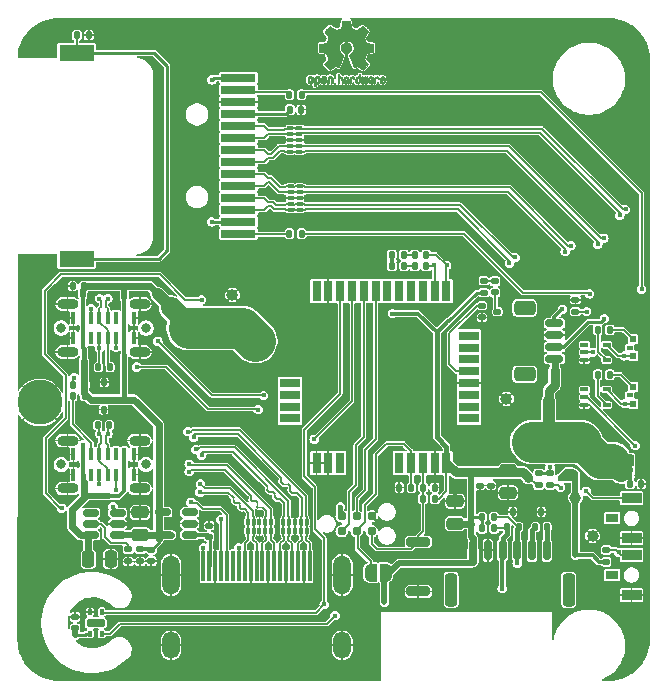
<source format=gbr>
%TF.GenerationSoftware,KiCad,Pcbnew,8.0.7*%
%TF.CreationDate,2024-12-17T16:27:47+01:00*%
%TF.ProjectId,CM5_MINIMA,434d355f-4d49-44e4-994d-412e6b696361,rev?*%
%TF.SameCoordinates,Original*%
%TF.FileFunction,Copper,L1,Top*%
%TF.FilePolarity,Positive*%
%FSLAX46Y46*%
G04 Gerber Fmt 4.6, Leading zero omitted, Abs format (unit mm)*
G04 Created by KiCad (PCBNEW 8.0.7) date 2024-12-17 16:27:47*
%MOMM*%
%LPD*%
G01*
G04 APERTURE LIST*
G04 Aperture macros list*
%AMRoundRect*
0 Rectangle with rounded corners*
0 $1 Rounding radius*
0 $2 $3 $4 $5 $6 $7 $8 $9 X,Y pos of 4 corners*
0 Add a 4 corners polygon primitive as box body*
4,1,4,$2,$3,$4,$5,$6,$7,$8,$9,$2,$3,0*
0 Add four circle primitives for the rounded corners*
1,1,$1+$1,$2,$3*
1,1,$1+$1,$4,$5*
1,1,$1+$1,$6,$7*
1,1,$1+$1,$8,$9*
0 Add four rect primitives between the rounded corners*
20,1,$1+$1,$2,$3,$4,$5,0*
20,1,$1+$1,$4,$5,$6,$7,0*
20,1,$1+$1,$6,$7,$8,$9,0*
20,1,$1+$1,$8,$9,$2,$3,0*%
%AMFreePoly0*
4,1,19,0.500000,-0.750000,0.000000,-0.750000,0.000000,-0.744911,-0.071157,-0.744911,-0.207708,-0.704816,-0.327430,-0.627875,-0.420627,-0.520320,-0.479746,-0.390866,-0.500000,-0.250000,-0.500000,0.250000,-0.479746,0.390866,-0.420627,0.520320,-0.327430,0.627875,-0.207708,0.704816,-0.071157,0.744911,0.000000,0.744911,0.000000,0.750000,0.500000,0.750000,0.500000,-0.750000,0.500000,-0.750000,
$1*%
%AMFreePoly1*
4,1,19,0.000000,0.744911,0.071157,0.744911,0.207708,0.704816,0.327430,0.627875,0.420627,0.520320,0.479746,0.390866,0.500000,0.250000,0.500000,-0.250000,0.479746,-0.390866,0.420627,-0.520320,0.327430,-0.627875,0.207708,-0.704816,0.071157,-0.744911,0.000000,-0.744911,0.000000,-0.750000,-0.500000,-0.750000,-0.500000,0.750000,0.000000,0.750000,0.000000,0.744911,0.000000,0.744911,
$1*%
G04 Aperture macros list end*
%TA.AperFunction,EtchedComponent*%
%ADD10C,0.010000*%
%TD*%
%TA.AperFunction,SMDPad,CuDef*%
%ADD11R,3.000000X0.710000*%
%TD*%
%TA.AperFunction,SMDPad,CuDef*%
%ADD12R,3.000000X1.400000*%
%TD*%
%TA.AperFunction,SMDPad,CuDef*%
%ADD13RoundRect,0.150000X0.512500X0.150000X-0.512500X0.150000X-0.512500X-0.150000X0.512500X-0.150000X0*%
%TD*%
%TA.AperFunction,SMDPad,CuDef*%
%ADD14RoundRect,0.135000X0.185000X-0.135000X0.185000X0.135000X-0.185000X0.135000X-0.185000X-0.135000X0*%
%TD*%
%TA.AperFunction,SMDPad,CuDef*%
%ADD15RoundRect,0.140000X-0.170000X0.140000X-0.170000X-0.140000X0.170000X-0.140000X0.170000X0.140000X0*%
%TD*%
%TA.AperFunction,SMDPad,CuDef*%
%ADD16RoundRect,0.150000X0.150000X0.700000X-0.150000X0.700000X-0.150000X-0.700000X0.150000X-0.700000X0*%
%TD*%
%TA.AperFunction,SMDPad,CuDef*%
%ADD17RoundRect,0.250000X0.250000X1.150000X-0.250000X1.150000X-0.250000X-1.150000X0.250000X-1.150000X0*%
%TD*%
%TA.AperFunction,SMDPad,CuDef*%
%ADD18C,1.000000*%
%TD*%
%TA.AperFunction,SMDPad,CuDef*%
%ADD19R,0.800000X1.800000*%
%TD*%
%TA.AperFunction,SMDPad,CuDef*%
%ADD20R,1.800000X0.800000*%
%TD*%
%TA.AperFunction,SMDPad,CuDef*%
%ADD21RoundRect,0.075000X0.075000X0.200000X-0.075000X0.200000X-0.075000X-0.200000X0.075000X-0.200000X0*%
%TD*%
%TA.AperFunction,SMDPad,CuDef*%
%ADD22R,1.700000X0.900000*%
%TD*%
%TA.AperFunction,SMDPad,CuDef*%
%ADD23R,1.100000X0.800000*%
%TD*%
%TA.AperFunction,SMDPad,CuDef*%
%ADD24RoundRect,0.250000X-0.475000X0.250000X-0.475000X-0.250000X0.475000X-0.250000X0.475000X0.250000X0*%
%TD*%
%TA.AperFunction,SMDPad,CuDef*%
%ADD25RoundRect,0.135000X0.135000X0.185000X-0.135000X0.185000X-0.135000X-0.185000X0.135000X-0.185000X0*%
%TD*%
%TA.AperFunction,SMDPad,CuDef*%
%ADD26RoundRect,0.147500X0.172500X-0.147500X0.172500X0.147500X-0.172500X0.147500X-0.172500X-0.147500X0*%
%TD*%
%TA.AperFunction,SMDPad,CuDef*%
%ADD27RoundRect,0.147500X0.147500X0.172500X-0.147500X0.172500X-0.147500X-0.172500X0.147500X-0.172500X0*%
%TD*%
%TA.AperFunction,SMDPad,CuDef*%
%ADD28RoundRect,0.200000X0.800000X-0.200000X0.800000X0.200000X-0.800000X0.200000X-0.800000X-0.200000X0*%
%TD*%
%TA.AperFunction,SMDPad,CuDef*%
%ADD29RoundRect,0.140000X0.170000X-0.140000X0.170000X0.140000X-0.170000X0.140000X-0.170000X-0.140000X0*%
%TD*%
%TA.AperFunction,SMDPad,CuDef*%
%ADD30RoundRect,0.075000X0.200000X-0.075000X0.200000X0.075000X-0.200000X0.075000X-0.200000X-0.075000X0*%
%TD*%
%TA.AperFunction,SMDPad,CuDef*%
%ADD31RoundRect,0.135000X-0.185000X0.135000X-0.185000X-0.135000X0.185000X-0.135000X0.185000X0.135000X0*%
%TD*%
%TA.AperFunction,SMDPad,CuDef*%
%ADD32RoundRect,0.125000X0.125000X-0.175000X0.125000X0.175000X-0.125000X0.175000X-0.125000X-0.175000X0*%
%TD*%
%TA.AperFunction,ComponentPad*%
%ADD33C,1.000000*%
%TD*%
%TA.AperFunction,SMDPad,CuDef*%
%ADD34RoundRect,0.135000X-0.135000X-0.185000X0.135000X-0.185000X0.135000X0.185000X-0.135000X0.185000X0*%
%TD*%
%TA.AperFunction,SMDPad,CuDef*%
%ADD35RoundRect,0.125000X-0.175000X-0.125000X0.175000X-0.125000X0.175000X0.125000X-0.175000X0.125000X0*%
%TD*%
%TA.AperFunction,SMDPad,CuDef*%
%ADD36RoundRect,0.250000X0.475000X-0.250000X0.475000X0.250000X-0.475000X0.250000X-0.475000X-0.250000X0*%
%TD*%
%TA.AperFunction,ComponentPad*%
%ADD37C,2.600000*%
%TD*%
%TA.AperFunction,ConnectorPad*%
%ADD38C,3.800000*%
%TD*%
%TA.AperFunction,ConnectorPad*%
%ADD39C,0.787400*%
%TD*%
%TA.AperFunction,SMDPad,CuDef*%
%ADD40RoundRect,0.150000X0.625000X-0.150000X0.625000X0.150000X-0.625000X0.150000X-0.625000X-0.150000X0*%
%TD*%
%TA.AperFunction,SMDPad,CuDef*%
%ADD41RoundRect,0.250000X0.650000X-0.350000X0.650000X0.350000X-0.650000X0.350000X-0.650000X-0.350000X0*%
%TD*%
%TA.AperFunction,SMDPad,CuDef*%
%ADD42RoundRect,0.250000X-0.250000X-0.475000X0.250000X-0.475000X0.250000X0.475000X-0.250000X0.475000X0*%
%TD*%
%TA.AperFunction,SMDPad,CuDef*%
%ADD43RoundRect,0.100000X-0.225000X-0.100000X0.225000X-0.100000X0.225000X0.100000X-0.225000X0.100000X0*%
%TD*%
%TA.AperFunction,SMDPad,CuDef*%
%ADD44RoundRect,0.140000X-0.140000X-0.170000X0.140000X-0.170000X0.140000X0.170000X-0.140000X0.170000X0*%
%TD*%
%TA.AperFunction,SMDPad,CuDef*%
%ADD45FreePoly0,0.000000*%
%TD*%
%TA.AperFunction,SMDPad,CuDef*%
%ADD46FreePoly1,0.000000*%
%TD*%
%TA.AperFunction,SMDPad,CuDef*%
%ADD47RoundRect,0.087500X0.087500X-0.187500X0.087500X0.187500X-0.087500X0.187500X-0.087500X-0.187500X0*%
%TD*%
%TA.AperFunction,SMDPad,CuDef*%
%ADD48RoundRect,0.175000X0.625000X-0.175000X0.625000X0.175000X-0.625000X0.175000X-0.625000X-0.175000X0*%
%TD*%
%TA.AperFunction,ComponentPad*%
%ADD49C,0.800000*%
%TD*%
%TA.AperFunction,ComponentPad*%
%ADD50O,1.800000X0.860000*%
%TD*%
%TA.AperFunction,SMDPad,CuDef*%
%ADD51R,0.400000X1.100000*%
%TD*%
%TA.AperFunction,SMDPad,CuDef*%
%ADD52R,0.300000X2.600000*%
%TD*%
%TA.AperFunction,ComponentPad*%
%ADD53O,1.500000X3.300000*%
%TD*%
%TA.AperFunction,ComponentPad*%
%ADD54O,1.500000X2.300000*%
%TD*%
%TA.AperFunction,SMDPad,CuDef*%
%ADD55RoundRect,0.125000X-0.125000X0.175000X-0.125000X-0.175000X0.125000X-0.175000X0.125000X0.175000X0*%
%TD*%
%TA.AperFunction,SMDPad,CuDef*%
%ADD56RoundRect,0.140000X0.140000X0.170000X-0.140000X0.170000X-0.140000X-0.170000X0.140000X-0.170000X0*%
%TD*%
%TA.AperFunction,SMDPad,CuDef*%
%ADD57R,0.600000X0.600000*%
%TD*%
%TA.AperFunction,SMDPad,CuDef*%
%ADD58R,0.500000X0.400000*%
%TD*%
%TA.AperFunction,ViaPad*%
%ADD59C,0.450000*%
%TD*%
%TA.AperFunction,Conductor*%
%ADD60C,0.130000*%
%TD*%
%TA.AperFunction,Conductor*%
%ADD61C,0.150000*%
%TD*%
%TA.AperFunction,Conductor*%
%ADD62C,0.500000*%
%TD*%
%TA.AperFunction,Conductor*%
%ADD63C,0.250000*%
%TD*%
%TA.AperFunction,Conductor*%
%ADD64C,0.600000*%
%TD*%
%TA.AperFunction,Conductor*%
%ADD65C,0.127000*%
%TD*%
%TA.AperFunction,Conductor*%
%ADD66C,0.300000*%
%TD*%
%TA.AperFunction,Conductor*%
%ADD67C,0.200000*%
%TD*%
%TA.AperFunction,Conductor*%
%ADD68C,0.400000*%
%TD*%
%TA.AperFunction,Conductor*%
%ADD69C,0.147000*%
%TD*%
%TA.AperFunction,Conductor*%
%ADD70C,0.800000*%
%TD*%
%TA.AperFunction,Conductor*%
%ADD71C,0.230000*%
%TD*%
%TA.AperFunction,Conductor*%
%ADD72C,1.000000*%
%TD*%
%TA.AperFunction,Conductor*%
%ADD73C,3.500000*%
%TD*%
%TA.AperFunction,Conductor*%
%ADD74C,3.000000*%
%TD*%
%TA.AperFunction,Conductor*%
%ADD75C,1.800000*%
%TD*%
%TA.AperFunction,Conductor*%
%ADD76C,2.000000*%
%TD*%
%TA.AperFunction,Conductor*%
%ADD77C,0.700000*%
%TD*%
%TA.AperFunction,Conductor*%
%ADD78C,0.178000*%
%TD*%
G04 APERTURE END LIST*
D10*
%TO.C,REF\u002A\u002A*%
X31052600Y51691248D02*
X31069948Y51683666D01*
X31111356Y51650872D01*
X31146765Y51603453D01*
X31168664Y51552849D01*
X31172229Y51527902D01*
X31160279Y51493073D01*
X31134067Y51474643D01*
X31105964Y51463484D01*
X31093095Y51461428D01*
X31086829Y51476351D01*
X31074456Y51508825D01*
X31069028Y51523498D01*
X31038590Y51574256D01*
X30994520Y51599573D01*
X30938010Y51598794D01*
X30933825Y51597797D01*
X30903655Y51583493D01*
X30881476Y51555607D01*
X30866327Y51510713D01*
X30857250Y51445385D01*
X30853286Y51356196D01*
X30852914Y51308739D01*
X30852730Y51233929D01*
X30851522Y51182931D01*
X30848309Y51150529D01*
X30842109Y51131505D01*
X30831940Y51120644D01*
X30816819Y51112728D01*
X30815946Y51112330D01*
X30786828Y51100019D01*
X30772403Y51095486D01*
X30770186Y51109191D01*
X30768289Y51147075D01*
X30766847Y51204285D01*
X30765998Y51275973D01*
X30765829Y51328435D01*
X30766692Y51429953D01*
X30770070Y51506968D01*
X30777142Y51563977D01*
X30789088Y51605474D01*
X30807090Y51635957D01*
X30832327Y51659920D01*
X30857247Y51676645D01*
X30917171Y51698903D01*
X30986911Y51703924D01*
X31052600Y51691248D01*
%TA.AperFunction,EtchedComponent*%
G36*
X31052600Y51691248D02*
G01*
X31069948Y51683666D01*
X31111356Y51650872D01*
X31146765Y51603453D01*
X31168664Y51552849D01*
X31172229Y51527902D01*
X31160279Y51493073D01*
X31134067Y51474643D01*
X31105964Y51463484D01*
X31093095Y51461428D01*
X31086829Y51476351D01*
X31074456Y51508825D01*
X31069028Y51523498D01*
X31038590Y51574256D01*
X30994520Y51599573D01*
X30938010Y51598794D01*
X30933825Y51597797D01*
X30903655Y51583493D01*
X30881476Y51555607D01*
X30866327Y51510713D01*
X30857250Y51445385D01*
X30853286Y51356196D01*
X30852914Y51308739D01*
X30852730Y51233929D01*
X30851522Y51182931D01*
X30848309Y51150529D01*
X30842109Y51131505D01*
X30831940Y51120644D01*
X30816819Y51112728D01*
X30815946Y51112330D01*
X30786828Y51100019D01*
X30772403Y51095486D01*
X30770186Y51109191D01*
X30768289Y51147075D01*
X30766847Y51204285D01*
X30765998Y51275973D01*
X30765829Y51328435D01*
X30766692Y51429953D01*
X30770070Y51506968D01*
X30777142Y51563977D01*
X30789088Y51605474D01*
X30807090Y51635957D01*
X30832327Y51659920D01*
X30857247Y51676645D01*
X30917171Y51698903D01*
X30986911Y51703924D01*
X31052600Y51691248D01*
G37*
%TD.AperFunction*%
X27116093Y51722220D02*
X27162672Y51695277D01*
X27195057Y51668534D01*
X27218742Y51640516D01*
X27235059Y51606252D01*
X27245339Y51560773D01*
X27250914Y51499108D01*
X27253116Y51416289D01*
X27253371Y51356754D01*
X27253371Y51137609D01*
X27191686Y51109956D01*
X27130000Y51082303D01*
X27122743Y51322330D01*
X27119744Y51411972D01*
X27116598Y51477038D01*
X27112701Y51521974D01*
X27107447Y51551230D01*
X27100231Y51569252D01*
X27090450Y51580489D01*
X27087312Y51582921D01*
X27039761Y51601917D01*
X26991697Y51594400D01*
X26963086Y51574457D01*
X26951447Y51560325D01*
X26943391Y51541780D01*
X26938271Y51513666D01*
X26935441Y51470827D01*
X26934256Y51408105D01*
X26934057Y51342739D01*
X26934018Y51260732D01*
X26932614Y51202684D01*
X26927914Y51163535D01*
X26917987Y51138220D01*
X26900903Y51121677D01*
X26874732Y51108844D01*
X26839775Y51095509D01*
X26801596Y51080993D01*
X26806141Y51338611D01*
X26807971Y51431481D01*
X26810112Y51500111D01*
X26813181Y51549289D01*
X26817794Y51583802D01*
X26824568Y51608438D01*
X26834119Y51627984D01*
X26845634Y51645230D01*
X26901190Y51700320D01*
X26968980Y51732178D01*
X27042713Y51739809D01*
X27116093Y51722220D01*
%TA.AperFunction,EtchedComponent*%
G36*
X27116093Y51722220D02*
G01*
X27162672Y51695277D01*
X27195057Y51668534D01*
X27218742Y51640516D01*
X27235059Y51606252D01*
X27245339Y51560773D01*
X27250914Y51499108D01*
X27253116Y51416289D01*
X27253371Y51356754D01*
X27253371Y51137609D01*
X27191686Y51109956D01*
X27130000Y51082303D01*
X27122743Y51322330D01*
X27119744Y51411972D01*
X27116598Y51477038D01*
X27112701Y51521974D01*
X27107447Y51551230D01*
X27100231Y51569252D01*
X27090450Y51580489D01*
X27087312Y51582921D01*
X27039761Y51601917D01*
X26991697Y51594400D01*
X26963086Y51574457D01*
X26951447Y51560325D01*
X26943391Y51541780D01*
X26938271Y51513666D01*
X26935441Y51470827D01*
X26934256Y51408105D01*
X26934057Y51342739D01*
X26934018Y51260732D01*
X26932614Y51202684D01*
X26927914Y51163535D01*
X26917987Y51138220D01*
X26900903Y51121677D01*
X26874732Y51108844D01*
X26839775Y51095509D01*
X26801596Y51080993D01*
X26806141Y51338611D01*
X26807971Y51431481D01*
X26810112Y51500111D01*
X26813181Y51549289D01*
X26817794Y51583802D01*
X26824568Y51608438D01*
X26834119Y51627984D01*
X26845634Y51645230D01*
X26901190Y51700320D01*
X26968980Y51732178D01*
X27042713Y51739809D01*
X27116093Y51722220D01*
G37*
%TD.AperFunction*%
X28929926Y51700245D02*
X28995858Y51675916D01*
X29049273Y51632883D01*
X29070164Y51602591D01*
X29092939Y51547006D01*
X29092466Y51506814D01*
X29068562Y51479783D01*
X29059717Y51475187D01*
X29021530Y51460856D01*
X29002028Y51464528D01*
X28995422Y51488593D01*
X28995086Y51501886D01*
X28982992Y51550790D01*
X28951471Y51585001D01*
X28907659Y51601524D01*
X28858695Y51597366D01*
X28818894Y51575773D01*
X28805450Y51563456D01*
X28795921Y51548513D01*
X28789485Y51525925D01*
X28785317Y51490672D01*
X28782597Y51437734D01*
X28780502Y51362093D01*
X28779960Y51338143D01*
X28777981Y51256210D01*
X28775731Y51198545D01*
X28772357Y51160392D01*
X28767006Y51136996D01*
X28758824Y51123602D01*
X28746959Y51115455D01*
X28739362Y51111856D01*
X28707102Y51099548D01*
X28688111Y51095486D01*
X28681836Y51109052D01*
X28678006Y51150066D01*
X28676600Y51219001D01*
X28677598Y51316331D01*
X28677908Y51331343D01*
X28680101Y51420141D01*
X28682693Y51484981D01*
X28686382Y51530933D01*
X28691864Y51563065D01*
X28699835Y51586447D01*
X28710993Y51606148D01*
X28716830Y51614590D01*
X28750296Y51651943D01*
X28787727Y51680997D01*
X28792309Y51683533D01*
X28859426Y51703557D01*
X28929926Y51700245D01*
%TA.AperFunction,EtchedComponent*%
G36*
X28929926Y51700245D02*
G01*
X28995858Y51675916D01*
X29049273Y51632883D01*
X29070164Y51602591D01*
X29092939Y51547006D01*
X29092466Y51506814D01*
X29068562Y51479783D01*
X29059717Y51475187D01*
X29021530Y51460856D01*
X29002028Y51464528D01*
X28995422Y51488593D01*
X28995086Y51501886D01*
X28982992Y51550790D01*
X28951471Y51585001D01*
X28907659Y51601524D01*
X28858695Y51597366D01*
X28818894Y51575773D01*
X28805450Y51563456D01*
X28795921Y51548513D01*
X28789485Y51525925D01*
X28785317Y51490672D01*
X28782597Y51437734D01*
X28780502Y51362093D01*
X28779960Y51338143D01*
X28777981Y51256210D01*
X28775731Y51198545D01*
X28772357Y51160392D01*
X28767006Y51136996D01*
X28758824Y51123602D01*
X28746959Y51115455D01*
X28739362Y51111856D01*
X28707102Y51099548D01*
X28688111Y51095486D01*
X28681836Y51109052D01*
X28678006Y51150066D01*
X28676600Y51219001D01*
X28677598Y51316331D01*
X28677908Y51331343D01*
X28680101Y51420141D01*
X28682693Y51484981D01*
X28686382Y51530933D01*
X28691864Y51563065D01*
X28699835Y51586447D01*
X28710993Y51606148D01*
X28716830Y51614590D01*
X28750296Y51651943D01*
X28787727Y51680997D01*
X28792309Y51683533D01*
X28859426Y51703557D01*
X28929926Y51700245D01*
G37*
%TD.AperFunction*%
X27775886Y51798711D02*
X27780139Y51739387D01*
X27785025Y51704428D01*
X27791795Y51689180D01*
X27801702Y51688985D01*
X27804914Y51690805D01*
X27847644Y51703985D01*
X27903227Y51703215D01*
X27959737Y51689667D01*
X27995082Y51672139D01*
X28031321Y51644139D01*
X28057813Y51612451D01*
X28075999Y51572187D01*
X28087322Y51518457D01*
X28093222Y51446374D01*
X28095143Y51351049D01*
X28095177Y51332763D01*
X28095200Y51127354D01*
X28049491Y51111420D01*
X28017027Y51100580D01*
X27999215Y51095532D01*
X27998691Y51095486D01*
X27996937Y51109172D01*
X27995444Y51146924D01*
X27994326Y51203776D01*
X27993697Y51274766D01*
X27993600Y51317927D01*
X27993398Y51403027D01*
X27992358Y51464019D01*
X27989831Y51505823D01*
X27985164Y51533358D01*
X27977707Y51551544D01*
X27966811Y51565302D01*
X27960007Y51571927D01*
X27913272Y51598625D01*
X27862272Y51600625D01*
X27816001Y51578045D01*
X27807444Y51569893D01*
X27794893Y51554564D01*
X27786188Y51536382D01*
X27780631Y51510091D01*
X27777526Y51470438D01*
X27776176Y51412168D01*
X27775886Y51331827D01*
X27775886Y51127354D01*
X27730177Y51111420D01*
X27697713Y51100580D01*
X27679901Y51095532D01*
X27679377Y51095486D01*
X27678037Y51109377D01*
X27676828Y51148561D01*
X27675801Y51209300D01*
X27675002Y51287859D01*
X27674481Y51380502D01*
X27674286Y51483491D01*
X27674286Y51880658D01*
X27721457Y51900556D01*
X27768629Y51920453D01*
X27775886Y51798711D01*
%TA.AperFunction,EtchedComponent*%
G36*
X27775886Y51798711D02*
G01*
X27780139Y51739387D01*
X27785025Y51704428D01*
X27791795Y51689180D01*
X27801702Y51688985D01*
X27804914Y51690805D01*
X27847644Y51703985D01*
X27903227Y51703215D01*
X27959737Y51689667D01*
X27995082Y51672139D01*
X28031321Y51644139D01*
X28057813Y51612451D01*
X28075999Y51572187D01*
X28087322Y51518457D01*
X28093222Y51446374D01*
X28095143Y51351049D01*
X28095177Y51332763D01*
X28095200Y51127354D01*
X28049491Y51111420D01*
X28017027Y51100580D01*
X27999215Y51095532D01*
X27998691Y51095486D01*
X27996937Y51109172D01*
X27995444Y51146924D01*
X27994326Y51203776D01*
X27993697Y51274766D01*
X27993600Y51317927D01*
X27993398Y51403027D01*
X27992358Y51464019D01*
X27989831Y51505823D01*
X27985164Y51533358D01*
X27977707Y51551544D01*
X27966811Y51565302D01*
X27960007Y51571927D01*
X27913272Y51598625D01*
X27862272Y51600625D01*
X27816001Y51578045D01*
X27807444Y51569893D01*
X27794893Y51554564D01*
X27786188Y51536382D01*
X27780631Y51510091D01*
X27777526Y51470438D01*
X27776176Y51412168D01*
X27775886Y51331827D01*
X27775886Y51127354D01*
X27730177Y51111420D01*
X27697713Y51100580D01*
X27679901Y51095532D01*
X27679377Y51095486D01*
X27678037Y51109377D01*
X27676828Y51148561D01*
X27675801Y51209300D01*
X27675002Y51287859D01*
X27674481Y51380502D01*
X27674286Y51483491D01*
X27674286Y51880658D01*
X27721457Y51900556D01*
X27768629Y51920453D01*
X27775886Y51798711D01*
G37*
%TD.AperFunction*%
X30179833Y51691337D02*
X30182048Y51653150D01*
X30183784Y51595114D01*
X30184899Y51521820D01*
X30185257Y51444945D01*
X30185257Y51184804D01*
X30139326Y51138873D01*
X30107675Y51110571D01*
X30079890Y51099107D01*
X30041915Y51099832D01*
X30026840Y51101679D01*
X29979726Y51107052D01*
X29940756Y51110131D01*
X29931257Y51110415D01*
X29899233Y51108555D01*
X29853432Y51103886D01*
X29835674Y51101679D01*
X29792057Y51098265D01*
X29762745Y51105680D01*
X29733680Y51128573D01*
X29723188Y51138873D01*
X29677257Y51184804D01*
X29677257Y51671398D01*
X29714226Y51688242D01*
X29746059Y51700718D01*
X29764683Y51705086D01*
X29769458Y51691282D01*
X29773921Y51652714D01*
X29777775Y51593644D01*
X29780722Y51518337D01*
X29782143Y51454714D01*
X29786114Y51204343D01*
X29820759Y51199444D01*
X29852268Y51202869D01*
X29867708Y51213959D01*
X29872023Y51234692D01*
X29875708Y51278855D01*
X29878469Y51340854D01*
X29880012Y51415091D01*
X29880235Y51453294D01*
X29880457Y51673217D01*
X29926166Y51689151D01*
X29958518Y51699985D01*
X29976115Y51705038D01*
X29976623Y51705086D01*
X29978388Y51691352D01*
X29980329Y51653270D01*
X29982282Y51595518D01*
X29984084Y51522773D01*
X29985343Y51454714D01*
X29989314Y51204343D01*
X30076400Y51204343D01*
X30080396Y51432760D01*
X30084392Y51661178D01*
X30126847Y51683132D01*
X30158192Y51698207D01*
X30176744Y51705049D01*
X30177279Y51705086D01*
X30179833Y51691337D01*
%TA.AperFunction,EtchedComponent*%
G36*
X30179833Y51691337D02*
G01*
X30182048Y51653150D01*
X30183784Y51595114D01*
X30184899Y51521820D01*
X30185257Y51444945D01*
X30185257Y51184804D01*
X30139326Y51138873D01*
X30107675Y51110571D01*
X30079890Y51099107D01*
X30041915Y51099832D01*
X30026840Y51101679D01*
X29979726Y51107052D01*
X29940756Y51110131D01*
X29931257Y51110415D01*
X29899233Y51108555D01*
X29853432Y51103886D01*
X29835674Y51101679D01*
X29792057Y51098265D01*
X29762745Y51105680D01*
X29733680Y51128573D01*
X29723188Y51138873D01*
X29677257Y51184804D01*
X29677257Y51671398D01*
X29714226Y51688242D01*
X29746059Y51700718D01*
X29764683Y51705086D01*
X29769458Y51691282D01*
X29773921Y51652714D01*
X29777775Y51593644D01*
X29780722Y51518337D01*
X29782143Y51454714D01*
X29786114Y51204343D01*
X29820759Y51199444D01*
X29852268Y51202869D01*
X29867708Y51213959D01*
X29872023Y51234692D01*
X29875708Y51278855D01*
X29878469Y51340854D01*
X29880012Y51415091D01*
X29880235Y51453294D01*
X29880457Y51673217D01*
X29926166Y51689151D01*
X29958518Y51699985D01*
X29976115Y51705038D01*
X29976623Y51705086D01*
X29978388Y51691352D01*
X29980329Y51653270D01*
X29982282Y51595518D01*
X29984084Y51522773D01*
X29985343Y51454714D01*
X29989314Y51204343D01*
X30076400Y51204343D01*
X30080396Y51432760D01*
X30084392Y51661178D01*
X30126847Y51683132D01*
X30158192Y51698207D01*
X30176744Y51705049D01*
X30177279Y51705086D01*
X30179833Y51691337D01*
G37*
%TD.AperFunction*%
X25441115Y51728038D02*
X25509145Y51692267D01*
X25559351Y51634699D01*
X25577185Y51597688D01*
X25591063Y51542118D01*
X25598167Y51471904D01*
X25598840Y51395273D01*
X25593427Y51320448D01*
X25582270Y51255658D01*
X25565714Y51209127D01*
X25560626Y51201113D01*
X25500355Y51141293D01*
X25428769Y51105465D01*
X25351092Y51094980D01*
X25272548Y51111190D01*
X25250689Y51120908D01*
X25208122Y51150857D01*
X25170763Y51190567D01*
X25167232Y51195603D01*
X25152881Y51219876D01*
X25143394Y51245822D01*
X25137790Y51279978D01*
X25135086Y51328881D01*
X25134299Y51399065D01*
X25134286Y51414800D01*
X25134322Y51419808D01*
X25279429Y51419808D01*
X25280273Y51353570D01*
X25283596Y51309614D01*
X25290583Y51281221D01*
X25302416Y51261675D01*
X25308457Y51255143D01*
X25343186Y51230320D01*
X25376903Y51231452D01*
X25410995Y51252984D01*
X25431329Y51275971D01*
X25443371Y51309522D01*
X25450134Y51362431D01*
X25450598Y51368601D01*
X25451752Y51464487D01*
X25439688Y51535701D01*
X25414570Y51581806D01*
X25376560Y51602365D01*
X25362992Y51603486D01*
X25327364Y51597848D01*
X25302994Y51578314D01*
X25288093Y51540958D01*
X25280875Y51481850D01*
X25279429Y51419808D01*
X25134322Y51419808D01*
X25134826Y51489587D01*
X25137096Y51541841D01*
X25142068Y51578051D01*
X25150713Y51604701D01*
X25164005Y51628278D01*
X25166943Y51632662D01*
X25216313Y51691751D01*
X25270109Y51726053D01*
X25335602Y51739669D01*
X25357842Y51740335D01*
X25441115Y51728038D01*
%TA.AperFunction,EtchedComponent*%
G36*
X25441115Y51728038D02*
G01*
X25509145Y51692267D01*
X25559351Y51634699D01*
X25577185Y51597688D01*
X25591063Y51542118D01*
X25598167Y51471904D01*
X25598840Y51395273D01*
X25593427Y51320448D01*
X25582270Y51255658D01*
X25565714Y51209127D01*
X25560626Y51201113D01*
X25500355Y51141293D01*
X25428769Y51105465D01*
X25351092Y51094980D01*
X25272548Y51111190D01*
X25250689Y51120908D01*
X25208122Y51150857D01*
X25170763Y51190567D01*
X25167232Y51195603D01*
X25152881Y51219876D01*
X25143394Y51245822D01*
X25137790Y51279978D01*
X25135086Y51328881D01*
X25134299Y51399065D01*
X25134286Y51414800D01*
X25134322Y51419808D01*
X25279429Y51419808D01*
X25280273Y51353570D01*
X25283596Y51309614D01*
X25290583Y51281221D01*
X25302416Y51261675D01*
X25308457Y51255143D01*
X25343186Y51230320D01*
X25376903Y51231452D01*
X25410995Y51252984D01*
X25431329Y51275971D01*
X25443371Y51309522D01*
X25450134Y51362431D01*
X25450598Y51368601D01*
X25451752Y51464487D01*
X25439688Y51535701D01*
X25414570Y51581806D01*
X25376560Y51602365D01*
X25362992Y51603486D01*
X25327364Y51597848D01*
X25302994Y51578314D01*
X25288093Y51540958D01*
X25280875Y51481850D01*
X25279429Y51419808D01*
X25134322Y51419808D01*
X25134826Y51489587D01*
X25137096Y51541841D01*
X25142068Y51578051D01*
X25150713Y51604701D01*
X25164005Y51628278D01*
X25166943Y51632662D01*
X25216313Y51691751D01*
X25270109Y51726053D01*
X25335602Y51739669D01*
X25357842Y51740335D01*
X25441115Y51728038D01*
G37*
%TD.AperFunction*%
X31553595Y51683034D02*
X31611021Y51645503D01*
X31638719Y51611904D01*
X31660662Y51550936D01*
X31662405Y51502692D01*
X31658457Y51438184D01*
X31509686Y51373066D01*
X31437349Y51339798D01*
X31390084Y51313036D01*
X31365507Y51289856D01*
X31361237Y51267333D01*
X31374889Y51242545D01*
X31389943Y51226114D01*
X31433746Y51199765D01*
X31481389Y51197919D01*
X31525145Y51218454D01*
X31557289Y51259248D01*
X31563038Y51273653D01*
X31590576Y51318644D01*
X31622258Y51337818D01*
X31665714Y51354221D01*
X31665714Y51292034D01*
X31661872Y51249717D01*
X31646823Y51214031D01*
X31615280Y51173057D01*
X31610592Y51167733D01*
X31575506Y51131280D01*
X31545347Y51111717D01*
X31507615Y51102717D01*
X31476335Y51099770D01*
X31420385Y51099035D01*
X31380555Y51108340D01*
X31355708Y51122154D01*
X31316656Y51152533D01*
X31289625Y51185387D01*
X31272517Y51226706D01*
X31263238Y51282479D01*
X31259693Y51358695D01*
X31259410Y51397378D01*
X31260372Y51443753D01*
X31348007Y51443753D01*
X31349023Y51418874D01*
X31351556Y51414800D01*
X31368274Y51420335D01*
X31404249Y51434983D01*
X31452331Y51455810D01*
X31462386Y51460286D01*
X31523152Y51491186D01*
X31556632Y51518343D01*
X31563990Y51543780D01*
X31546391Y51569519D01*
X31531856Y51580891D01*
X31479410Y51603636D01*
X31430322Y51599878D01*
X31389227Y51572116D01*
X31360758Y51522848D01*
X31351631Y51483743D01*
X31348007Y51443753D01*
X31260372Y51443753D01*
X31261285Y51487751D01*
X31268196Y51554616D01*
X31281884Y51603305D01*
X31304096Y51639151D01*
X31336574Y51667487D01*
X31350733Y51676645D01*
X31415053Y51700493D01*
X31485473Y51701994D01*
X31553595Y51683034D01*
%TA.AperFunction,EtchedComponent*%
G36*
X31553595Y51683034D02*
G01*
X31611021Y51645503D01*
X31638719Y51611904D01*
X31660662Y51550936D01*
X31662405Y51502692D01*
X31658457Y51438184D01*
X31509686Y51373066D01*
X31437349Y51339798D01*
X31390084Y51313036D01*
X31365507Y51289856D01*
X31361237Y51267333D01*
X31374889Y51242545D01*
X31389943Y51226114D01*
X31433746Y51199765D01*
X31481389Y51197919D01*
X31525145Y51218454D01*
X31557289Y51259248D01*
X31563038Y51273653D01*
X31590576Y51318644D01*
X31622258Y51337818D01*
X31665714Y51354221D01*
X31665714Y51292034D01*
X31661872Y51249717D01*
X31646823Y51214031D01*
X31615280Y51173057D01*
X31610592Y51167733D01*
X31575506Y51131280D01*
X31545347Y51111717D01*
X31507615Y51102717D01*
X31476335Y51099770D01*
X31420385Y51099035D01*
X31380555Y51108340D01*
X31355708Y51122154D01*
X31316656Y51152533D01*
X31289625Y51185387D01*
X31272517Y51226706D01*
X31263238Y51282479D01*
X31259693Y51358695D01*
X31259410Y51397378D01*
X31260372Y51443753D01*
X31348007Y51443753D01*
X31349023Y51418874D01*
X31351556Y51414800D01*
X31368274Y51420335D01*
X31404249Y51434983D01*
X31452331Y51455810D01*
X31462386Y51460286D01*
X31523152Y51491186D01*
X31556632Y51518343D01*
X31563990Y51543780D01*
X31546391Y51569519D01*
X31531856Y51580891D01*
X31479410Y51603636D01*
X31430322Y51599878D01*
X31389227Y51572116D01*
X31360758Y51522848D01*
X31351631Y51483743D01*
X31348007Y51443753D01*
X31260372Y51443753D01*
X31261285Y51487751D01*
X31268196Y51554616D01*
X31281884Y51603305D01*
X31304096Y51639151D01*
X31336574Y51667487D01*
X31350733Y51676645D01*
X31415053Y51700493D01*
X31485473Y51701994D01*
X31553595Y51683034D01*
G37*
%TD.AperFunction*%
X29590117Y51584642D02*
X29589933Y51476163D01*
X29589219Y51392713D01*
X29587675Y51330296D01*
X29585001Y51284915D01*
X29580894Y51252571D01*
X29575055Y51229267D01*
X29567182Y51211005D01*
X29561221Y51200582D01*
X29511855Y51144055D01*
X29449264Y51108623D01*
X29380013Y51095910D01*
X29310668Y51107537D01*
X29269375Y51128432D01*
X29226025Y51164578D01*
X29196481Y51208724D01*
X29178655Y51266538D01*
X29170463Y51343687D01*
X29169302Y51400286D01*
X29169458Y51404353D01*
X29270857Y51404353D01*
X29271476Y51339450D01*
X29274314Y51296486D01*
X29280840Y51268378D01*
X29292523Y51248047D01*
X29306483Y51232712D01*
X29353365Y51203110D01*
X29403701Y51200581D01*
X29451276Y51225295D01*
X29454979Y51228644D01*
X29470783Y51246065D01*
X29480693Y51266791D01*
X29486058Y51297638D01*
X29488228Y51345423D01*
X29488571Y51398252D01*
X29487827Y51464619D01*
X29484748Y51508894D01*
X29478061Y51537991D01*
X29466496Y51558827D01*
X29457013Y51569893D01*
X29412960Y51597802D01*
X29362224Y51601157D01*
X29313796Y51579841D01*
X29304450Y51571927D01*
X29288540Y51554353D01*
X29278610Y51533413D01*
X29273278Y51502218D01*
X29271163Y51453878D01*
X29270857Y51404353D01*
X29169458Y51404353D01*
X29172810Y51491432D01*
X29184726Y51559914D01*
X29207135Y51611400D01*
X29242124Y51651557D01*
X29269375Y51672139D01*
X29318907Y51694375D01*
X29376316Y51704696D01*
X29429682Y51701933D01*
X29459543Y51690788D01*
X29471261Y51687617D01*
X29479037Y51699443D01*
X29484465Y51731134D01*
X29488571Y51779407D01*
X29493067Y51833171D01*
X29499313Y51865518D01*
X29510676Y51884015D01*
X29530528Y51896230D01*
X29543000Y51901638D01*
X29590171Y51921399D01*
X29590117Y51584642D01*
%TA.AperFunction,EtchedComponent*%
G36*
X29590117Y51584642D02*
G01*
X29589933Y51476163D01*
X29589219Y51392713D01*
X29587675Y51330296D01*
X29585001Y51284915D01*
X29580894Y51252571D01*
X29575055Y51229267D01*
X29567182Y51211005D01*
X29561221Y51200582D01*
X29511855Y51144055D01*
X29449264Y51108623D01*
X29380013Y51095910D01*
X29310668Y51107537D01*
X29269375Y51128432D01*
X29226025Y51164578D01*
X29196481Y51208724D01*
X29178655Y51266538D01*
X29170463Y51343687D01*
X29169302Y51400286D01*
X29169458Y51404353D01*
X29270857Y51404353D01*
X29271476Y51339450D01*
X29274314Y51296486D01*
X29280840Y51268378D01*
X29292523Y51248047D01*
X29306483Y51232712D01*
X29353365Y51203110D01*
X29403701Y51200581D01*
X29451276Y51225295D01*
X29454979Y51228644D01*
X29470783Y51246065D01*
X29480693Y51266791D01*
X29486058Y51297638D01*
X29488228Y51345423D01*
X29488571Y51398252D01*
X29487827Y51464619D01*
X29484748Y51508894D01*
X29478061Y51537991D01*
X29466496Y51558827D01*
X29457013Y51569893D01*
X29412960Y51597802D01*
X29362224Y51601157D01*
X29313796Y51579841D01*
X29304450Y51571927D01*
X29288540Y51554353D01*
X29278610Y51533413D01*
X29273278Y51502218D01*
X29271163Y51453878D01*
X29270857Y51404353D01*
X29169458Y51404353D01*
X29172810Y51491432D01*
X29184726Y51559914D01*
X29207135Y51611400D01*
X29242124Y51651557D01*
X29269375Y51672139D01*
X29318907Y51694375D01*
X29376316Y51704696D01*
X29429682Y51701933D01*
X29459543Y51690788D01*
X29471261Y51687617D01*
X29479037Y51699443D01*
X29484465Y51731134D01*
X29488571Y51779407D01*
X29493067Y51833171D01*
X29499313Y51865518D01*
X29510676Y51884015D01*
X29530528Y51896230D01*
X29543000Y51901638D01*
X29590171Y51921399D01*
X29590117Y51584642D01*
G37*
%TD.AperFunction*%
X26568303Y51718761D02*
X26625527Y51680265D01*
X26669749Y51624665D01*
X26696167Y51553914D01*
X26701510Y51501838D01*
X26700903Y51480107D01*
X26695822Y51463469D01*
X26681855Y51448563D01*
X26654589Y51432027D01*
X26609612Y51410502D01*
X26542511Y51380626D01*
X26542171Y51380476D01*
X26480407Y51352187D01*
X26429759Y51327067D01*
X26395404Y51307821D01*
X26382518Y51297152D01*
X26382514Y51297066D01*
X26393872Y51273834D01*
X26420431Y51248226D01*
X26450923Y51229779D01*
X26466370Y51226114D01*
X26508515Y51238788D01*
X26544808Y51270529D01*
X26562517Y51305428D01*
X26579552Y51331155D01*
X26612922Y51360454D01*
X26652149Y51385765D01*
X26686756Y51399529D01*
X26693993Y51400286D01*
X26702139Y51387840D01*
X26702630Y51356028D01*
X26696643Y51313134D01*
X26685357Y51267442D01*
X26669950Y51227239D01*
X26669171Y51225678D01*
X26622804Y51160938D01*
X26562711Y51116903D01*
X26494465Y51095289D01*
X26423638Y51097815D01*
X26355804Y51126196D01*
X26352788Y51128192D01*
X26299427Y51176552D01*
X26264340Y51239648D01*
X26244922Y51322613D01*
X26242316Y51345922D01*
X26237701Y51455945D01*
X26243233Y51507252D01*
X26382514Y51507252D01*
X26384324Y51475247D01*
X26394222Y51465907D01*
X26418898Y51472895D01*
X26457795Y51489413D01*
X26501275Y51510119D01*
X26502356Y51510667D01*
X26539209Y51530051D01*
X26554000Y51542987D01*
X26550353Y51556549D01*
X26534995Y51574368D01*
X26495923Y51600155D01*
X26453846Y51602050D01*
X26416103Y51583283D01*
X26390034Y51547085D01*
X26382514Y51507252D01*
X26243233Y51507252D01*
X26247194Y51543973D01*
X26271550Y51613788D01*
X26305456Y51662698D01*
X26366653Y51712122D01*
X26434063Y51736641D01*
X26502880Y51738203D01*
X26568303Y51718761D01*
%TA.AperFunction,EtchedComponent*%
G36*
X26568303Y51718761D02*
G01*
X26625527Y51680265D01*
X26669749Y51624665D01*
X26696167Y51553914D01*
X26701510Y51501838D01*
X26700903Y51480107D01*
X26695822Y51463469D01*
X26681855Y51448563D01*
X26654589Y51432027D01*
X26609612Y51410502D01*
X26542511Y51380626D01*
X26542171Y51380476D01*
X26480407Y51352187D01*
X26429759Y51327067D01*
X26395404Y51307821D01*
X26382518Y51297152D01*
X26382514Y51297066D01*
X26393872Y51273834D01*
X26420431Y51248226D01*
X26450923Y51229779D01*
X26466370Y51226114D01*
X26508515Y51238788D01*
X26544808Y51270529D01*
X26562517Y51305428D01*
X26579552Y51331155D01*
X26612922Y51360454D01*
X26652149Y51385765D01*
X26686756Y51399529D01*
X26693993Y51400286D01*
X26702139Y51387840D01*
X26702630Y51356028D01*
X26696643Y51313134D01*
X26685357Y51267442D01*
X26669950Y51227239D01*
X26669171Y51225678D01*
X26622804Y51160938D01*
X26562711Y51116903D01*
X26494465Y51095289D01*
X26423638Y51097815D01*
X26355804Y51126196D01*
X26352788Y51128192D01*
X26299427Y51176552D01*
X26264340Y51239648D01*
X26244922Y51322613D01*
X26242316Y51345922D01*
X26237701Y51455945D01*
X26243233Y51507252D01*
X26382514Y51507252D01*
X26384324Y51475247D01*
X26394222Y51465907D01*
X26418898Y51472895D01*
X26457795Y51489413D01*
X26501275Y51510119D01*
X26502356Y51510667D01*
X26539209Y51530051D01*
X26554000Y51542987D01*
X26550353Y51556549D01*
X26534995Y51574368D01*
X26495923Y51600155D01*
X26453846Y51602050D01*
X26416103Y51583283D01*
X26390034Y51547085D01*
X26382514Y51507252D01*
X26243233Y51507252D01*
X26247194Y51543973D01*
X26271550Y51613788D01*
X26305456Y51662698D01*
X26366653Y51712122D01*
X26434063Y51736641D01*
X26502880Y51738203D01*
X26568303Y51718761D01*
G37*
%TD.AperFunction*%
X28439744Y51699032D02*
X28496616Y51677913D01*
X28497267Y51677507D01*
X28532440Y51651620D01*
X28558407Y51621367D01*
X28576670Y51581942D01*
X28588732Y51528538D01*
X28596096Y51456349D01*
X28600264Y51360568D01*
X28600629Y51346922D01*
X28605876Y51141158D01*
X28561716Y51118322D01*
X28529763Y51102890D01*
X28510470Y51095577D01*
X28509578Y51095486D01*
X28506239Y51108978D01*
X28503587Y51145374D01*
X28501956Y51198548D01*
X28501600Y51241607D01*
X28501592Y51311359D01*
X28498403Y51355163D01*
X28487288Y51376056D01*
X28463501Y51377075D01*
X28422296Y51361259D01*
X28360086Y51332185D01*
X28314341Y51308037D01*
X28290813Y51287087D01*
X28283896Y51264253D01*
X28283886Y51263123D01*
X28295299Y51223788D01*
X28329092Y51202538D01*
X28380809Y51199461D01*
X28418061Y51199994D01*
X28437703Y51189265D01*
X28449952Y51163495D01*
X28457002Y51130663D01*
X28446842Y51112034D01*
X28443017Y51109368D01*
X28407001Y51098660D01*
X28356566Y51097144D01*
X28304626Y51104241D01*
X28267822Y51117212D01*
X28216938Y51160415D01*
X28188014Y51220554D01*
X28182286Y51267538D01*
X28186657Y51309918D01*
X28202475Y51344512D01*
X28233797Y51375237D01*
X28284678Y51406010D01*
X28359176Y51440748D01*
X28363714Y51442712D01*
X28430821Y51473713D01*
X28472232Y51499138D01*
X28489981Y51521986D01*
X28486107Y51545255D01*
X28462643Y51571944D01*
X28455627Y51578086D01*
X28408630Y51601900D01*
X28359933Y51600897D01*
X28317522Y51577549D01*
X28289384Y51534325D01*
X28286769Y51525840D01*
X28261308Y51484692D01*
X28229001Y51464872D01*
X28182286Y51445230D01*
X28182286Y51496050D01*
X28196496Y51569918D01*
X28238675Y51637673D01*
X28260624Y51660339D01*
X28310517Y51689431D01*
X28373967Y51702600D01*
X28439744Y51699032D01*
%TA.AperFunction,EtchedComponent*%
G36*
X28439744Y51699032D02*
G01*
X28496616Y51677913D01*
X28497267Y51677507D01*
X28532440Y51651620D01*
X28558407Y51621367D01*
X28576670Y51581942D01*
X28588732Y51528538D01*
X28596096Y51456349D01*
X28600264Y51360568D01*
X28600629Y51346922D01*
X28605876Y51141158D01*
X28561716Y51118322D01*
X28529763Y51102890D01*
X28510470Y51095577D01*
X28509578Y51095486D01*
X28506239Y51108978D01*
X28503587Y51145374D01*
X28501956Y51198548D01*
X28501600Y51241607D01*
X28501592Y51311359D01*
X28498403Y51355163D01*
X28487288Y51376056D01*
X28463501Y51377075D01*
X28422296Y51361259D01*
X28360086Y51332185D01*
X28314341Y51308037D01*
X28290813Y51287087D01*
X28283896Y51264253D01*
X28283886Y51263123D01*
X28295299Y51223788D01*
X28329092Y51202538D01*
X28380809Y51199461D01*
X28418061Y51199994D01*
X28437703Y51189265D01*
X28449952Y51163495D01*
X28457002Y51130663D01*
X28446842Y51112034D01*
X28443017Y51109368D01*
X28407001Y51098660D01*
X28356566Y51097144D01*
X28304626Y51104241D01*
X28267822Y51117212D01*
X28216938Y51160415D01*
X28188014Y51220554D01*
X28182286Y51267538D01*
X28186657Y51309918D01*
X28202475Y51344512D01*
X28233797Y51375237D01*
X28284678Y51406010D01*
X28359176Y51440748D01*
X28363714Y51442712D01*
X28430821Y51473713D01*
X28472232Y51499138D01*
X28489981Y51521986D01*
X28486107Y51545255D01*
X28462643Y51571944D01*
X28455627Y51578086D01*
X28408630Y51601900D01*
X28359933Y51600897D01*
X28317522Y51577549D01*
X28289384Y51534325D01*
X28286769Y51525840D01*
X28261308Y51484692D01*
X28229001Y51464872D01*
X28182286Y51445230D01*
X28182286Y51496050D01*
X28196496Y51569918D01*
X28238675Y51637673D01*
X28260624Y51660339D01*
X28310517Y51689431D01*
X28373967Y51702600D01*
X28439744Y51699032D01*
G37*
%TD.AperFunction*%
X25999744Y51730082D02*
X26055201Y51702432D01*
X26104148Y51651520D01*
X26117629Y51632662D01*
X26132314Y51607985D01*
X26141842Y51581184D01*
X26147293Y51545413D01*
X26149747Y51493831D01*
X26150286Y51425733D01*
X26147852Y51332412D01*
X26139394Y51262343D01*
X26123174Y51210069D01*
X26097454Y51170131D01*
X26060497Y51137071D01*
X26057782Y51135114D01*
X26021360Y51115092D01*
X25977502Y51105185D01*
X25921724Y51102743D01*
X25831048Y51102743D01*
X25831010Y51014717D01*
X25830166Y50965692D01*
X25825024Y50936935D01*
X25811587Y50919689D01*
X25785858Y50905192D01*
X25779679Y50902231D01*
X25750764Y50888352D01*
X25728376Y50879586D01*
X25711729Y50878829D01*
X25700036Y50888977D01*
X25692510Y50912927D01*
X25688366Y50953574D01*
X25686815Y51013814D01*
X25687071Y51096545D01*
X25688349Y51204661D01*
X25688748Y51237000D01*
X25690185Y51348476D01*
X25691472Y51421397D01*
X25830971Y51421397D01*
X25831755Y51359501D01*
X25835240Y51319003D01*
X25843124Y51292292D01*
X25857105Y51271756D01*
X25866597Y51261740D01*
X25905404Y51232433D01*
X25939763Y51230048D01*
X25975216Y51254250D01*
X25976114Y51255143D01*
X25990539Y51273847D01*
X25999313Y51299268D01*
X26003739Y51338416D01*
X26005118Y51398303D01*
X26005143Y51411570D01*
X26001812Y51494099D01*
X25990969Y51551309D01*
X25971340Y51586234D01*
X25941650Y51601906D01*
X25924491Y51603486D01*
X25883766Y51596074D01*
X25855832Y51571670D01*
X25839017Y51527020D01*
X25831650Y51458870D01*
X25830971Y51421397D01*
X25691472Y51421397D01*
X25691708Y51434755D01*
X25693677Y51499667D01*
X25696450Y51547042D01*
X25700388Y51580710D01*
X25705849Y51604502D01*
X25713192Y51622247D01*
X25722777Y51637776D01*
X25726887Y51643619D01*
X25781405Y51698815D01*
X25850336Y51730110D01*
X25930072Y51738835D01*
X25999744Y51730082D01*
%TA.AperFunction,EtchedComponent*%
G36*
X25999744Y51730082D02*
G01*
X26055201Y51702432D01*
X26104148Y51651520D01*
X26117629Y51632662D01*
X26132314Y51607985D01*
X26141842Y51581184D01*
X26147293Y51545413D01*
X26149747Y51493831D01*
X26150286Y51425733D01*
X26147852Y51332412D01*
X26139394Y51262343D01*
X26123174Y51210069D01*
X26097454Y51170131D01*
X26060497Y51137071D01*
X26057782Y51135114D01*
X26021360Y51115092D01*
X25977502Y51105185D01*
X25921724Y51102743D01*
X25831048Y51102743D01*
X25831010Y51014717D01*
X25830166Y50965692D01*
X25825024Y50936935D01*
X25811587Y50919689D01*
X25785858Y50905192D01*
X25779679Y50902231D01*
X25750764Y50888352D01*
X25728376Y50879586D01*
X25711729Y50878829D01*
X25700036Y50888977D01*
X25692510Y50912927D01*
X25688366Y50953574D01*
X25686815Y51013814D01*
X25687071Y51096545D01*
X25688349Y51204661D01*
X25688748Y51237000D01*
X25690185Y51348476D01*
X25691472Y51421397D01*
X25830971Y51421397D01*
X25831755Y51359501D01*
X25835240Y51319003D01*
X25843124Y51292292D01*
X25857105Y51271756D01*
X25866597Y51261740D01*
X25905404Y51232433D01*
X25939763Y51230048D01*
X25975216Y51254250D01*
X25976114Y51255143D01*
X25990539Y51273847D01*
X25999313Y51299268D01*
X26003739Y51338416D01*
X26005118Y51398303D01*
X26005143Y51411570D01*
X26001812Y51494099D01*
X25990969Y51551309D01*
X25971340Y51586234D01*
X25941650Y51601906D01*
X25924491Y51603486D01*
X25883766Y51596074D01*
X25855832Y51571670D01*
X25839017Y51527020D01*
X25831650Y51458870D01*
X25830971Y51421397D01*
X25691472Y51421397D01*
X25691708Y51434755D01*
X25693677Y51499667D01*
X25696450Y51547042D01*
X25700388Y51580710D01*
X25705849Y51604502D01*
X25713192Y51622247D01*
X25722777Y51637776D01*
X25726887Y51643619D01*
X25781405Y51698815D01*
X25850336Y51730110D01*
X25930072Y51738835D01*
X25999744Y51730082D01*
G37*
%TD.AperFunction*%
X30544876Y51693665D02*
X30586667Y51674656D01*
X30619469Y51651622D01*
X30643503Y51625867D01*
X30660097Y51592642D01*
X30670577Y51547200D01*
X30676271Y51484793D01*
X30678507Y51400673D01*
X30678743Y51345279D01*
X30678743Y51129174D01*
X30641774Y51112330D01*
X30612656Y51100019D01*
X30598231Y51095486D01*
X30595472Y51108975D01*
X30593282Y51145347D01*
X30591942Y51198458D01*
X30591657Y51240628D01*
X30590434Y51301553D01*
X30587136Y51349885D01*
X30582321Y51379482D01*
X30578496Y51385771D01*
X30552783Y51379348D01*
X30512418Y51362875D01*
X30465679Y51340542D01*
X30420845Y51316543D01*
X30386193Y51295070D01*
X30370002Y51280315D01*
X30369938Y51280155D01*
X30371330Y51252848D01*
X30383818Y51226781D01*
X30405743Y51205608D01*
X30437743Y51198526D01*
X30465092Y51199351D01*
X30503826Y51199958D01*
X30524158Y51190884D01*
X30536369Y51166908D01*
X30537909Y51162387D01*
X30543203Y51128194D01*
X30529047Y51107432D01*
X30492148Y51097538D01*
X30452289Y51095708D01*
X30380562Y51109273D01*
X30343432Y51128645D01*
X30297576Y51174155D01*
X30273256Y51230017D01*
X30271073Y51289043D01*
X30291629Y51344047D01*
X30322549Y51378514D01*
X30353420Y51397811D01*
X30401942Y51422241D01*
X30458485Y51447015D01*
X30467910Y51450801D01*
X30530019Y51478209D01*
X30565822Y51502366D01*
X30577337Y51526381D01*
X30566580Y51553365D01*
X30548114Y51574457D01*
X30504469Y51600428D01*
X30456446Y51602376D01*
X30412406Y51582363D01*
X30380709Y51542449D01*
X30376549Y51532152D01*
X30352327Y51494276D01*
X30316965Y51466158D01*
X30272343Y51443083D01*
X30272343Y51508515D01*
X30274969Y51548494D01*
X30286230Y51580003D01*
X30311199Y51613622D01*
X30335169Y51639516D01*
X30372441Y51676183D01*
X30401401Y51695879D01*
X30432505Y51703780D01*
X30467713Y51705086D01*
X30544876Y51693665D01*
%TA.AperFunction,EtchedComponent*%
G36*
X30544876Y51693665D02*
G01*
X30586667Y51674656D01*
X30619469Y51651622D01*
X30643503Y51625867D01*
X30660097Y51592642D01*
X30670577Y51547200D01*
X30676271Y51484793D01*
X30678507Y51400673D01*
X30678743Y51345279D01*
X30678743Y51129174D01*
X30641774Y51112330D01*
X30612656Y51100019D01*
X30598231Y51095486D01*
X30595472Y51108975D01*
X30593282Y51145347D01*
X30591942Y51198458D01*
X30591657Y51240628D01*
X30590434Y51301553D01*
X30587136Y51349885D01*
X30582321Y51379482D01*
X30578496Y51385771D01*
X30552783Y51379348D01*
X30512418Y51362875D01*
X30465679Y51340542D01*
X30420845Y51316543D01*
X30386193Y51295070D01*
X30370002Y51280315D01*
X30369938Y51280155D01*
X30371330Y51252848D01*
X30383818Y51226781D01*
X30405743Y51205608D01*
X30437743Y51198526D01*
X30465092Y51199351D01*
X30503826Y51199958D01*
X30524158Y51190884D01*
X30536369Y51166908D01*
X30537909Y51162387D01*
X30543203Y51128194D01*
X30529047Y51107432D01*
X30492148Y51097538D01*
X30452289Y51095708D01*
X30380562Y51109273D01*
X30343432Y51128645D01*
X30297576Y51174155D01*
X30273256Y51230017D01*
X30271073Y51289043D01*
X30291629Y51344047D01*
X30322549Y51378514D01*
X30353420Y51397811D01*
X30401942Y51422241D01*
X30458485Y51447015D01*
X30467910Y51450801D01*
X30530019Y51478209D01*
X30565822Y51502366D01*
X30577337Y51526381D01*
X30566580Y51553365D01*
X30548114Y51574457D01*
X30504469Y51600428D01*
X30456446Y51602376D01*
X30412406Y51582363D01*
X30380709Y51542449D01*
X30376549Y51532152D01*
X30352327Y51494276D01*
X30316965Y51466158D01*
X30272343Y51443083D01*
X30272343Y51508515D01*
X30274969Y51548494D01*
X30286230Y51580003D01*
X30311199Y51613622D01*
X30335169Y51639516D01*
X30372441Y51676183D01*
X30401401Y51695879D01*
X30432505Y51703780D01*
X30467713Y51705086D01*
X30544876Y51693665D01*
G37*
%TD.AperFunction*%
X28503910Y56407652D02*
X28582454Y56407222D01*
X28639298Y56406058D01*
X28678105Y56403793D01*
X28702538Y56400060D01*
X28716262Y56394494D01*
X28722940Y56386727D01*
X28726236Y56376395D01*
X28726556Y56375057D01*
X28731562Y56350921D01*
X28740829Y56303299D01*
X28753392Y56237259D01*
X28768287Y56157872D01*
X28784551Y56070204D01*
X28785119Y56067125D01*
X28801410Y55981211D01*
X28816652Y55905304D01*
X28829861Y55843955D01*
X28840054Y55801718D01*
X28846248Y55783145D01*
X28846543Y55782816D01*
X28864788Y55773747D01*
X28902405Y55758633D01*
X28951271Y55740738D01*
X28951543Y55740642D01*
X29013093Y55717507D01*
X29085657Y55688035D01*
X29154057Y55658403D01*
X29157294Y55656938D01*
X29268702Y55606374D01*
X29515399Y55774840D01*
X29591077Y55826197D01*
X29659631Y55872111D01*
X29717088Y55909970D01*
X29759476Y55937163D01*
X29782825Y55951079D01*
X29785042Y55952111D01*
X29802010Y55947516D01*
X29833701Y55925345D01*
X29881352Y55884553D01*
X29946198Y55824095D01*
X30012397Y55759773D01*
X30076214Y55696388D01*
X30133329Y55638549D01*
X30180305Y55589825D01*
X30213703Y55553790D01*
X30230085Y55534016D01*
X30230694Y55532998D01*
X30232505Y55519428D01*
X30225683Y55497267D01*
X30208540Y55463522D01*
X30179393Y55415200D01*
X30136555Y55349308D01*
X30079448Y55264483D01*
X30028766Y55189823D01*
X29983461Y55122860D01*
X29946150Y55067484D01*
X29919452Y55027580D01*
X29905985Y55007038D01*
X29905137Y55005644D01*
X29906781Y54985962D01*
X29919245Y54947707D01*
X29940048Y54898111D01*
X29947462Y54882272D01*
X29979814Y54811710D01*
X30014328Y54731647D01*
X30042365Y54662371D01*
X30062568Y54610955D01*
X30078615Y54571881D01*
X30087888Y54551459D01*
X30089041Y54549886D01*
X30106096Y54547279D01*
X30146298Y54540137D01*
X30204302Y54529477D01*
X30274763Y54516315D01*
X30352335Y54501667D01*
X30431672Y54486551D01*
X30507431Y54471982D01*
X30574264Y54458978D01*
X30626828Y54448555D01*
X30659776Y54441730D01*
X30667857Y54439801D01*
X30676205Y54435038D01*
X30682506Y54424282D01*
X30687045Y54403902D01*
X30690104Y54370266D01*
X30691967Y54319745D01*
X30692918Y54248708D01*
X30693240Y54153524D01*
X30693257Y54114508D01*
X30693257Y53797201D01*
X30617057Y53782161D01*
X30574663Y53774005D01*
X30511400Y53762101D01*
X30434962Y53747884D01*
X30353043Y53732790D01*
X30330400Y53728645D01*
X30254806Y53713947D01*
X30188953Y53699495D01*
X30138366Y53686625D01*
X30108574Y53676678D01*
X30103612Y53673713D01*
X30091426Y53652717D01*
X30073953Y53612033D01*
X30054577Y53559678D01*
X30050734Y53548400D01*
X30025339Y53478477D01*
X29993817Y53399582D01*
X29962969Y53328734D01*
X29962817Y53328405D01*
X29911447Y53217267D01*
X30080399Y52968747D01*
X30249352Y52720228D01*
X30032429Y52502942D01*
X29966819Y52438274D01*
X29906979Y52381267D01*
X29856267Y52334967D01*
X29818046Y52302416D01*
X29795675Y52286657D01*
X29792466Y52285657D01*
X29773626Y52293531D01*
X29735180Y52315422D01*
X29681330Y52348733D01*
X29616276Y52390869D01*
X29545940Y52438057D01*
X29474555Y52486190D01*
X29410908Y52528072D01*
X29359041Y52561129D01*
X29322995Y52582782D01*
X29306867Y52590457D01*
X29287189Y52583963D01*
X29249875Y52566850D01*
X29202621Y52542674D01*
X29197612Y52539987D01*
X29133977Y52508073D01*
X29090341Y52492421D01*
X29063202Y52492255D01*
X29049057Y52506796D01*
X29048975Y52507000D01*
X29041905Y52524221D01*
X29025042Y52565101D01*
X28999695Y52626475D01*
X28967171Y52705181D01*
X28928778Y52798053D01*
X28885822Y52901928D01*
X28844222Y53002498D01*
X28798504Y53113484D01*
X28756526Y53216297D01*
X28719548Y53307785D01*
X28688827Y53384799D01*
X28665622Y53444185D01*
X28651190Y53482791D01*
X28646743Y53497200D01*
X28657896Y53513728D01*
X28687069Y53540070D01*
X28725971Y53569113D01*
X28836757Y53660961D01*
X28923351Y53766241D01*
X28984716Y53882734D01*
X29019815Y54008224D01*
X29027608Y54140493D01*
X29021943Y54201543D01*
X28991078Y54328205D01*
X28937920Y54440059D01*
X28865767Y54535999D01*
X28777917Y54614924D01*
X28677665Y54675730D01*
X28568310Y54717313D01*
X28453147Y54738572D01*
X28335475Y54738401D01*
X28218590Y54715699D01*
X28105789Y54669362D01*
X28000369Y54598287D01*
X27956368Y54558089D01*
X27871979Y54454871D01*
X27813222Y54342075D01*
X27779704Y54222990D01*
X27771035Y54100905D01*
X27786823Y53979107D01*
X27826678Y53860884D01*
X27890207Y53749525D01*
X27977021Y53648316D01*
X28074029Y53569113D01*
X28114437Y53538838D01*
X28142982Y53512781D01*
X28153257Y53497175D01*
X28147877Y53480157D01*
X28132575Y53439500D01*
X28108612Y53378358D01*
X28077244Y53299881D01*
X28039732Y53207220D01*
X27997333Y53103528D01*
X27955663Y53002474D01*
X27909690Y52891393D01*
X27867107Y52788459D01*
X27829221Y52696835D01*
X27797340Y52619684D01*
X27772771Y52560169D01*
X27756820Y52521456D01*
X27750910Y52507000D01*
X27736948Y52492315D01*
X27709940Y52492358D01*
X27666413Y52507901D01*
X27602890Y52539716D01*
X27602388Y52539987D01*
X27554560Y52564677D01*
X27515897Y52582662D01*
X27494095Y52590386D01*
X27493133Y52590457D01*
X27476721Y52582622D01*
X27440487Y52560835D01*
X27388474Y52527672D01*
X27324725Y52485709D01*
X27254060Y52438057D01*
X27182116Y52389809D01*
X27117274Y52347849D01*
X27063735Y52314773D01*
X27025697Y52293179D01*
X27007533Y52285657D01*
X26990808Y52295543D01*
X26957180Y52323174D01*
X26910010Y52365505D01*
X26852658Y52419495D01*
X26788484Y52482101D01*
X26767497Y52503017D01*
X26550499Y52720377D01*
X26715668Y52962780D01*
X26765864Y53037219D01*
X26809919Y53104028D01*
X26845362Y53159335D01*
X26869719Y53199271D01*
X26880522Y53219964D01*
X26880838Y53221437D01*
X26875143Y53240942D01*
X26859826Y53280178D01*
X26837537Y53332570D01*
X26821893Y53367645D01*
X26792641Y53434799D01*
X26765094Y53502642D01*
X26743737Y53559966D01*
X26737935Y53577428D01*
X26721452Y53624062D01*
X26705340Y53660095D01*
X26696490Y53673713D01*
X26676960Y53682048D01*
X26634334Y53693863D01*
X26574145Y53707819D01*
X26501922Y53722578D01*
X26469600Y53728645D01*
X26387522Y53743727D01*
X26308795Y53758331D01*
X26241109Y53771020D01*
X26192160Y53780358D01*
X26182943Y53782161D01*
X26106743Y53797201D01*
X26106743Y54114508D01*
X26106914Y54218846D01*
X26107616Y54297787D01*
X26109134Y54354962D01*
X26111749Y54394001D01*
X26115746Y54418535D01*
X26121409Y54432195D01*
X26129020Y54438611D01*
X26132143Y54439801D01*
X26150978Y54444020D01*
X26192588Y54452438D01*
X26251630Y54464039D01*
X26322757Y54477805D01*
X26400625Y54492720D01*
X26479887Y54507768D01*
X26555198Y54521931D01*
X26621213Y54534194D01*
X26672587Y54543539D01*
X26703975Y54548950D01*
X26710959Y54549886D01*
X26717285Y54562404D01*
X26731290Y54595754D01*
X26750355Y54643623D01*
X26757634Y54662371D01*
X26786996Y54734805D01*
X26821571Y54814830D01*
X26852537Y54882272D01*
X26875323Y54933841D01*
X26890482Y54976215D01*
X26895542Y55002166D01*
X26894736Y55005644D01*
X26884041Y55022064D01*
X26859620Y55058583D01*
X26824095Y55111313D01*
X26780087Y55176365D01*
X26730217Y55249849D01*
X26720356Y55264355D01*
X26662492Y55350296D01*
X26619956Y55415739D01*
X26591054Y55463696D01*
X26574090Y55497180D01*
X26567367Y55519205D01*
X26569190Y55532783D01*
X26569236Y55532869D01*
X26583586Y55550703D01*
X26615323Y55585183D01*
X26661010Y55632732D01*
X26717204Y55689778D01*
X26780468Y55752745D01*
X26787602Y55759773D01*
X26867330Y55836980D01*
X26928857Y55893670D01*
X26973421Y55930890D01*
X27002257Y55949685D01*
X27014958Y55952111D01*
X27033494Y55941529D01*
X27071961Y55917084D01*
X27126386Y55881388D01*
X27192798Y55837053D01*
X27267225Y55786689D01*
X27284601Y55774840D01*
X27531297Y55606374D01*
X27642706Y55656938D01*
X27710457Y55686405D01*
X27783183Y55716041D01*
X27845703Y55739670D01*
X27848457Y55740642D01*
X27897360Y55758543D01*
X27935057Y55773680D01*
X27953425Y55782790D01*
X27953456Y55782816D01*
X27959285Y55799283D01*
X27969192Y55839781D01*
X27982195Y55899758D01*
X27997309Y55974660D01*
X28013552Y56059936D01*
X28014881Y56067125D01*
X28031175Y56154986D01*
X28046133Y56234740D01*
X28058791Y56301319D01*
X28068186Y56349653D01*
X28073354Y56374675D01*
X28073444Y56375057D01*
X28076589Y56385701D01*
X28082704Y56393738D01*
X28095453Y56399533D01*
X28118500Y56403453D01*
X28155509Y56405865D01*
X28210144Y56407135D01*
X28286067Y56407629D01*
X28386944Y56407714D01*
X28400000Y56407714D01*
X28503910Y56407652D01*
%TA.AperFunction,EtchedComponent*%
G36*
X28503910Y56407652D02*
G01*
X28582454Y56407222D01*
X28639298Y56406058D01*
X28678105Y56403793D01*
X28702538Y56400060D01*
X28716262Y56394494D01*
X28722940Y56386727D01*
X28726236Y56376395D01*
X28726556Y56375057D01*
X28731562Y56350921D01*
X28740829Y56303299D01*
X28753392Y56237259D01*
X28768287Y56157872D01*
X28784551Y56070204D01*
X28785119Y56067125D01*
X28801410Y55981211D01*
X28816652Y55905304D01*
X28829861Y55843955D01*
X28840054Y55801718D01*
X28846248Y55783145D01*
X28846543Y55782816D01*
X28864788Y55773747D01*
X28902405Y55758633D01*
X28951271Y55740738D01*
X28951543Y55740642D01*
X29013093Y55717507D01*
X29085657Y55688035D01*
X29154057Y55658403D01*
X29157294Y55656938D01*
X29268702Y55606374D01*
X29515399Y55774840D01*
X29591077Y55826197D01*
X29659631Y55872111D01*
X29717088Y55909970D01*
X29759476Y55937163D01*
X29782825Y55951079D01*
X29785042Y55952111D01*
X29802010Y55947516D01*
X29833701Y55925345D01*
X29881352Y55884553D01*
X29946198Y55824095D01*
X30012397Y55759773D01*
X30076214Y55696388D01*
X30133329Y55638549D01*
X30180305Y55589825D01*
X30213703Y55553790D01*
X30230085Y55534016D01*
X30230694Y55532998D01*
X30232505Y55519428D01*
X30225683Y55497267D01*
X30208540Y55463522D01*
X30179393Y55415200D01*
X30136555Y55349308D01*
X30079448Y55264483D01*
X30028766Y55189823D01*
X29983461Y55122860D01*
X29946150Y55067484D01*
X29919452Y55027580D01*
X29905985Y55007038D01*
X29905137Y55005644D01*
X29906781Y54985962D01*
X29919245Y54947707D01*
X29940048Y54898111D01*
X29947462Y54882272D01*
X29979814Y54811710D01*
X30014328Y54731647D01*
X30042365Y54662371D01*
X30062568Y54610955D01*
X30078615Y54571881D01*
X30087888Y54551459D01*
X30089041Y54549886D01*
X30106096Y54547279D01*
X30146298Y54540137D01*
X30204302Y54529477D01*
X30274763Y54516315D01*
X30352335Y54501667D01*
X30431672Y54486551D01*
X30507431Y54471982D01*
X30574264Y54458978D01*
X30626828Y54448555D01*
X30659776Y54441730D01*
X30667857Y54439801D01*
X30676205Y54435038D01*
X30682506Y54424282D01*
X30687045Y54403902D01*
X30690104Y54370266D01*
X30691967Y54319745D01*
X30692918Y54248708D01*
X30693240Y54153524D01*
X30693257Y54114508D01*
X30693257Y53797201D01*
X30617057Y53782161D01*
X30574663Y53774005D01*
X30511400Y53762101D01*
X30434962Y53747884D01*
X30353043Y53732790D01*
X30330400Y53728645D01*
X30254806Y53713947D01*
X30188953Y53699495D01*
X30138366Y53686625D01*
X30108574Y53676678D01*
X30103612Y53673713D01*
X30091426Y53652717D01*
X30073953Y53612033D01*
X30054577Y53559678D01*
X30050734Y53548400D01*
X30025339Y53478477D01*
X29993817Y53399582D01*
X29962969Y53328734D01*
X29962817Y53328405D01*
X29911447Y53217267D01*
X30080399Y52968747D01*
X30249352Y52720228D01*
X30032429Y52502942D01*
X29966819Y52438274D01*
X29906979Y52381267D01*
X29856267Y52334967D01*
X29818046Y52302416D01*
X29795675Y52286657D01*
X29792466Y52285657D01*
X29773626Y52293531D01*
X29735180Y52315422D01*
X29681330Y52348733D01*
X29616276Y52390869D01*
X29545940Y52438057D01*
X29474555Y52486190D01*
X29410908Y52528072D01*
X29359041Y52561129D01*
X29322995Y52582782D01*
X29306867Y52590457D01*
X29287189Y52583963D01*
X29249875Y52566850D01*
X29202621Y52542674D01*
X29197612Y52539987D01*
X29133977Y52508073D01*
X29090341Y52492421D01*
X29063202Y52492255D01*
X29049057Y52506796D01*
X29048975Y52507000D01*
X29041905Y52524221D01*
X29025042Y52565101D01*
X28999695Y52626475D01*
X28967171Y52705181D01*
X28928778Y52798053D01*
X28885822Y52901928D01*
X28844222Y53002498D01*
X28798504Y53113484D01*
X28756526Y53216297D01*
X28719548Y53307785D01*
X28688827Y53384799D01*
X28665622Y53444185D01*
X28651190Y53482791D01*
X28646743Y53497200D01*
X28657896Y53513728D01*
X28687069Y53540070D01*
X28725971Y53569113D01*
X28836757Y53660961D01*
X28923351Y53766241D01*
X28984716Y53882734D01*
X29019815Y54008224D01*
X29027608Y54140493D01*
X29021943Y54201543D01*
X28991078Y54328205D01*
X28937920Y54440059D01*
X28865767Y54535999D01*
X28777917Y54614924D01*
X28677665Y54675730D01*
X28568310Y54717313D01*
X28453147Y54738572D01*
X28335475Y54738401D01*
X28218590Y54715699D01*
X28105789Y54669362D01*
X28000369Y54598287D01*
X27956368Y54558089D01*
X27871979Y54454871D01*
X27813222Y54342075D01*
X27779704Y54222990D01*
X27771035Y54100905D01*
X27786823Y53979107D01*
X27826678Y53860884D01*
X27890207Y53749525D01*
X27977021Y53648316D01*
X28074029Y53569113D01*
X28114437Y53538838D01*
X28142982Y53512781D01*
X28153257Y53497175D01*
X28147877Y53480157D01*
X28132575Y53439500D01*
X28108612Y53378358D01*
X28077244Y53299881D01*
X28039732Y53207220D01*
X27997333Y53103528D01*
X27955663Y53002474D01*
X27909690Y52891393D01*
X27867107Y52788459D01*
X27829221Y52696835D01*
X27797340Y52619684D01*
X27772771Y52560169D01*
X27756820Y52521456D01*
X27750910Y52507000D01*
X27736948Y52492315D01*
X27709940Y52492358D01*
X27666413Y52507901D01*
X27602890Y52539716D01*
X27602388Y52539987D01*
X27554560Y52564677D01*
X27515897Y52582662D01*
X27494095Y52590386D01*
X27493133Y52590457D01*
X27476721Y52582622D01*
X27440487Y52560835D01*
X27388474Y52527672D01*
X27324725Y52485709D01*
X27254060Y52438057D01*
X27182116Y52389809D01*
X27117274Y52347849D01*
X27063735Y52314773D01*
X27025697Y52293179D01*
X27007533Y52285657D01*
X26990808Y52295543D01*
X26957180Y52323174D01*
X26910010Y52365505D01*
X26852658Y52419495D01*
X26788484Y52482101D01*
X26767497Y52503017D01*
X26550499Y52720377D01*
X26715668Y52962780D01*
X26765864Y53037219D01*
X26809919Y53104028D01*
X26845362Y53159335D01*
X26869719Y53199271D01*
X26880522Y53219964D01*
X26880838Y53221437D01*
X26875143Y53240942D01*
X26859826Y53280178D01*
X26837537Y53332570D01*
X26821893Y53367645D01*
X26792641Y53434799D01*
X26765094Y53502642D01*
X26743737Y53559966D01*
X26737935Y53577428D01*
X26721452Y53624062D01*
X26705340Y53660095D01*
X26696490Y53673713D01*
X26676960Y53682048D01*
X26634334Y53693863D01*
X26574145Y53707819D01*
X26501922Y53722578D01*
X26469600Y53728645D01*
X26387522Y53743727D01*
X26308795Y53758331D01*
X26241109Y53771020D01*
X26192160Y53780358D01*
X26182943Y53782161D01*
X26106743Y53797201D01*
X26106743Y54114508D01*
X26106914Y54218846D01*
X26107616Y54297787D01*
X26109134Y54354962D01*
X26111749Y54394001D01*
X26115746Y54418535D01*
X26121409Y54432195D01*
X26129020Y54438611D01*
X26132143Y54439801D01*
X26150978Y54444020D01*
X26192588Y54452438D01*
X26251630Y54464039D01*
X26322757Y54477805D01*
X26400625Y54492720D01*
X26479887Y54507768D01*
X26555198Y54521931D01*
X26621213Y54534194D01*
X26672587Y54543539D01*
X26703975Y54548950D01*
X26710959Y54549886D01*
X26717285Y54562404D01*
X26731290Y54595754D01*
X26750355Y54643623D01*
X26757634Y54662371D01*
X26786996Y54734805D01*
X26821571Y54814830D01*
X26852537Y54882272D01*
X26875323Y54933841D01*
X26890482Y54976215D01*
X26895542Y55002166D01*
X26894736Y55005644D01*
X26884041Y55022064D01*
X26859620Y55058583D01*
X26824095Y55111313D01*
X26780087Y55176365D01*
X26730217Y55249849D01*
X26720356Y55264355D01*
X26662492Y55350296D01*
X26619956Y55415739D01*
X26591054Y55463696D01*
X26574090Y55497180D01*
X26567367Y55519205D01*
X26569190Y55532783D01*
X26569236Y55532869D01*
X26583586Y55550703D01*
X26615323Y55585183D01*
X26661010Y55632732D01*
X26717204Y55689778D01*
X26780468Y55752745D01*
X26787602Y55759773D01*
X26867330Y55836980D01*
X26928857Y55893670D01*
X26973421Y55930890D01*
X27002257Y55949685D01*
X27014958Y55952111D01*
X27033494Y55941529D01*
X27071961Y55917084D01*
X27126386Y55881388D01*
X27192798Y55837053D01*
X27267225Y55786689D01*
X27284601Y55774840D01*
X27531297Y55606374D01*
X27642706Y55656938D01*
X27710457Y55686405D01*
X27783183Y55716041D01*
X27845703Y55739670D01*
X27848457Y55740642D01*
X27897360Y55758543D01*
X27935057Y55773680D01*
X27953425Y55782790D01*
X27953456Y55782816D01*
X27959285Y55799283D01*
X27969192Y55839781D01*
X27982195Y55899758D01*
X27997309Y55974660D01*
X28013552Y56059936D01*
X28014881Y56067125D01*
X28031175Y56154986D01*
X28046133Y56234740D01*
X28058791Y56301319D01*
X28068186Y56349653D01*
X28073354Y56374675D01*
X28073444Y56375057D01*
X28076589Y56385701D01*
X28082704Y56393738D01*
X28095453Y56399533D01*
X28118500Y56403453D01*
X28155509Y56405865D01*
X28210144Y56407135D01*
X28286067Y56407629D01*
X28386944Y56407714D01*
X28400000Y56407714D01*
X28503910Y56407652D01*
G37*
%TD.AperFunction*%
%TD*%
D11*
%TO.P,T401,1*%
%TO.N,Net-(R401-Pad2)*%
X19270000Y38350000D03*
%TO.P,T401,2*%
%TO.N,+3V3*%
X19270000Y39370000D03*
%TO.P,T401,3,D1+*%
%TO.N,/CM5/ETH_PI.TRD0_P*%
X19270000Y40390000D03*
%TO.P,T401,4,D1-*%
%TO.N,/CM5/ETH_PI.TRD0_N*%
X19270000Y41410000D03*
%TO.P,T401,5,D2+*%
%TO.N,/CM5/ETH_PI.TRD1_P*%
X19270000Y42430000D03*
%TO.P,T401,6,D2-*%
%TO.N,/CM5/ETH_PI.TRD1_N*%
X19270000Y43450000D03*
%TO.P,T401,7,D3+*%
%TO.N,/CM5/ETH_PI.TRD2_P*%
X19270000Y44470000D03*
%TO.P,T401,8,D3-*%
%TO.N,/CM5/ETH_PI.TRD2_N*%
X19270000Y45490000D03*
%TO.P,T401,9,D4+*%
%TO.N,/CM5/ETH_PI.TRD3_P*%
X19270000Y46510000D03*
%TO.P,T401,10,D4-*%
%TO.N,/CM5/ETH_PI.TRD3_N*%
X19270000Y47530000D03*
%TO.P,T401,11,VCC*%
%TO.N,Net-(T401-VCC)*%
X19270000Y48550000D03*
%TO.P,T401,12,GND*%
%TO.N,GND*%
X19270000Y49570000D03*
%TO.P,T401,13*%
%TO.N,Net-(R402-Pad2)*%
X19270000Y50590000D03*
%TO.P,T401,14*%
%TO.N,+3V3*%
X19270000Y51610000D03*
D12*
%TO.P,T401,S1,SHIELD1*%
%TO.N,Net-(T401-SHIELD1)*%
X5570000Y36255000D03*
%TO.P,T401,S2,SHIELD2*%
X5570000Y53705000D03*
%TD*%
D13*
%TO.P,U405,1,VOUT*%
%TO.N,/HDMI/HDMI_5v*%
X15147500Y12900000D03*
%TO.P,U405,2,GND*%
%TO.N,GND*%
X15147500Y13850000D03*
%TO.P,U405,3,FAULT*%
%TO.N,unconnected-(U405-FAULT-Pad3)*%
X15147500Y14800000D03*
%TO.P,U405,4,EN*%
%TO.N,+5V*%
X12872500Y14800000D03*
%TO.P,U405,5,VIN*%
X12872500Y12900000D03*
%TD*%
D14*
%TO.P,R601,1*%
%TO.N,+3V3*%
X50400000Y10600000D03*
%TO.P,R601,2*%
%TO.N,/CM5/GLOBAL_EN*%
X50400000Y11620000D03*
%TD*%
D15*
%TO.P,C504,1*%
%TO.N,+3V3*%
X39700000Y18030000D03*
%TO.P,C504,2*%
%TO.N,GND*%
X39700000Y17070000D03*
%TD*%
D16*
%TO.P,J502,1,Pin_1*%
%TO.N,/IO/IO6*%
X45375000Y11600000D03*
%TO.P,J502,2,Pin_2*%
%TO.N,/IO/IO5*%
X44125000Y11600000D03*
%TO.P,J502,3,Pin_3*%
%TO.N,/SDA*%
X42875000Y11600000D03*
%TO.P,J502,4,Pin_4*%
%TO.N,/SCL*%
X41625000Y11600000D03*
%TO.P,J502,5,Pin_5*%
%TO.N,GND*%
X40375000Y11600000D03*
%TO.P,J502,6,Pin_6*%
%TO.N,+3V3*%
X39125000Y11600000D03*
D17*
%TO.P,J502,MP,MountPin*%
%TO.N,unconnected-(J502-MountPin-PadMP)_1*%
X47225000Y8250000D03*
%TO.N,unconnected-(J502-MountPin-PadMP)*%
X37275000Y8250000D03*
%TD*%
D18*
%TO.P,TP103,1,1*%
%TO.N,+3V3*%
X47800000Y16050000D03*
%TD*%
D19*
%TO.P,U502,1,PA3/UART2_RX*%
%TO.N,/LoRaWAN/UART2_RX*%
X36880000Y33540000D03*
%TO.P,U502,2,PA2/UART2_TX*%
%TO.N,/LoRaWAN/UART2_TX*%
X35880000Y33540000D03*
%TO.P,U502,3,PA15/PIN_A4*%
%TO.N,unconnected-(U502-PA15{slash}PIN_A4-Pad3)*%
X34880000Y33539999D03*
%TO.P,U502,4,PB6/UART1_TX*%
%TO.N,unconnected-(U502-PB6{slash}UART1_TX-Pad4)*%
X33880000Y33540000D03*
%TO.P,U502,5,PB7/UART1_RX*%
%TO.N,unconnected-(U502-PB7{slash}UART1_RX-Pad5)*%
X32880000Y33540000D03*
%TO.P,U502,6,PA1*%
%TO.N,unconnected-(U502-PA1-Pad6)*%
X31880000Y33540000D03*
%TO.P,U502,7,PA13/SWDIO*%
%TO.N,/LoRaWAN/SWDIO*%
X30880000Y33540000D03*
%TO.P,U502,8,PA14/SWCLK*%
%TO.N,/LoRaWAN/SWCLK*%
X29880000Y33539999D03*
%TO.P,U502,9,PA12/I2C_SCL*%
%TO.N,/SCL*%
X28880000Y33540000D03*
%TO.P,U502,10,PA11/I2C_SDA*%
%TO.N,/SDA*%
X27880000Y33540000D03*
%TO.P,U502,11,GND*%
%TO.N,GND*%
X26880000Y33540000D03*
%TO.P,U502,12,RF*%
%TO.N,unconnected-(U502-RF-Pad12)*%
X25879999Y33540000D03*
D20*
%TO.P,U502,13,PA7/SPI1_MOSI*%
%TO.N,unconnected-(U502-PA7{slash}SPI1_MOSI-Pad13)*%
X23630000Y25750000D03*
%TO.P,U502,14,PA6/SPI1_MISO*%
%TO.N,unconnected-(U502-PA6{slash}SPI1_MISO-Pad14)*%
X23630000Y24750000D03*
%TO.P,U502,15,PA5/SPI1_CLK*%
%TO.N,unconnected-(U502-PA5{slash}SPI1_CLK-Pad15)*%
X23630000Y23750000D03*
%TO.P,U502,16,PA4/SPI1_NSS*%
%TO.N,unconnected-(U502-PA4{slash}SPI1_NSS-Pad16)*%
X23630000Y22750000D03*
D19*
%TO.P,U502,17,GND*%
%TO.N,GND*%
X25879999Y18960000D03*
%TO.P,U502,18,GND*%
X26880000Y18960000D03*
%TO.P,U502,19,PA8*%
%TO.N,unconnected-(U502-PA8-Pad19)*%
X27880000Y18960000D03*
%TO.P,U502,20,PA9*%
%TO.N,unconnected-(U502-PA9-Pad20)*%
X32880000Y18960000D03*
%TO.P,U502,21,BOOT0*%
%TO.N,/LoRaWAN/BOOT*%
X33880000Y18960000D03*
%TO.P,U502,22,RST*%
%TO.N,/LoRaWAN/RAK_RST*%
X34880000Y18960001D03*
%TO.P,U502,23,GND*%
%TO.N,GND*%
X35880000Y18960000D03*
%TO.P,U502,24,VDD*%
%TO.N,+3V3*%
X36880000Y18960000D03*
D20*
%TO.P,U502,25,PA10/PIN_A3*%
%TO.N,unconnected-(U502-PA10{slash}PIN_A3-Pad25)*%
X38770000Y22750000D03*
%TO.P,U502,26,PB2/PIN_A2*%
%TO.N,unconnected-(U502-PB2{slash}PIN_A2-Pad26)*%
X38770000Y23750000D03*
%TO.P,U502,27,PB12*%
%TO.N,unconnected-(U502-PB12-Pad27)*%
X38770000Y24750000D03*
%TO.P,U502,28,GND*%
%TO.N,GND*%
X38770000Y25750000D03*
%TO.P,U502,29,PA0*%
%TO.N,/LoRaWAN/LED1*%
X38770000Y26750000D03*
%TO.P,U502,30,PB5*%
%TO.N,unconnected-(U502-PB5-Pad30)*%
X38770000Y27750000D03*
%TO.P,U502,31,PB4/PIN_A1*%
%TO.N,unconnected-(U502-PB4{slash}PIN_A1-Pad31)*%
X38770000Y28750000D03*
%TO.P,U502,32,PB3/PIN_A0*%
%TO.N,unconnected-(U502-PB3{slash}PIN_A0-Pad32)*%
X38770000Y29750000D03*
%TD*%
D21*
%TO.P,U403,1,D1+*%
%TO.N,/CM5/HDMI_PI.HDMI0_D2_P*%
X25050000Y13985000D03*
%TO.P,U403,2,D1-*%
%TO.N,/CM5/HDMI_PI.HDMI0_D2_N*%
X24550000Y13985000D03*
%TO.P,U403,3,GND*%
%TO.N,GND*%
X24050000Y13985000D03*
%TO.P,U403,4,D2+*%
%TO.N,/CM5/HDMI_PI.HDMI0_D1_P*%
X23550000Y13985000D03*
%TO.P,U403,5,D2-*%
%TO.N,/CM5/HDMI_PI.HDMI0_D1_N*%
X23050000Y13985000D03*
%TO.P,U403,6*%
X23050000Y13215000D03*
%TO.P,U403,7*%
%TO.N,/CM5/HDMI_PI.HDMI0_D1_P*%
X23550000Y13215000D03*
%TO.P,U403,8,GND*%
%TO.N,GND*%
X24050000Y13215000D03*
%TO.P,U403,9*%
%TO.N,/CM5/HDMI_PI.HDMI0_D2_N*%
X24550000Y13215000D03*
%TO.P,U403,10*%
%TO.N,/CM5/HDMI_PI.HDMI0_D2_P*%
X25050000Y13215000D03*
%TD*%
D22*
%TO.P,SW602,1,1*%
%TO.N,/CM5/PWR_BUT*%
X52550000Y16000000D03*
%TO.P,SW602,2,2*%
%TO.N,GND*%
X52550000Y12600000D03*
D23*
%TO.P,SW602,3*%
%TO.N,N/C*%
X50910000Y14300000D03*
%TD*%
D24*
%TO.P,C503,1*%
%TO.N,+3V3*%
X42100000Y18349999D03*
%TO.P,C503,2*%
%TO.N,GND*%
X42100000Y16450001D03*
%TD*%
D25*
%TO.P,R504,1*%
%TO.N,+3V3*%
X35909999Y15950000D03*
%TO.P,R504,2*%
%TO.N,/LoRaWAN/RAK_RST*%
X34890001Y15950000D03*
%TD*%
D26*
%TO.P,D505,1,K*%
%TO.N,Net-(D505-K)*%
X41000000Y33415000D03*
%TO.P,D505,2,A*%
%TO.N,Net-(D505-A)*%
X41000000Y34385000D03*
%TD*%
D22*
%TO.P,SW601,1,1*%
%TO.N,/CM5/GLOBAL_EN*%
X52550000Y11200000D03*
%TO.P,SW601,2,2*%
%TO.N,GND*%
X52550000Y7800000D03*
D23*
%TO.P,SW601,3*%
%TO.N,N/C*%
X50910000Y9500000D03*
%TD*%
D27*
%TO.P,D504,1,K*%
%TO.N,/LoRaWAN/UART2_TX*%
X35170000Y35650000D03*
%TO.P,D504,2,A*%
%TO.N,Net-(D504-A)*%
X34200000Y35650000D03*
%TD*%
D28*
%TO.P,SW501,1,1*%
%TO.N,GND*%
X34500000Y8100000D03*
%TO.P,SW501,2,2*%
%TO.N,/LoRaWAN/RAK_RST*%
X34500000Y12300000D03*
%TD*%
D25*
%TO.P,R606,1*%
%TO.N,Net-(D606-K)*%
X50710000Y30250000D03*
%TO.P,R606,2*%
%TO.N,Net-(R606-Pad2)*%
X49690000Y30250000D03*
%TD*%
D14*
%TO.P,R103,1*%
%TO.N,+1V8*%
X45650000Y17090000D03*
%TO.P,R103,2*%
%TO.N,/CM5/GPIO_VREF*%
X45650000Y18110000D03*
%TD*%
D27*
%TO.P,D503,1,K*%
%TO.N,/LoRaWAN/UART2_RX*%
X35155000Y36600000D03*
%TO.P,D503,2,A*%
%TO.N,Net-(D503-A)*%
X34185000Y36600000D03*
%TD*%
D29*
%TO.P,C502,1*%
%TO.N,/HDMI/HDMI_5v*%
X16800000Y12720000D03*
%TO.P,C502,2*%
%TO.N,GND*%
X16800000Y13680000D03*
%TD*%
D13*
%TO.P,U701,1,IN*%
%TO.N,+5V*%
X9037500Y12850000D03*
%TO.P,U701,2,GND*%
%TO.N,GND*%
X9037500Y13800000D03*
%TO.P,U701,3,EN*%
%TO.N,/CM5/VBUS_EN*%
X9037500Y14750000D03*
%TO.P,U701,4,nFault*%
%TO.N,unconnected-(U701-nFault-Pad4)*%
X6762500Y14750000D03*
%TO.P,U701,5,ILIM*%
%TO.N,Net-(U701-ILIM)*%
X6762500Y13800000D03*
%TO.P,U701,6,OUT*%
%TO.N,/USB/VBUS*%
X6762500Y12850000D03*
%TD*%
D30*
%TO.P,U401,1,D1+*%
%TO.N,/CM5/ETH_PI.TRD0_P*%
X24450000Y40400000D03*
%TO.P,U401,2,D1-*%
%TO.N,/CM5/ETH_PI.TRD0_N*%
X24450000Y40900000D03*
%TO.P,U401,3,GND*%
%TO.N,GND*%
X24450000Y41400000D03*
%TO.P,U401,4,D2+*%
%TO.N,/CM5/ETH_PI.TRD1_P*%
X24450000Y41900000D03*
%TO.P,U401,5,D2-*%
%TO.N,/CM5/ETH_PI.TRD1_N*%
X24450000Y42400000D03*
%TO.P,U401,6*%
X23680000Y42400000D03*
%TO.P,U401,7*%
%TO.N,/CM5/ETH_PI.TRD1_P*%
X23680000Y41900000D03*
%TO.P,U401,8,GND*%
%TO.N,GND*%
X23680000Y41400000D03*
%TO.P,U401,9*%
%TO.N,/CM5/ETH_PI.TRD0_N*%
X23680000Y40900000D03*
%TO.P,U401,10*%
%TO.N,/CM5/ETH_PI.TRD0_P*%
X23680000Y40400000D03*
%TD*%
D31*
%TO.P,R101,1*%
%TO.N,+5V*%
X10950000Y11660000D03*
%TO.P,R101,2*%
%TO.N,GND*%
X10950000Y10640000D03*
%TD*%
D18*
%TO.P,TP102,1,1*%
%TO.N,+5V*%
X45550000Y22950000D03*
%TD*%
D14*
%TO.P,R507,1*%
%TO.N,+3V3*%
X40050000Y33390001D03*
%TO.P,R507,2*%
%TO.N,Net-(D505-A)*%
X40050000Y34409999D03*
%TD*%
D25*
%TO.P,R402,1*%
%TO.N,/CM5/nLED_SPEED_100_1000*%
X24610000Y50150000D03*
%TO.P,R402,2*%
%TO.N,Net-(R402-Pad2)*%
X23590000Y50150000D03*
%TD*%
D14*
%TO.P,R102,1*%
%TO.N,+3V3*%
X44700000Y17090000D03*
%TO.P,R102,2*%
%TO.N,/CM5/GPIO_VREF*%
X44700000Y18110000D03*
%TD*%
D32*
%TO.P,D501,1,K1*%
%TO.N,/IO/IO5*%
X44400000Y13550000D03*
%TO.P,D501,2,K2*%
%TO.N,/IO/IO6*%
X45400000Y13550000D03*
%TO.P,D501,3,A*%
%TO.N,GND*%
X44900000Y14850000D03*
%TD*%
D33*
%TO.P,TP104,1,1*%
%TO.N,GND*%
X18750000Y33200000D03*
%TD*%
D25*
%TO.P,R401,1*%
%TO.N,/CM5/ETH_nLED_ACTIVITY*%
X24610000Y38400000D03*
%TO.P,R401,2*%
%TO.N,Net-(R401-Pad2)*%
X23590000Y38400000D03*
%TD*%
D34*
%TO.P,R505,1*%
%TO.N,+3V3*%
X32260001Y36600000D03*
%TO.P,R505,2*%
%TO.N,Net-(D503-A)*%
X33279999Y36600000D03*
%TD*%
D35*
%TO.P,Q501,1,B*%
%TO.N,/LoRaWAN/LED1*%
X39900000Y32300000D03*
%TO.P,Q501,2,E*%
%TO.N,GND*%
X39900000Y31300000D03*
%TO.P,Q501,3,C*%
%TO.N,Net-(D505-K)*%
X41199999Y31800000D03*
%TD*%
D18*
%TO.P,TP101,1,1*%
%TO.N,+5V*%
X13550000Y32150000D03*
%TD*%
D34*
%TO.P,R403,1*%
%TO.N,Net-(T401-SHIELD1)*%
X5590000Y55200000D03*
%TO.P,R403,2*%
%TO.N,GND*%
X6610000Y55200000D03*
%TD*%
D36*
%TO.P,C701,1*%
%TO.N,+5V*%
X10950000Y12900000D03*
%TO.P,C701,2*%
%TO.N,GND*%
X10950000Y14800000D03*
%TD*%
D37*
%TO.P,H101,1,1*%
%TO.N,GND*%
X2450000Y24100000D03*
D38*
X2450000Y24100000D03*
%TD*%
D15*
%TO.P,C505,1*%
%TO.N,+3V3*%
X40650000Y18030000D03*
%TO.P,C505,2*%
%TO.N,GND*%
X40650000Y17070000D03*
%TD*%
D39*
%TO.P,U503,1,SWCLK*%
%TO.N,/LoRaWAN/SWCLK*%
X28010000Y13200000D03*
%TO.P,U503,2,VCC*%
%TO.N,+3V3*%
X28010000Y14470000D03*
%TO.P,U503,3,BOOT*%
%TO.N,/LoRaWAN/BOOT*%
X29280000Y13200000D03*
%TO.P,U503,4,SWDIO*%
%TO.N,/LoRaWAN/SWDIO*%
X29280000Y14470000D03*
%TO.P,U503,5,~{RESET}*%
%TO.N,/LoRaWAN/RAK_RST*%
X30550000Y13200000D03*
%TO.P,U503,6,GND*%
%TO.N,GND*%
X30550000Y14470000D03*
%TD*%
D40*
%TO.P,J601,1,Pin_1*%
%TO.N,+5V*%
X46025000Y27800000D03*
%TO.P,J601,2,Pin_2*%
%TO.N,/CM5/PWM*%
X46025000Y28800000D03*
%TO.P,J601,3,Pin_3*%
%TO.N,GND*%
X46025000Y29800000D03*
%TO.P,J601,4,Pin_4*%
%TO.N,/CM5/TACHO*%
X46025000Y30800000D03*
D41*
%TO.P,J601,MP*%
%TO.N,N/C*%
X43500000Y26500000D03*
X43500000Y32100000D03*
%TD*%
D42*
%TO.P,C703,1*%
%TO.N,/USB/VBUS*%
X6550000Y10850000D03*
%TO.P,C703,2*%
%TO.N,GND*%
X8450000Y10850000D03*
%TD*%
D43*
%TO.P,U602,1,1*%
%TO.N,unconnected-(U602-Pad1)*%
X48550000Y25200000D03*
%TO.P,U602,2*%
%TO.N,/CM5/PI_nLED_PWR*%
X48550000Y24550000D03*
%TO.P,U602,3,GND*%
%TO.N,GND*%
X48550000Y23900000D03*
%TO.P,U602,4*%
%TO.N,Net-(R605-Pad2)*%
X50450000Y23900000D03*
%TO.P,U602,5,VCC*%
%TO.N,+5V*%
X50450000Y25200000D03*
%TD*%
D29*
%TO.P,C602,1*%
%TO.N,+3V3*%
X5450000Y4970000D03*
%TO.P,C602,2*%
%TO.N,GND*%
X5450000Y5930000D03*
%TD*%
D44*
%TO.P,C401,1*%
%TO.N,Net-(T401-VCC)*%
X23620000Y48900000D03*
%TO.P,C401,2*%
%TO.N,GND*%
X24580000Y48900000D03*
%TD*%
D34*
%TO.P,R702,1*%
%TO.N,/USB/CC2*%
X5240001Y24650000D03*
%TO.P,R702,2*%
%TO.N,+5V*%
X6259999Y24650000D03*
%TD*%
D45*
%TO.P,JP501,1,A*%
%TO.N,/LoRaWAN/BOOT*%
X30450001Y9700000D03*
D46*
%TO.P,JP501,2,B*%
%TO.N,+3V3*%
X31749999Y9700000D03*
%TD*%
D25*
%TO.P,R503,1*%
%TO.N,/LoRaWAN/BOOT*%
X33909999Y16900000D03*
%TO.P,R503,2*%
%TO.N,GND*%
X32890001Y16900000D03*
%TD*%
D47*
%TO.P,U601,1,VDD*%
%TO.N,+3V3*%
X6700000Y4525000D03*
%TO.P,U601,2,SCL*%
%TO.N,/SCL*%
X7700000Y4525000D03*
%TO.P,U601,3,SDA*%
%TO.N,/SDA*%
X7700000Y6375000D03*
%TO.P,U601,4,VSS*%
%TO.N,GND*%
X6700000Y6375000D03*
D48*
%TO.P,U601,5,NC*%
%TO.N,unconnected-(U601-NC-Pad5)*%
X7200000Y5450000D03*
%TD*%
D49*
%TO.P,J101,*%
%TO.N,*%
X11430000Y30400000D03*
X4270000Y30400000D03*
D50*
%TO.P,J101,1,SHIELD*%
%TO.N,GND*%
X10900000Y28370000D03*
X10900000Y32430000D03*
X4800000Y28370000D03*
X4800000Y32430000D03*
D51*
%TO.P,J101,A1,GND*%
X10400000Y29550000D03*
%TO.P,J101,A4,VBUS*%
%TO.N,+5V*%
X9600000Y29550000D03*
%TO.P,J101,A5,CC1*%
%TO.N,/CC1*%
X8900000Y29550000D03*
%TO.P,J101,A6,D+*%
%TO.N,/USB_C.D_P*%
X8200000Y29550000D03*
%TO.P,J101,A7,D-*%
%TO.N,/USB_C.D_N*%
X7500000Y29550000D03*
%TO.P,J101,A8,SBU1*%
%TO.N,unconnected-(J101-SBU1-PadA8)*%
X6800000Y29550000D03*
%TO.P,J101,A9,VBUS*%
%TO.N,+5V*%
X6100000Y29550000D03*
%TO.P,J101,A12,GND*%
%TO.N,GND*%
X5300000Y29550000D03*
%TO.P,J101,B1,GND*%
X5300000Y31250000D03*
%TO.P,J101,B4,VBUS*%
%TO.N,+5V*%
X6100000Y31250000D03*
%TO.P,J101,B5,CC2*%
%TO.N,/CC2*%
X6800000Y31250000D03*
%TO.P,J101,B6,D+*%
%TO.N,/USB_C.D_P*%
X7500000Y31250000D03*
%TO.P,J101,B7,D-*%
%TO.N,/USB_C.D_N*%
X8200000Y31250000D03*
%TO.P,J101,B8,SBU2*%
%TO.N,unconnected-(J101-SBU2-PadB8)*%
X8900000Y31250000D03*
%TO.P,J101,B9,VBUS*%
%TO.N,+5V*%
X9600000Y31250000D03*
%TO.P,J101,B12,GND*%
%TO.N,GND*%
X10400000Y31250000D03*
%TD*%
D34*
%TO.P,R501,1*%
%TO.N,+3V3*%
X39890000Y14400000D03*
%TO.P,R501,2*%
%TO.N,/SDA*%
X40910000Y14400000D03*
%TD*%
D33*
%TO.P,TP105,1,1*%
%TO.N,GND*%
X41950000Y24400000D03*
%TD*%
D34*
%TO.P,R506,1*%
%TO.N,+3V3*%
X32270001Y35649999D03*
%TO.P,R506,2*%
%TO.N,Net-(D504-A)*%
X33289999Y35649999D03*
%TD*%
D30*
%TO.P,U402,1,D1+*%
%TO.N,/CM5/ETH_PI.TRD2_P*%
X24430000Y45350000D03*
%TO.P,U402,2,D1-*%
%TO.N,/CM5/ETH_PI.TRD2_N*%
X24430000Y45850000D03*
%TO.P,U402,3,GND*%
%TO.N,GND*%
X24430000Y46350000D03*
%TO.P,U402,4,D2+*%
%TO.N,/CM5/ETH_PI.TRD3_P*%
X24430000Y46850000D03*
%TO.P,U402,5,D2-*%
%TO.N,/CM5/ETH_PI.TRD3_N*%
X24430000Y47350000D03*
%TO.P,U402,6*%
X23660000Y47350000D03*
%TO.P,U402,7*%
%TO.N,/CM5/ETH_PI.TRD3_P*%
X23660000Y46850000D03*
%TO.P,U402,8,GND*%
%TO.N,GND*%
X23660000Y46350000D03*
%TO.P,U402,9*%
%TO.N,/CM5/ETH_PI.TRD2_N*%
X23660000Y45850000D03*
%TO.P,U402,10*%
%TO.N,/CM5/ETH_PI.TRD2_P*%
X23660000Y45350000D03*
%TD*%
D15*
%TO.P,C501,1*%
%TO.N,+5V*%
X11900000Y11630000D03*
%TO.P,C501,2*%
%TO.N,GND*%
X11900000Y10670000D03*
%TD*%
D52*
%TO.P,J501,1,D2+*%
%TO.N,/CM5/HDMI_PI.HDMI0_D2_P*%
X25300000Y10230000D03*
%TO.P,J501,2,D2S*%
%TO.N,GND*%
X24800000Y10230000D03*
%TO.P,J501,3,D2-*%
%TO.N,/CM5/HDMI_PI.HDMI0_D2_N*%
X24300000Y10230000D03*
%TO.P,J501,4,D1+*%
%TO.N,/CM5/HDMI_PI.HDMI0_D1_P*%
X23800000Y10230000D03*
%TO.P,J501,5,D1S*%
%TO.N,GND*%
X23300000Y10230000D03*
%TO.P,J501,6,D1-*%
%TO.N,/CM5/HDMI_PI.HDMI0_D1_N*%
X22800000Y10230000D03*
%TO.P,J501,7,D0+*%
%TO.N,/CM5/HDMI_PI.HDMI0_D0_P*%
X22300000Y10230000D03*
%TO.P,J501,8,D0S*%
%TO.N,GND*%
X21800000Y10230000D03*
%TO.P,J501,9,D0-*%
%TO.N,/CM5/HDMI_PI.HDMI0_D0_N*%
X21300000Y10230000D03*
%TO.P,J501,10,CK+*%
%TO.N,/CM5/HDMI_PI.HDMI0_CK_P*%
X20800000Y10230000D03*
%TO.P,J501,11,CKS*%
%TO.N,GND*%
X20300000Y10230000D03*
%TO.P,J501,12,CK-*%
%TO.N,/CM5/HDMI_PI.HDMI0_CK_N*%
X19800000Y10230000D03*
%TO.P,J501,13,CEC*%
%TO.N,/CM5/HDMI_PI.HDMI0_CEC*%
X19300000Y10230000D03*
%TO.P,J501,14,UTILITY/HEAC+*%
%TO.N,unconnected-(J501-UTILITY{slash}HEAC+-Pad14)*%
X18800000Y10230000D03*
%TO.P,J501,15,SCL*%
%TO.N,/CM5/HDMI_PI.HDMI0_SCL*%
X18300000Y10230000D03*
%TO.P,J501,16,SDA*%
%TO.N,/CM5/HDMI_PI.HDMI0_SDA*%
X17800000Y10230000D03*
%TO.P,J501,17,GND*%
%TO.N,GND*%
X17300000Y10230000D03*
%TO.P,J501,18,+5V*%
%TO.N,/HDMI/HDMI_5v*%
X16800000Y10230000D03*
%TO.P,J501,19,HPD/HEAC-*%
%TO.N,/CM5/HDMI_PI.HDMI0_HOTPLUG*%
X16300000Y10230000D03*
D53*
%TO.P,J501,SH1,SH*%
%TO.N,GND*%
X28050000Y9500000D03*
%TO.P,J501,SH2,SH*%
X13550000Y9500000D03*
D54*
%TO.P,J501,SH3,SH*%
X13550000Y3540000D03*
%TO.P,J501,SH4,SH*%
X28050000Y3540000D03*
%TD*%
D31*
%TO.P,R701,1*%
%TO.N,Net-(U701-ILIM)*%
X9950000Y11660000D03*
%TO.P,R701,2*%
%TO.N,GND*%
X9950000Y10640000D03*
%TD*%
D55*
%TO.P,D101,1,K1*%
%TO.N,/USB_C.D_P*%
X8400000Y27100000D03*
%TO.P,D101,2,K2*%
%TO.N,/USB_C.D_N*%
X7400000Y27100000D03*
%TO.P,D101,3,A*%
%TO.N,GND*%
X7900000Y25800000D03*
%TD*%
D44*
%TO.P,C102,1*%
%TO.N,+5V*%
X52420000Y17200000D03*
%TO.P,C102,2*%
%TO.N,GND*%
X53380000Y17200000D03*
%TD*%
D56*
%TO.P,C101,1*%
%TO.N,+5V*%
X6180000Y33950000D03*
%TO.P,C101,2*%
%TO.N,GND*%
X5220000Y33950000D03*
%TD*%
D43*
%TO.P,U603,1,1*%
%TO.N,unconnected-(U603-Pad1)*%
X48550000Y29000000D03*
%TO.P,U603,2*%
%TO.N,/CM5/nLED_ACTIVITY*%
X48550000Y28350000D03*
%TO.P,U603,3,GND*%
%TO.N,GND*%
X48550000Y27700000D03*
%TO.P,U603,4*%
%TO.N,Net-(R606-Pad2)*%
X50450000Y27700000D03*
%TO.P,U603,5,VCC*%
%TO.N,+5V*%
X50450000Y29000000D03*
%TD*%
D31*
%TO.P,R104,1*%
%TO.N,GND*%
X47800000Y32810000D03*
%TO.P,R104,2*%
%TO.N,/CM5/EEPROM_nWP*%
X47800000Y31790000D03*
%TD*%
D49*
%TO.P,USB701,*%
%TO.N,*%
X11430000Y18850000D03*
X4270000Y18850000D03*
D50*
%TO.P,USB701,1,EP*%
%TO.N,GND*%
X10900000Y16820000D03*
X10900000Y20880000D03*
X4800000Y16820000D03*
X4800000Y20880000D03*
D51*
%TO.P,USB701,A1,GND*%
X10400000Y18000000D03*
%TO.P,USB701,A4,VBUS*%
%TO.N,/USB/VBUS*%
X9600000Y18000000D03*
%TO.P,USB701,A5,CC1*%
%TO.N,/USB/CC1*%
X8900000Y18000000D03*
%TO.P,USB701,A6,D+*%
%TO.N,/CM5/USB2P.D_P*%
X8200000Y18000000D03*
%TO.P,USB701,A7,D-*%
%TO.N,/CM5/USB2P.D_N*%
X7500000Y18000000D03*
%TO.P,USB701,A8,SUB1*%
%TO.N,unconnected-(USB701-SUB1-PadA8)*%
X6800000Y18000000D03*
%TO.P,USB701,A9,VBUS*%
%TO.N,/USB/VBUS*%
X6100000Y18000000D03*
%TO.P,USB701,A12,GND*%
%TO.N,GND*%
X5300000Y18000000D03*
%TO.P,USB701,B1,GND*%
X5300000Y19700000D03*
%TO.P,USB701,B4,VBUS*%
%TO.N,/USB/VBUS*%
X6100000Y19700000D03*
%TO.P,USB701,B5,CC2*%
%TO.N,/USB/CC2*%
X6800000Y19700000D03*
%TO.P,USB701,B6,D+*%
%TO.N,/CM5/USB2P.D_P*%
X7500000Y19700000D03*
%TO.P,USB701,B7,D-*%
%TO.N,/CM5/USB2P.D_N*%
X8200000Y19700000D03*
%TO.P,USB701,B8,SUB2*%
%TO.N,unconnected-(USB701-SUB2-PadB8)*%
X8900000Y19700000D03*
%TO.P,USB701,B9,VBUS*%
%TO.N,/USB/VBUS*%
X9600000Y19700000D03*
%TO.P,USB701,B12,GND*%
%TO.N,GND*%
X10400000Y19700000D03*
%TD*%
D32*
%TO.P,D701,1,K1*%
%TO.N,/CM5/USB2P.D_P*%
X7350000Y22200000D03*
%TO.P,D701,2,K2*%
%TO.N,/CM5/USB2P.D_N*%
X8350000Y22200000D03*
%TO.P,D701,3,A*%
%TO.N,GND*%
X7850000Y23499999D03*
%TD*%
D36*
%TO.P,C601,1*%
%TO.N,+3V3*%
X37600000Y13850000D03*
%TO.P,C601,2*%
%TO.N,GND*%
X37600000Y15750000D03*
%TD*%
D44*
%TO.P,C506,1*%
%TO.N,/LoRaWAN/RAK_RST*%
X34920000Y16900000D03*
%TO.P,C506,2*%
%TO.N,GND*%
X35880000Y16900000D03*
%TD*%
D34*
%TO.P,R703,1*%
%TO.N,/USB/CC1*%
X5240001Y25600000D03*
%TO.P,R703,2*%
%TO.N,+5V*%
X6259999Y25600000D03*
%TD*%
D57*
%TO.P,D605,1,K*%
%TO.N,Net-(D605-K)*%
X52700000Y25400000D03*
%TO.P,D605,2,A*%
%TO.N,+5V*%
X52700000Y24000000D03*
D58*
%TO.P,D605,3*%
%TO.N,N/C*%
X52400000Y24700000D03*
%TD*%
D32*
%TO.P,D502,1,K1*%
%TO.N,/SCL*%
X42000000Y13550000D03*
%TO.P,D502,2,K2*%
%TO.N,/SDA*%
X43000000Y13550000D03*
%TO.P,D502,3,A*%
%TO.N,GND*%
X42500000Y14850000D03*
%TD*%
D21*
%TO.P,U404,1,D1+*%
%TO.N,/CM5/HDMI_PI.HDMI0_D0_P*%
X22050000Y14000000D03*
%TO.P,U404,2,D1-*%
%TO.N,/CM5/HDMI_PI.HDMI0_D0_N*%
X21550000Y14000000D03*
%TO.P,U404,3,GND*%
%TO.N,GND*%
X21050000Y14000000D03*
%TO.P,U404,4,D2+*%
%TO.N,/CM5/HDMI_PI.HDMI0_CK_P*%
X20550000Y14000000D03*
%TO.P,U404,5,D2-*%
%TO.N,/CM5/HDMI_PI.HDMI0_CK_N*%
X20050000Y14000000D03*
%TO.P,U404,6*%
X20050000Y13230000D03*
%TO.P,U404,7*%
%TO.N,/CM5/HDMI_PI.HDMI0_CK_P*%
X20550000Y13230000D03*
%TO.P,U404,8,GND*%
%TO.N,GND*%
X21050000Y13230000D03*
%TO.P,U404,9*%
%TO.N,/CM5/HDMI_PI.HDMI0_D0_N*%
X21550000Y13230000D03*
%TO.P,U404,10*%
%TO.N,/CM5/HDMI_PI.HDMI0_D0_P*%
X22050000Y13230000D03*
%TD*%
D33*
%TO.P,TP106,1,1*%
%TO.N,GND*%
X49250000Y12800000D03*
%TD*%
D34*
%TO.P,R502,1*%
%TO.N,+3V3*%
X39890000Y13450000D03*
%TO.P,R502,2*%
%TO.N,/SCL*%
X40910000Y13450000D03*
%TD*%
D57*
%TO.P,D606,1,K*%
%TO.N,Net-(D606-K)*%
X52700000Y29450000D03*
%TO.P,D606,2,A*%
%TO.N,+5V*%
X52700000Y28050000D03*
D58*
%TO.P,D606,3*%
%TO.N,N/C*%
X52400000Y28750000D03*
%TD*%
D25*
%TO.P,R605,1*%
%TO.N,Net-(D605-K)*%
X50710000Y26450000D03*
%TO.P,R605,2*%
%TO.N,Net-(R605-Pad2)*%
X49690000Y26450000D03*
%TD*%
D59*
%TO.N,GND*%
X6650000Y3700000D03*
X40650000Y43750000D03*
X7300000Y55200000D03*
X14650000Y33600000D03*
X22950000Y41400000D03*
X40100000Y10300000D03*
X7300000Y25800000D03*
X37500000Y48750000D03*
X18300000Y26150000D03*
X9900000Y13800000D03*
X16300000Y22800000D03*
X27850000Y46350000D03*
X40600000Y48750000D03*
X11100000Y17900000D03*
X48150000Y37200000D03*
X16150000Y33550000D03*
X34300000Y39300000D03*
X28100000Y39300000D03*
X49550000Y22850000D03*
X4650000Y19800000D03*
X31050000Y5150000D03*
X15850000Y17900000D03*
X34100000Y46350000D03*
X17800000Y17350000D03*
X52000000Y13450000D03*
X47100000Y34050000D03*
X34400000Y41400000D03*
X49400000Y33900000D03*
X47250000Y38100000D03*
X44500000Y6700000D03*
X26550000Y20510000D03*
X31350000Y39300000D03*
X51000000Y35350000D03*
X13200000Y16800000D03*
X50900000Y37650000D03*
X20750000Y17100000D03*
X35900000Y17700000D03*
X32200000Y6650000D03*
X22550000Y14550000D03*
X43600000Y16900000D03*
X28050000Y43800000D03*
X52550000Y6950000D03*
X47150000Y34800000D03*
X17700000Y22800000D03*
X31050000Y900000D03*
X9550000Y15550000D03*
X37500000Y43800000D03*
X13750000Y42900000D03*
X4550000Y33950000D03*
X27100000Y15100000D03*
X52700000Y45300000D03*
X51850000Y39200000D03*
X26900000Y32300000D03*
X44200000Y15600000D03*
X51500000Y10400000D03*
X49100000Y44750000D03*
X14150000Y13850000D03*
X23000000Y46350000D03*
X13250000Y19200000D03*
X16200000Y15800000D03*
X50350000Y47550000D03*
X34400000Y48750000D03*
X13200000Y20400000D03*
X49400000Y31650000D03*
X4600000Y31350000D03*
X25300000Y48900000D03*
X25050000Y43800000D03*
X23800000Y34250000D03*
X43250000Y10000000D03*
X37600000Y25750000D03*
X47200000Y30800000D03*
X45900000Y35500000D03*
X24850000Y39300000D03*
X40300000Y46350000D03*
X48650000Y23250000D03*
X42100000Y39100000D03*
X6750000Y33250000D03*
X31150000Y48750000D03*
X2150000Y54550000D03*
X46250000Y6000000D03*
X28150000Y41400000D03*
X21650000Y25300000D03*
X21800000Y11900000D03*
X9200000Y11650000D03*
X26000000Y7400000D03*
X43850000Y37700000D03*
X40800000Y41150000D03*
X40200000Y15900000D03*
X38200000Y41350000D03*
X21250000Y53700000D03*
X42050000Y7850000D03*
X9250000Y11100000D03*
X46650000Y39600000D03*
X51100000Y42800000D03*
X21650000Y49550000D03*
X46750000Y47000000D03*
X31150000Y41400000D03*
X23300000Y11900000D03*
X28150000Y48750000D03*
X42450000Y35200000D03*
X24800000Y11950000D03*
X51750000Y28850000D03*
X6862190Y32671901D03*
X40250000Y6700000D03*
X17700000Y27600000D03*
X30500000Y15300000D03*
X14850000Y27900000D03*
X40850000Y53650000D03*
X47150000Y26800000D03*
X5800000Y12150000D03*
X42550000Y37100000D03*
X25900000Y17700000D03*
X51950000Y41300000D03*
X3950000Y55750000D03*
X42500000Y15650000D03*
X37600000Y16400000D03*
X17350000Y11950000D03*
X50050000Y38700000D03*
X34550000Y43800000D03*
X9300000Y10550000D03*
X47150000Y28300000D03*
X52850000Y40200000D03*
X4600000Y29450000D03*
X45650000Y44400000D03*
X46550000Y36250000D03*
X4650000Y17900000D03*
X20300000Y11900000D03*
X17000000Y52200000D03*
X18800000Y19000000D03*
X31050000Y3050000D03*
X41700000Y15650000D03*
X49450000Y36750000D03*
X43800000Y42300000D03*
X15200000Y16450000D03*
X35700000Y6650000D03*
X27800000Y35900000D03*
X8750000Y33250000D03*
X16250000Y27600000D03*
X13200000Y18000000D03*
X31300000Y43800000D03*
X32700000Y30960000D03*
X21100000Y49550000D03*
X51850000Y23300000D03*
X21850000Y39300000D03*
X11100000Y31350000D03*
X53550000Y32750000D03*
X24050000Y14550000D03*
X7750000Y11700000D03*
X46200000Y37100000D03*
X47150000Y24850000D03*
X6700000Y7000000D03*
X37450000Y39250000D03*
X22200000Y49550000D03*
X48000000Y42000000D03*
X20600000Y22950000D03*
X18750000Y12550000D03*
X11100000Y19800000D03*
X43750000Y48700000D03*
X13500000Y55000000D03*
X43450000Y36150000D03*
X52650000Y33600000D03*
X46300000Y13500000D03*
X48850000Y32500000D03*
X13250000Y21600000D03*
X15150000Y24000000D03*
X48600000Y26850000D03*
X28050000Y6600000D03*
X50750000Y40200000D03*
X8750000Y32450000D03*
X1800000Y35650000D03*
X43450000Y46300000D03*
X48700000Y15600000D03*
X40700000Y10300000D03*
X37350000Y46350000D03*
X18800000Y20850000D03*
X25150000Y46350000D03*
X34650000Y53650000D03*
X49450000Y27650000D03*
X13250000Y22800000D03*
X30850000Y46350000D03*
X16100000Y20850000D03*
X50750000Y12550000D03*
X22450000Y21100000D03*
X48950000Y37750000D03*
X5650000Y6550000D03*
X21050000Y14550000D03*
X15350000Y22400000D03*
X20750000Y19200000D03*
X41500000Y36100000D03*
X46800000Y14200000D03*
X13800000Y46800000D03*
X51850000Y33450000D03*
X22800000Y49550000D03*
X18800000Y22550000D03*
X51850000Y35150000D03*
X17800000Y15800000D03*
X51950000Y30750000D03*
X25200000Y41400000D03*
%TO.N,/CM5/ETH_PI.TRD3_P*%
X51552512Y39952512D03*
%TO.N,/CM5/ETH_PI.TRD0_P*%
X42215626Y35889398D03*
%TO.N,/CM5/ETH_PI.TRD1_P*%
X46921790Y36883234D03*
%TO.N,/CM5/ETH_PI.TRD2_P*%
X49702512Y37502512D03*
%TO.N,/CM5/nLED_ACTIVITY*%
X49250000Y28350000D03*
%TO.N,/CM5/GPIO_VREF*%
X45650000Y18600000D03*
%TO.N,/CM5/EEPROM_nWP*%
X48750000Y31800000D03*
%TO.N,/CM5/PI_nLED_PWR*%
X52850000Y20450000D03*
%TO.N,/CM5/GLOBAL_EN*%
X51450000Y11400000D03*
%TO.N,/CM5/nLED_SPEED_100_1000*%
X53400000Y33700000D03*
%TO.N,/SCL*%
X25670000Y20990000D03*
X41600000Y8350000D03*
X27440000Y6050000D03*
%TO.N,/SDA*%
X26530000Y7000000D03*
X42875000Y10500000D03*
%TO.N,/CM5/HDMI_PI.HDMI0_D2_P*%
X14981641Y21641442D03*
%TO.N,/CM5/HDMI_PI.HDMI0_CEC*%
X19310000Y11800000D03*
%TO.N,/CM5/HDMI_PI.HDMI0_HOTPLUG*%
X16300000Y11800000D03*
%TO.N,/CM5/HDMI_PI.HDMI0_D1_N*%
X16144681Y19627736D03*
%TO.N,/CM5/HDMI_PI.HDMI0_D2_N*%
X15478739Y21144344D03*
%TO.N,/CM5/PWR_BUT*%
X48700000Y16600000D03*
%TO.N,/CM5/HDMI_PI.HDMI0_CK_P*%
X16050000Y17200000D03*
%TO.N,/CM5/HDMI_PI.HDMI0_D1_P*%
X15647583Y20124834D03*
%TO.N,/CM5/HDMI_PI.HDMI0_D0_P*%
X15101349Y18872889D03*
%TO.N,/CM5/HDMI_PI.HDMI0_CK_N*%
X16014923Y16514923D03*
%TO.N,/CM5/VBUS_EN*%
X16150000Y32800000D03*
X8650000Y15250000D03*
X4300000Y15150000D03*
%TO.N,/CM5/HDMI_PI.HDMI0_SDA*%
X17750000Y14200000D03*
%TO.N,/CM5/HDMI_PI.HDMI0_D0_N*%
X15099995Y18247888D03*
%TO.N,/CM5/PWM*%
X50250000Y31200000D03*
%TO.N,/CM5/TACHO*%
X46700000Y32000000D03*
%TO.N,/CM5/HDMI_PI.HDMI0_SCL*%
X15250000Y15650000D03*
%TO.N,/USB_C.D_P*%
X7498500Y32901410D03*
%TO.N,/CC2*%
X6800000Y32050000D03*
X20950000Y23500000D03*
X10650000Y27100000D03*
%TO.N,/USB_C.D_N*%
X7500000Y28700000D03*
X8201500Y32901410D03*
%TO.N,/CC1*%
X12450000Y29300000D03*
X8900000Y28750000D03*
X21400000Y24700000D03*
%TO.N,+5V*%
X44550000Y21350000D03*
X52400000Y19450000D03*
X43850000Y21350000D03*
X52400000Y18900000D03*
X51950000Y28050000D03*
X19850000Y30600000D03*
X19150000Y30395000D03*
X43850000Y20100000D03*
X51700000Y19450000D03*
X20050000Y29150000D03*
X43450000Y20750000D03*
X45250000Y21350000D03*
X20700000Y29300000D03*
X44150000Y20750000D03*
X52400000Y17800000D03*
X45550000Y20750000D03*
X51700000Y18900000D03*
X51700000Y17800000D03*
X52000000Y24000000D03*
X45250000Y20100000D03*
X44550000Y20100000D03*
X52400000Y18350000D03*
X51700000Y18350000D03*
X19900000Y29850000D03*
X20650000Y30050000D03*
X44850000Y20750000D03*
X19250000Y29650000D03*
%TO.N,+3V3*%
X39100000Y12650000D03*
X32300000Y31625000D03*
X32260000Y36100000D03*
X31625000Y7175000D03*
X47800000Y11150000D03*
X46600000Y17700000D03*
X47150000Y17650000D03*
X17025000Y51425000D03*
X47100000Y18200000D03*
X27900000Y15250000D03*
X17000000Y39400000D03*
X5482109Y4410903D03*
X43800000Y17700000D03*
%TO.N,+1V8*%
X46550000Y16900000D03*
%TO.N,/CM5/ETH_nLED_ACTIVITY*%
X49000000Y33300000D03*
%TO.N,/CM5/ETH_PI.TRD0_N*%
X42710602Y36384374D03*
%TO.N,/CM5/ETH_PI.TRD2_N*%
X50197488Y37997488D03*
%TO.N,/CM5/ETH_PI.TRD1_N*%
X47416766Y37378210D03*
%TO.N,/CM5/ETH_PI.TRD3_N*%
X52047488Y40447488D03*
%TO.N,/LoRaWAN/UART2_RX*%
X36900000Y35700000D03*
%TO.N,/LoRaWAN/UART2_TX*%
X35850000Y35700000D03*
%TO.N,/USB/VBUS*%
X6550000Y16200000D03*
X6100000Y20500000D03*
%TO.N,/USB/CC1*%
X8900000Y16700000D03*
X5350000Y26200000D03*
%TO.N,/CM5/USB2P.D_P*%
X7500000Y21450000D03*
%TO.N,/CM5/USB2P.D_N*%
X8200000Y21450000D03*
X7500000Y17200000D03*
%TD*%
D60*
%TO.N,/CM5/HDMI_PI.HDMI0_SCL*%
X15250000Y15650000D02*
X15300000Y15600000D01*
X15300000Y15600000D02*
X15727610Y15600000D01*
X15727610Y15600000D02*
X15735000Y15607390D01*
X16242390Y15100000D02*
X17750000Y15100000D01*
X15735000Y15607390D02*
X16242390Y15100000D01*
X17750000Y15100000D02*
X18285000Y14565000D01*
X18285000Y14565000D02*
X18285000Y9365000D01*
X18285000Y9365000D02*
X18310000Y9340000D01*
D61*
%TO.N,/SCL*%
X27440000Y6050000D02*
X26740000Y5350000D01*
X26740000Y5350000D02*
X9200000Y5350000D01*
X9200000Y5350000D02*
X8375000Y4525000D01*
X8375000Y4525000D02*
X7700000Y4525000D01*
%TO.N,/SDA*%
X26530000Y7000000D02*
X25830000Y6300000D01*
X25830000Y6300000D02*
X7775000Y6300000D01*
X7775000Y6300000D02*
X7700000Y6375000D01*
D62*
%TO.N,+3V3*%
X5450000Y4970000D02*
X5450000Y4443012D01*
X5450000Y4443012D02*
X5482109Y4410903D01*
D63*
X5482109Y4410903D02*
X6260903Y4410903D01*
X6260903Y4410903D02*
X6375000Y4525000D01*
X6375000Y4525000D02*
X6700000Y4525000D01*
D62*
X39000000Y12750000D02*
X39000000Y13800000D01*
X39000000Y13800000D02*
X39000000Y18090000D01*
D64*
X37600000Y13850000D02*
X38950000Y13850000D01*
X38950000Y13850000D02*
X39000000Y13800000D01*
D65*
%TO.N,/CM5/HDMI_PI.HDMI0_D0_N*%
X15262107Y18410000D02*
X18131190Y18410000D01*
X15099995Y18247888D02*
X15262107Y18410000D01*
X18131190Y18410000D02*
X19645595Y16895595D01*
%TO.N,/CM5/HDMI_PI.HDMI0_D0_P*%
X15101349Y18872889D02*
X15184238Y18790000D01*
X18288594Y18790000D02*
X21990000Y15088594D01*
X15184238Y18790000D02*
X18288594Y18790000D01*
X21990000Y15088594D02*
X21990000Y14472501D01*
X21990000Y14472501D02*
X22050000Y14412501D01*
X22050000Y14412501D02*
X22050000Y14000000D01*
%TO.N,/CM5/HDMI_PI.HDMI0_CK_N*%
X16014923Y16514923D02*
X16058202Y16471644D01*
X16058202Y16471644D02*
X18250000Y16471644D01*
%TO.N,/CM5/HDMI_PI.HDMI0_CK_P*%
X16050000Y17200000D02*
X16398356Y16851644D01*
X20490000Y14928702D02*
X20490000Y14472501D01*
X16398356Y16851644D02*
X18567058Y16851644D01*
X18567058Y16851644D02*
X20490000Y14928702D01*
X20490000Y14472501D02*
X20550000Y14412501D01*
X20550000Y14412501D02*
X20550000Y14000000D01*
D63*
%TO.N,Net-(T401-SHIELD1)*%
X5590000Y53705000D02*
X12145000Y53705000D01*
X12145000Y53705000D02*
X13250000Y52600000D01*
X13250000Y52600000D02*
X13225000Y52575000D01*
X13225000Y52575000D02*
X13225000Y36975000D01*
X13225000Y36975000D02*
X12505000Y36255000D01*
D60*
%TO.N,GND*%
X52550000Y7800000D02*
X52450000Y7900000D01*
D63*
%TO.N,Net-(T401-VCC)*%
X23270000Y48550000D02*
X23620000Y48900000D01*
X19205000Y48550000D02*
X23270000Y48550000D01*
D61*
%TO.N,Net-(R401-Pad2)*%
X23540000Y38350000D02*
X23590000Y38400000D01*
X19205000Y38350000D02*
X23540000Y38350000D01*
D60*
%TO.N,Net-(R402-Pad2)*%
X23390000Y50350000D02*
X19445000Y50350000D01*
X19445000Y50350000D02*
X19205000Y50590000D01*
X23590000Y50150000D02*
X23390000Y50350000D01*
D61*
%TO.N,Net-(T401-SHIELD1)*%
X5590000Y55200000D02*
X5590000Y53790000D01*
X5590000Y53790000D02*
X5505000Y53705000D01*
D63*
%TO.N,/HDMI/HDMI_5v*%
X16825000Y12775000D02*
X16800000Y12800000D01*
X16825000Y10255000D02*
X16825000Y12775000D01*
X16680000Y12840000D02*
X16800000Y12720000D01*
X16800000Y10230000D02*
X16825000Y10255000D01*
D66*
X15550000Y12840000D02*
X16680000Y12840000D01*
D61*
%TO.N,Net-(D605-K)*%
X51650000Y26450000D02*
X52700000Y25400000D01*
X50710000Y26450000D02*
X51650000Y26450000D01*
%TO.N,Net-(D606-K)*%
X51900000Y30250000D02*
X52700000Y29450000D01*
X50710000Y30250000D02*
X51900000Y30250000D01*
D60*
%TO.N,/CM5/ETH_PI.TRD3_P*%
X24072501Y46850000D02*
X23660000Y46850000D01*
X23256527Y46850000D02*
X23236527Y46830000D01*
X24132501Y46910000D02*
X24072501Y46850000D01*
X24430000Y46850000D02*
X24305000Y46850000D01*
X23660000Y46850000D02*
X23256527Y46850000D01*
X51552512Y39952512D02*
X51552512Y40178787D01*
X21775001Y46830000D02*
X21455001Y46510000D01*
X24305000Y46850000D02*
X24245000Y46910000D01*
X21455001Y46510000D02*
X19205000Y46510000D01*
X51552512Y40178787D02*
X44823867Y46907432D01*
X44823867Y46907432D02*
X24629703Y46907432D01*
X24245000Y46910000D02*
X24132501Y46910000D01*
X23236527Y46830000D02*
X21775001Y46830000D01*
%TO.N,/CM5/ETH_PI.TRD0_P*%
X23865000Y40460000D02*
X23977499Y40460000D01*
X24450000Y40400000D02*
X24862501Y40400000D01*
X23805000Y40400000D02*
X23865000Y40460000D01*
X42215626Y35889398D02*
X42215626Y36115673D01*
X24862501Y40400000D02*
X24922501Y40460000D01*
X24922501Y40460000D02*
X37871299Y40460000D01*
X24037499Y40400000D02*
X24450000Y40400000D01*
X21455001Y40390000D02*
X21775001Y40710000D01*
X23207499Y40460000D02*
X22295870Y40460000D01*
X19205000Y40390000D02*
X21455001Y40390000D01*
X21775001Y40710000D02*
X22045870Y40710000D01*
X37871299Y40460000D02*
X42215626Y36115673D01*
X22295870Y40460000D02*
X22045870Y40710000D01*
X23680000Y40400000D02*
X23805000Y40400000D01*
X23267499Y40400000D02*
X23207499Y40460000D01*
X23680000Y40400000D02*
X23267499Y40400000D01*
X23977499Y40460000D02*
X24037499Y40400000D01*
%TO.N,/CM5/ETH_PI.TRD1_P*%
X23865000Y41960000D02*
X23977499Y41960000D01*
X21775001Y42750000D02*
X21455001Y42430000D01*
X42071299Y41960000D02*
X46921790Y37109509D01*
X24862501Y41900000D02*
X24922501Y41960000D01*
X24450000Y41900000D02*
X24862501Y41900000D01*
X24922501Y41960000D02*
X42071299Y41960000D01*
X23680000Y41900000D02*
X23267499Y41900000D01*
X21455001Y42430000D02*
X19205000Y42430000D01*
X23680000Y41900000D02*
X23805000Y41900000D01*
X23267499Y41900000D02*
X23207499Y41960000D01*
X46921790Y36883234D02*
X46921790Y37109509D01*
X22671298Y41960000D02*
X21881298Y42750000D01*
X24037499Y41900000D02*
X24450000Y41900000D01*
X21881298Y42750000D02*
X21775001Y42750000D01*
X23207499Y41960000D02*
X22671298Y41960000D01*
X23977499Y41960000D02*
X24037499Y41900000D01*
X23805000Y41900000D02*
X23865000Y41960000D01*
%TO.N,/CM5/ETH_PI.TRD2_P*%
X49702512Y37728787D02*
X42021299Y45410000D01*
X23247499Y45350000D02*
X23187499Y45410000D01*
X23660000Y45350000D02*
X23247499Y45350000D01*
X21775001Y44790000D02*
X21455001Y44470000D01*
X42021299Y45410000D02*
X24902501Y45410000D01*
X22828702Y45410000D02*
X22208702Y44790000D01*
X24902501Y45410000D02*
X24842501Y45350000D01*
X22208702Y44790000D02*
X21775001Y44790000D01*
X24305000Y45350000D02*
X24245000Y45410000D01*
X21455001Y44470000D02*
X19205000Y44470000D01*
X49702512Y37502512D02*
X49702512Y37728787D01*
X24072501Y45350000D02*
X23660000Y45350000D01*
X24245000Y45410000D02*
X24132501Y45410000D01*
X24132501Y45410000D02*
X24072501Y45350000D01*
X23187499Y45410000D02*
X22828702Y45410000D01*
X24430000Y45350000D02*
X24305000Y45350000D01*
X24842501Y45350000D02*
X24430000Y45350000D01*
D61*
%TO.N,/CM5/nLED_ACTIVITY*%
X48550000Y28350000D02*
X49250000Y28350000D01*
%TO.N,/CM5/GPIO_VREF*%
X45650000Y18600000D02*
X45650000Y18110000D01*
D63*
X44700000Y18110000D02*
X45650000Y18110000D01*
D61*
%TO.N,/CM5/EEPROM_nWP*%
X47810000Y31800000D02*
X47800000Y31790000D01*
X48750000Y31800000D02*
X47810000Y31800000D01*
%TO.N,/CM5/PI_nLED_PWR*%
X48750000Y24550000D02*
X48550000Y24550000D01*
X52850000Y20450000D02*
X48750000Y24550000D01*
D67*
%TO.N,/CM5/GLOBAL_EN*%
X51450000Y11400000D02*
X51230000Y11620000D01*
X51230000Y11620000D02*
X50400000Y11620000D01*
X51650000Y11200000D02*
X52550000Y11200000D01*
X51450000Y11400000D02*
X51650000Y11200000D01*
D61*
%TO.N,/CM5/nLED_SPEED_100_1000*%
X53400000Y33700000D02*
X53400000Y41800000D01*
X44850000Y50350000D02*
X24810000Y50350000D01*
X53400000Y41800000D02*
X44850000Y50350000D01*
X24810000Y50350000D02*
X24610000Y50150000D01*
%TO.N,/SCL*%
X25670000Y20990000D02*
X28880000Y24200000D01*
D66*
X41600000Y8350000D02*
X41600000Y11575000D01*
D68*
X42000000Y13000000D02*
X42000000Y13550000D01*
X41625000Y11600000D02*
X41625000Y12625000D01*
D61*
X28880000Y24200000D02*
X28880000Y33540000D01*
D66*
X41600000Y11575000D02*
X41625000Y11600000D01*
D61*
X40910000Y13450000D02*
X41900000Y13450000D01*
D68*
X41625000Y12625000D02*
X42000000Y13000000D01*
D61*
X41900000Y13450000D02*
X42000000Y13550000D01*
%TO.N,/SDA*%
X24840000Y17855000D02*
X24840000Y21810000D01*
D68*
X42875000Y13425000D02*
X43000000Y13550000D01*
D61*
X40910000Y14400000D02*
X42112500Y14400000D01*
D66*
X42875000Y10500000D02*
X42875000Y11600000D01*
D61*
X42112500Y14400000D02*
X42962500Y13550000D01*
X26530000Y7000000D02*
X26525000Y7005000D01*
X26525000Y12595000D02*
X25750000Y13370000D01*
X25750000Y16945000D02*
X24840000Y17855000D01*
X25750000Y13370000D02*
X25750000Y16945000D01*
X42962500Y13550000D02*
X43000000Y13550000D01*
X24840000Y21810000D02*
X27880000Y24850000D01*
X26525000Y7005000D02*
X26525000Y12595000D01*
D68*
X42875000Y11600000D02*
X42875000Y13425000D01*
D61*
X27880000Y24850000D02*
X27880000Y33540000D01*
%TO.N,Net-(R605-Pad2)*%
X49690000Y24660000D02*
X49690000Y26450000D01*
X50450000Y23900000D02*
X49690000Y24660000D01*
%TO.N,Net-(R606-Pad2)*%
X49690000Y30250000D02*
X49750000Y30190000D01*
X49750000Y30190000D02*
X49750000Y28400000D01*
X49750000Y28400000D02*
X50450000Y27700000D01*
D65*
%TO.N,/CM5/HDMI_PI.HDMI0_D2_P*%
X19378702Y21790000D02*
X15358596Y21790000D01*
X25300000Y12180001D02*
X24990000Y12490001D01*
X24990000Y12742499D02*
X25050000Y12802499D01*
X15358596Y21790000D02*
X15210038Y21641442D01*
X24990000Y13687501D02*
X25050000Y13627501D01*
X24990000Y16178702D02*
X24990000Y14457501D01*
X24990000Y16178702D02*
X19378702Y21790000D01*
X25050000Y13860000D02*
X24990000Y13800000D01*
X25050000Y13985000D02*
X25050000Y13860000D01*
X24990000Y13800000D02*
X24990000Y13687501D01*
X25300000Y10230000D02*
X25300000Y12180001D01*
X25050000Y12802499D02*
X25050000Y13215000D01*
X15210038Y21641442D02*
X14981641Y21641442D01*
X25050000Y14397501D02*
X25050000Y13985000D01*
X24990000Y14457501D02*
X25050000Y14397501D01*
X24990000Y12490001D02*
X24990000Y12742499D01*
X25050000Y13627501D02*
X25050000Y13215000D01*
D60*
%TO.N,/CM5/HDMI_PI.HDMI0_CEC*%
X19310000Y11800000D02*
X19310000Y9340000D01*
%TO.N,/CM5/HDMI_PI.HDMI0_HOTPLUG*%
X16300000Y11800000D02*
X16300000Y9330000D01*
D65*
%TO.N,/CM5/HDMI_PI.HDMI0_D1_N*%
X21205649Y17505649D02*
X18801298Y19910000D01*
X23050000Y12802499D02*
X23050000Y13215000D01*
X18801298Y19910000D02*
X16198548Y19910000D01*
X23050000Y13985000D02*
X23050000Y14397501D01*
X23050000Y13860000D02*
X23110000Y13800000D01*
X23110000Y15601298D02*
X22805649Y15905649D01*
X22800000Y12180001D02*
X23110000Y12490001D01*
X23110000Y13687501D02*
X23050000Y13627501D01*
X21876139Y16527903D02*
X21718639Y16685403D01*
X23110000Y13800000D02*
X23110000Y13687501D01*
X21561141Y17150157D02*
X21205649Y17505649D01*
X16144681Y19856133D02*
X16144681Y19627736D01*
X22498557Y15905649D02*
X22340975Y16063231D01*
X23110000Y12742499D02*
X23050000Y12802499D01*
X23050000Y13627501D02*
X23050000Y13215000D01*
X22800000Y10230000D02*
X22800000Y12180001D01*
X23110000Y14457501D02*
X23110000Y15601298D01*
X22340974Y16370323D02*
X22183395Y16527903D01*
X16198548Y19910000D02*
X16144681Y19856133D01*
X23050000Y13985000D02*
X23050000Y13860000D01*
X21718638Y16992659D02*
X21561141Y17150157D01*
X23110000Y12490001D02*
X23110000Y12742499D01*
X23050000Y14397501D02*
X23110000Y14457501D01*
X22652103Y15905649D02*
G75*
G02*
X22498557Y15905649I-76773J76778D01*
G01*
X22805649Y15905649D02*
G75*
G03*
X22652103Y15905649I-76773J-76771D01*
G01*
X22340974Y16216777D02*
G75*
G03*
X22340924Y16370273I-76774J76723D01*
G01*
X21718639Y16685403D02*
G75*
G02*
X21718655Y16839013I76761J76797D01*
G01*
X22029767Y16527903D02*
G75*
G02*
X21876139Y16527903I-76814J76819D01*
G01*
X22183395Y16527903D02*
G75*
G03*
X22029767Y16527903I-76814J-76812D01*
G01*
X21718638Y16839031D02*
G75*
G03*
X21718593Y16992614I-76838J76769D01*
G01*
X22340975Y16063231D02*
G75*
G02*
X22340978Y16216772I76725J76769D01*
G01*
%TO.N,/CM5/HDMI_PI.HDMI0_D2_N*%
X15478739Y21144344D02*
X15478739Y21372741D01*
X24300000Y10230000D02*
X24300000Y12180001D01*
X24550000Y14397501D02*
X24550000Y13985000D01*
X15515998Y21410000D02*
X19221298Y21410000D01*
X24550000Y13860000D02*
X24610000Y13800000D01*
X24550000Y13627501D02*
X24550000Y13215000D01*
X24550000Y12802499D02*
X24550000Y13215000D01*
X24610000Y16021298D02*
X24610000Y14457501D01*
X23639940Y16601342D02*
X23819697Y16421585D01*
X24209714Y16421585D02*
X24389473Y16241825D01*
X24610000Y13687501D02*
X24550000Y13627501D01*
X15478739Y21372741D02*
X15515998Y21410000D01*
X24610000Y13800000D02*
X24610000Y13687501D01*
X24550000Y13985000D02*
X24550000Y13860000D01*
X23460200Y17171098D02*
X23639940Y16991358D01*
X24610000Y14457501D02*
X24550000Y14397501D01*
X24610000Y12490001D02*
X24610000Y12742499D01*
X24610000Y12742499D02*
X24550000Y12802499D01*
X24300000Y12180001D02*
X24610000Y12490001D01*
X24389473Y16241825D02*
X24610000Y16021298D01*
X19221298Y21410000D02*
X22890407Y17740891D01*
X22890407Y17350837D02*
X23070146Y17171098D01*
X23070146Y17171098D02*
G75*
G03*
X23265173Y17171098I97513J97515D01*
G01*
X23819697Y16421585D02*
G75*
G03*
X24014706Y16421584I97505J97507D01*
G01*
X22890407Y17740891D02*
G75*
G02*
X22890385Y17545887I-97507J-97491D01*
G01*
X23639940Y16991358D02*
G75*
G02*
X23639894Y16796396I-97540J-97458D01*
G01*
X23265173Y17171098D02*
G75*
G02*
X23460200Y17171099I97514J-97515D01*
G01*
X23639940Y16796350D02*
G75*
G03*
X23639894Y16601296I97460J-97550D01*
G01*
X24014706Y16421585D02*
G75*
G02*
X24209714Y16421585I97504J-97506D01*
G01*
X22890407Y17545864D02*
G75*
G03*
X22890456Y17350887I97493J-97464D01*
G01*
D60*
%TO.N,/CM5/PWR_BUT*%
X52550000Y16000000D02*
X49300000Y16000000D01*
X49300000Y16000000D02*
X48700000Y16600000D01*
D65*
%TO.N,/CM5/HDMI_PI.HDMI0_CK_P*%
X20550000Y13642501D02*
X20550000Y13230000D01*
X20490000Y12757499D02*
X20550000Y12817499D01*
X20550000Y13875000D02*
X20490000Y13815000D01*
X20800000Y12180001D02*
X20490000Y12490001D01*
X20550000Y14000000D02*
X20550000Y13875000D01*
X20490000Y13702501D02*
X20550000Y13642501D01*
X20490000Y12490001D02*
X20490000Y12757499D01*
X20490000Y13815000D02*
X20490000Y13702501D01*
X20800000Y10230000D02*
X20800000Y12180001D01*
X20550000Y12817499D02*
X20550000Y13230000D01*
%TO.N,/CM5/HDMI_PI.HDMI0_D1_P*%
X23550000Y14397501D02*
X23550000Y13985000D01*
X23490000Y13800000D02*
X23490000Y13687501D01*
X18958702Y20290000D02*
X16041146Y20290000D01*
X23490000Y12490001D02*
X23490000Y12742499D01*
X15875980Y20124834D02*
X15647583Y20124834D01*
X16041146Y20290000D02*
X15875980Y20124834D01*
X23490000Y12742499D02*
X23550000Y12802499D01*
X23490000Y14457501D02*
X23550000Y14397501D01*
X23800000Y10230000D02*
X23800000Y12180001D01*
X23550000Y13860000D02*
X23490000Y13800000D01*
X23550000Y13627501D02*
X23550000Y13215000D01*
X23550000Y13985000D02*
X23550000Y13860000D01*
X23550000Y12802499D02*
X23550000Y13215000D01*
X23800000Y12180001D02*
X23490000Y12490001D01*
X23490000Y13687501D02*
X23550000Y13627501D01*
X23490000Y15758702D02*
X18958702Y20290000D01*
X23490000Y15758702D02*
X23490000Y14457501D01*
%TO.N,/CM5/HDMI_PI.HDMI0_D0_P*%
X22050000Y12817499D02*
X22050000Y13230000D01*
X21990000Y12490001D02*
X21990000Y12757499D01*
X22050000Y13642501D02*
X22050000Y13230000D01*
X21990000Y13702501D02*
X22050000Y13642501D01*
X21990000Y13815000D02*
X21990000Y13702501D01*
X22300000Y12180001D02*
X21990000Y12490001D01*
X22050000Y13875000D02*
X21990000Y13815000D01*
X21990000Y12757499D02*
X22050000Y12817499D01*
X22300000Y10230000D02*
X22300000Y12180001D01*
X22050000Y14000000D02*
X22050000Y13875000D01*
%TO.N,/CM5/HDMI_PI.HDMI0_CK_N*%
X20050000Y14000000D02*
X20050000Y13875000D01*
X20110000Y14472501D02*
X20110000Y14771298D01*
X20050000Y14412501D02*
X20110000Y14472501D01*
X19800000Y10230000D02*
X19800000Y12180001D01*
X20110000Y14771298D02*
X19790649Y15090649D01*
X18974274Y15599766D02*
X18873344Y15700696D01*
X20050000Y14000000D02*
X20050000Y14412501D01*
X20110000Y13702501D02*
X20050000Y13642501D01*
X19800000Y12180001D02*
X20110000Y12490001D01*
X20110000Y12757499D02*
X20050000Y12817499D01*
X20050000Y13875000D02*
X20110000Y13815000D01*
X20110000Y13815000D02*
X20110000Y13702501D01*
X19382550Y15498748D02*
X19281532Y15599766D01*
X19483569Y15090649D02*
X19382550Y15191668D01*
X18409654Y16471644D02*
X18250000Y16471644D01*
X20050000Y13642501D02*
X20050000Y13230000D01*
X18772415Y16108883D02*
X18409654Y16471644D01*
X18873344Y16007954D02*
X18772415Y16108883D01*
X20050000Y12817499D02*
X20050000Y13230000D01*
X20110000Y12490001D02*
X20110000Y12757499D01*
X19790649Y15090649D02*
G75*
G03*
X19637109Y15090649I-76770J-76767D01*
G01*
X19382550Y15345208D02*
G75*
G03*
X19382572Y15498770I-76750J76792D01*
G01*
X19637109Y15090649D02*
G75*
G02*
X19483569Y15090649I-76770J76774D01*
G01*
X18873344Y15700696D02*
G75*
G02*
X18873354Y15854315I76856J76804D01*
G01*
X18873343Y15854326D02*
G75*
G03*
X18873304Y16007914I-76843J76774D01*
G01*
X19281532Y15599766D02*
G75*
G03*
X19127885Y15599784I-76832J-76766D01*
G01*
X19127902Y15599767D02*
G75*
G02*
X18974286Y15599778I-76802J76833D01*
G01*
X19382550Y15191668D02*
G75*
G02*
X19382588Y15345170I76750J76732D01*
G01*
D61*
%TO.N,/CM5/VBUS_EN*%
X4250000Y34950000D02*
X12628248Y34950000D01*
X2950000Y21100000D02*
X4650000Y22800000D01*
X2850000Y33550000D02*
X4250000Y34950000D01*
X12628248Y34950000D02*
X14778248Y32800000D01*
X4650000Y22800000D02*
X4650000Y26400000D01*
X2950000Y16400000D02*
X2950000Y21100000D01*
X8650000Y15250000D02*
X9037500Y14862500D01*
X2850000Y28200000D02*
X2850000Y33550000D01*
X4650000Y26400000D02*
X2850000Y28200000D01*
X4200000Y15150000D02*
X2950000Y16400000D01*
X9037500Y14862500D02*
X9037500Y14750000D01*
X4300000Y15150000D02*
X4200000Y15150000D01*
X14778248Y32800000D02*
X16150000Y32800000D01*
D60*
%TO.N,/CM5/HDMI_PI.HDMI0_SDA*%
X17815000Y14135000D02*
X17815000Y10245000D01*
X17750000Y14200000D02*
X17815000Y14135000D01*
X17815000Y10245000D02*
X17800000Y10230000D01*
D65*
%TO.N,/CM5/HDMI_PI.HDMI0_D0_N*%
X21610000Y14931190D02*
X21337120Y15204070D01*
X21550000Y12817499D02*
X21550000Y13230000D01*
X21610000Y13702501D02*
X21550000Y13642501D01*
X21300000Y12180001D02*
X21610000Y12490001D01*
X21610000Y14472501D02*
X21610000Y14931190D01*
X21300000Y10230000D02*
X21300000Y12180001D01*
X21550000Y14000000D02*
X21550000Y13875000D01*
X21550000Y14000000D02*
X21550000Y14412501D01*
X21610000Y12757499D02*
X21550000Y12817499D01*
X21550000Y13875000D02*
X21610000Y13815000D01*
X20336045Y16205145D02*
X20262316Y16278874D01*
X20409774Y15741472D02*
X20336045Y15815201D01*
X21550000Y14412501D02*
X21610000Y14472501D01*
X20262316Y16278874D02*
X19645595Y16895595D01*
X20947206Y15204070D02*
X20873461Y15277815D01*
X21610000Y13815000D02*
X21610000Y13702501D01*
X21550000Y13642501D02*
X21550000Y13230000D01*
X21610000Y12490001D02*
X21610000Y12757499D01*
X20873460Y15667729D02*
X20799718Y15741472D01*
X20604746Y15741472D02*
G75*
G02*
X20409774Y15741472I-97486J97486D01*
G01*
X21142162Y15204071D02*
G75*
G02*
X20947223Y15204086I-97462J97429D01*
G01*
X20799718Y15741472D02*
G75*
G03*
X20604746Y15741472I-97486J-97486D01*
G01*
X20336045Y15815201D02*
G75*
G02*
X20336032Y16010186I97455J97499D01*
G01*
X20336045Y16010173D02*
G75*
G03*
X20336086Y16205186I-97445J97527D01*
G01*
X20873461Y15472771D02*
G75*
G03*
X20873411Y15667679I-97461J97429D01*
G01*
X21337120Y15204070D02*
G75*
G03*
X21142122Y15204112I-97520J-97470D01*
G01*
X20873461Y15277815D02*
G75*
G02*
X20873454Y15472778I97439J97485D01*
G01*
D63*
%TO.N,/CM5/PWM*%
X49950000Y30900000D02*
X48850000Y30900000D01*
X50250000Y31200000D02*
X49950000Y30900000D01*
X48850000Y30900000D02*
X46750000Y28800000D01*
X46750000Y28800000D02*
X46025000Y28800000D01*
D66*
%TO.N,/CM5/TACHO*%
X46025000Y31325000D02*
X46025000Y30800000D01*
X46700000Y32000000D02*
X46025000Y31325000D01*
D69*
%TO.N,/USB_C.D_P*%
X7500000Y31250000D02*
X7500000Y32075001D01*
X8200000Y30200000D02*
X8200000Y29550000D01*
X8200000Y27300000D02*
X8200000Y29550000D01*
X7500000Y32075001D02*
X7650000Y32225001D01*
X7650000Y32225001D02*
X7650000Y32749910D01*
X8400000Y27100000D02*
X8200000Y27300000D01*
X7500000Y30900000D02*
X8200000Y30200000D01*
X7650000Y32749910D02*
X7498500Y32901410D01*
X7500000Y31250000D02*
X7500000Y30900000D01*
D61*
%TO.N,/CC2*%
X6800000Y32050000D02*
X6800000Y31250000D01*
X16700000Y23550000D02*
X20900000Y23550000D01*
X10650000Y27100000D02*
X13150000Y27100000D01*
X13150000Y27100000D02*
X16700000Y23550000D01*
X20900000Y23550000D02*
X20950000Y23500000D01*
D69*
%TO.N,/USB_C.D_N*%
X8050000Y32749910D02*
X8201500Y32901410D01*
X8200000Y31250000D02*
X8200000Y32075001D01*
X7500000Y29550000D02*
X7500000Y28700000D01*
X7500000Y28700000D02*
X7500000Y27200000D01*
X7500000Y27200000D02*
X7400000Y27100000D01*
X8050000Y32225001D02*
X8050000Y32749910D01*
X8200000Y32075001D02*
X8050000Y32225001D01*
D61*
%TO.N,/CC1*%
X17050000Y24700000D02*
X21400000Y24700000D01*
X8900000Y29550000D02*
X8900000Y28750000D01*
X12450000Y29300000D02*
X17050000Y24700000D01*
D62*
%TO.N,+5V*%
X9600000Y33800000D02*
X9750000Y33950000D01*
D66*
X6100000Y29550000D02*
X6100000Y28700000D01*
D70*
X46050000Y25600000D02*
X45550000Y25100000D01*
D66*
X11870000Y11660000D02*
X11900000Y11630000D01*
X9600000Y31250000D02*
X9600000Y29550000D01*
D61*
X51650000Y24000000D02*
X50450000Y25200000D01*
D62*
X6100000Y33100000D02*
X6100000Y33600000D01*
D68*
X6200000Y27650000D02*
X6200000Y28600000D01*
D71*
X13590000Y12900000D02*
X13650000Y12840000D01*
D61*
X52700000Y28050000D02*
X51400000Y28050000D01*
D72*
X13550000Y32150000D02*
X12450000Y33250000D01*
D70*
X46050000Y26850000D02*
X46050000Y25600000D01*
D73*
X19605000Y30395000D02*
X20700000Y29300000D01*
D66*
X6100000Y28700000D02*
X6200000Y28600000D01*
X6100000Y31250000D02*
X6100000Y29550000D01*
D62*
X9087500Y12900000D02*
X10950000Y12900000D01*
D66*
X9600000Y32950000D02*
X9600000Y31250000D01*
D64*
X6500000Y24600000D02*
X6750000Y24350000D01*
D73*
X45550000Y20750000D02*
X44150000Y20750000D01*
X19150000Y30395000D02*
X15050000Y30395000D01*
D74*
X49850000Y19150000D02*
X50900000Y19150000D01*
D64*
X6750000Y24350000D02*
X10450000Y24350000D01*
D62*
X6100000Y33600000D02*
X6450000Y33950000D01*
D75*
X13550000Y32150000D02*
X15050000Y30650000D01*
D66*
X9600000Y28150000D02*
X9600000Y29550000D01*
D70*
X45550000Y25100000D02*
X45550000Y24200000D01*
D66*
X13470000Y13020000D02*
X13650000Y12840000D01*
D74*
X48250000Y20750000D02*
X49850000Y19150000D01*
D64*
X6200000Y24900000D02*
X6500000Y24600000D01*
D61*
X51400000Y28050000D02*
X50450000Y29000000D01*
D64*
X6450000Y33950000D02*
X9750000Y33950000D01*
X11750000Y33950000D02*
X12450000Y33250000D01*
D66*
X52400000Y17800000D02*
X52400000Y17220000D01*
D67*
X46050000Y27775000D02*
X46025000Y27800000D01*
D61*
X52700000Y24000000D02*
X51650000Y24000000D01*
D63*
X12500000Y12230000D02*
X11900000Y11630000D01*
D64*
X46050000Y26850000D02*
X46050000Y27775000D01*
D62*
X9037500Y12850000D02*
X9087500Y12900000D01*
D72*
X45550000Y24200000D02*
X45550000Y20750000D01*
D64*
X15050000Y30650000D02*
X15050000Y30395000D01*
X10950000Y12900000D02*
X12500000Y12900000D01*
D66*
X10950000Y11660000D02*
X11870000Y11660000D01*
D68*
X9600000Y24350000D02*
X9600000Y28150000D01*
D73*
X45550000Y20750000D02*
X48250000Y20750000D01*
D64*
X12500000Y12900000D02*
X13590000Y12900000D01*
D61*
X6259999Y24650000D02*
X6450000Y24650000D01*
D71*
X12500000Y12520000D02*
X12500000Y12900000D01*
D64*
X10450000Y24350000D02*
X12500000Y22300000D01*
D66*
X52400000Y17220000D02*
X52420000Y17200000D01*
D76*
X19150000Y30395000D02*
X19605000Y30395000D01*
D61*
X6450000Y24650000D02*
X6500000Y24600000D01*
D76*
X50900000Y19150000D02*
X51700000Y18350000D01*
D63*
X12500000Y12520000D02*
X12500000Y12230000D01*
D62*
X9600000Y32950000D02*
X9600000Y33800000D01*
D64*
X9750000Y33950000D02*
X11750000Y33950000D01*
D66*
X6100000Y31250000D02*
X6100000Y33100000D01*
D64*
X12500000Y22300000D02*
X12500000Y12520000D01*
X6200000Y27650000D02*
X6200000Y24900000D01*
D68*
%TO.N,+3V3*%
X27900000Y15250000D02*
X27900000Y14850000D01*
D62*
X39000000Y10500000D02*
X39125000Y10625000D01*
D63*
X17030000Y39370000D02*
X19205000Y39370000D01*
X37050000Y31000000D02*
X39440001Y33390001D01*
D70*
X38900000Y18190000D02*
X43360000Y18190000D01*
D63*
X39440001Y33390001D02*
X40050000Y33390001D01*
D68*
X27900000Y14850000D02*
X27910000Y14840000D01*
X36075000Y21175000D02*
X36880000Y20370000D01*
D61*
X39100000Y12650000D02*
X39090000Y12660000D01*
D63*
X17000000Y39400000D02*
X17030000Y39370000D01*
D67*
X43800000Y17700000D02*
X43900000Y17700000D01*
D63*
X39890000Y14400000D02*
X39110000Y14400000D01*
D68*
X36880000Y20370000D02*
X36880000Y18960000D01*
D70*
X43360000Y18190000D02*
X43800000Y17750000D01*
D66*
X36050000Y30050000D02*
X36050000Y30000000D01*
D63*
X17025000Y51425000D02*
X17210000Y51610000D01*
X32260000Y35660000D02*
X32269999Y35650000D01*
D70*
X36880000Y18960000D02*
X37650000Y18190000D01*
D63*
X32260000Y36100000D02*
X32260000Y35660000D01*
D67*
X43900000Y17700000D02*
X44510000Y17090000D01*
D63*
X32260000Y36599999D02*
X32260000Y36100000D01*
D66*
X49800000Y10600000D02*
X50400000Y10600000D01*
D70*
X43800000Y17750000D02*
X43800000Y17700000D01*
D67*
X44510000Y17090000D02*
X44700000Y17090000D01*
D66*
X34475000Y31625000D02*
X36050000Y30050000D01*
D68*
X39100000Y11625000D02*
X39125000Y11600000D01*
D63*
X17210000Y51610000D02*
X19205000Y51610000D01*
D68*
X27910000Y14840000D02*
X27910000Y14470000D01*
X36075000Y30025000D02*
X36075000Y21175000D01*
D66*
X32300000Y31625000D02*
X34475000Y31625000D01*
X47800000Y11150000D02*
X49250000Y11150000D01*
X36050000Y30000000D02*
X37050000Y31000000D01*
D62*
X32850000Y10500000D02*
X39000000Y10500000D01*
D66*
X49250000Y11150000D02*
X49800000Y10600000D01*
D61*
X36880000Y16580000D02*
X36880000Y18960000D01*
D62*
X47800000Y11150000D02*
X47800000Y18100000D01*
D61*
X36250000Y15950000D02*
X36880000Y16580000D01*
D68*
X47700000Y18200000D02*
X47100000Y18200000D01*
D62*
X31625000Y7175000D02*
X31625000Y9275000D01*
D68*
X36100000Y30050000D02*
X36075000Y30025000D01*
D61*
X35909999Y15950000D02*
X36250000Y15950000D01*
D63*
X39100000Y14390000D02*
X39110000Y14400000D01*
D62*
X39100000Y12650000D02*
X39000000Y12750000D01*
X31625000Y9275000D02*
X32850000Y10500000D01*
D70*
X37650000Y18190000D02*
X38900000Y18190000D01*
D77*
X39125000Y10625000D02*
X39125000Y11600000D01*
D64*
X39100000Y12650000D02*
X39100000Y11625000D01*
D63*
X39890000Y14400000D02*
X39890000Y13450000D01*
D68*
X47800000Y18100000D02*
X47700000Y18200000D01*
D62*
X39000000Y18090000D02*
X38900000Y18190000D01*
D60*
%TO.N,+1V8*%
X46360000Y17090000D02*
X45650000Y17090000D01*
X46550000Y16900000D02*
X46360000Y17090000D01*
D61*
%TO.N,/CM5/ETH_nLED_ACTIVITY*%
X48900000Y33400000D02*
X49000000Y33300000D01*
X24610000Y38400000D02*
X38350000Y38400000D01*
X43350000Y33400000D02*
X48900000Y33400000D01*
X38350000Y38400000D02*
X43350000Y33400000D01*
D60*
%TO.N,/CM5/ETH_PI.TRD0_N*%
X23680000Y40900000D02*
X23805000Y40900000D01*
X22453274Y40840000D02*
X22203274Y41090000D01*
X21775001Y41090000D02*
X22203274Y41090000D01*
X42710602Y36384374D02*
X42484327Y36384374D01*
X23977499Y40840000D02*
X24037499Y40900000D01*
X23805000Y40900000D02*
X23865000Y40840000D01*
X23267499Y40900000D02*
X23207499Y40840000D01*
X38028701Y40840000D02*
X42484327Y36384374D01*
X23865000Y40840000D02*
X23977499Y40840000D01*
X19205000Y41410000D02*
X21455001Y41410000D01*
X24450000Y40900000D02*
X24862501Y40900000D01*
X24037499Y40900000D02*
X24450000Y40900000D01*
X24922501Y40840000D02*
X38028701Y40840000D01*
X21455001Y41410000D02*
X21775001Y41090000D01*
X24862501Y40900000D02*
X24922501Y40840000D01*
X23207499Y40840000D02*
X22453274Y40840000D01*
X23680000Y40900000D02*
X23267499Y40900000D01*
%TO.N,/CM5/ETH_PI.TRD2_N*%
X21775001Y45170000D02*
X21455001Y45490000D01*
X22671298Y45790000D02*
X22051298Y45170000D01*
X22051298Y45170000D02*
X21775001Y45170000D01*
X21455001Y45490000D02*
X19205000Y45490000D01*
X42178701Y45790000D02*
X24902501Y45790000D01*
X24305000Y45850000D02*
X24245000Y45790000D01*
X23187499Y45790000D02*
X22671298Y45790000D01*
X24132501Y45790000D02*
X24072501Y45850000D01*
X24245000Y45790000D02*
X24132501Y45790000D01*
X23247499Y45850000D02*
X23187499Y45790000D01*
X23660000Y45850000D02*
X23247499Y45850000D01*
X24430000Y45850000D02*
X24305000Y45850000D01*
X24902501Y45790000D02*
X24842501Y45850000D01*
X50197488Y37997488D02*
X49971213Y37997488D01*
X24072501Y45850000D02*
X23660000Y45850000D01*
X24842501Y45850000D02*
X24430000Y45850000D01*
X49971213Y37997488D02*
X42178701Y45790000D01*
%TO.N,/CM5/ETH_PI.TRD1_N*%
X21455001Y43450000D02*
X19205000Y43450000D01*
X22828702Y42340000D02*
X22038702Y43130000D01*
X24862501Y42400000D02*
X24922501Y42340000D01*
X22038702Y43130000D02*
X21775001Y43130000D01*
X21775001Y43130000D02*
X21455001Y43450000D01*
X47416766Y37378210D02*
X47190491Y37378210D01*
X24037499Y42400000D02*
X24450000Y42400000D01*
X23977499Y42340000D02*
X24037499Y42400000D01*
X23680000Y42400000D02*
X23267499Y42400000D01*
X23207499Y42340000D02*
X22828702Y42340000D01*
X23865000Y42340000D02*
X23977499Y42340000D01*
X24922501Y42340000D02*
X42228701Y42340000D01*
X23680000Y42400000D02*
X23805000Y42400000D01*
X23805000Y42400000D02*
X23865000Y42340000D01*
X42228701Y42340000D02*
X47190491Y37378210D01*
X24450000Y42400000D02*
X24862501Y42400000D01*
X23267499Y42400000D02*
X23207499Y42340000D01*
%TO.N,/CM5/ETH_PI.TRD3_N*%
X19205000Y47530000D02*
X21455001Y47530000D01*
X24430000Y47350000D02*
X24305000Y47350000D01*
X21455001Y47530000D02*
X21775001Y47210000D01*
X21775001Y47210000D02*
X23091109Y47210000D01*
X51821213Y40447488D02*
X44981269Y47287432D01*
X44981269Y47287432D02*
X24629703Y47287432D01*
X23660000Y47350000D02*
X23540001Y47230001D01*
X23111110Y47230001D02*
X23091109Y47210000D01*
X23540001Y47230001D02*
X23111110Y47230001D01*
X24132501Y47290000D02*
X24072501Y47350000D01*
X24245000Y47290000D02*
X24132501Y47290000D01*
X24072501Y47350000D02*
X23660000Y47350000D01*
X24305000Y47350000D02*
X24245000Y47290000D01*
X52047488Y40447488D02*
X51821213Y40447488D01*
D61*
%TO.N,/LoRaWAN/RAK_RST*%
X34890001Y15950000D02*
X34890001Y16870001D01*
X34500000Y12300000D02*
X34500000Y12800000D01*
X34500000Y12800000D02*
X34890001Y13190001D01*
X34890001Y13190001D02*
X34890001Y15950000D01*
X34920000Y16900000D02*
X34920000Y18920001D01*
X34920000Y18920001D02*
X34880000Y18960001D01*
X34890001Y16870001D02*
X34920000Y16900000D01*
X31000000Y11700000D02*
X33900000Y11700000D01*
X33900000Y11700000D02*
X34500000Y12300000D01*
X30550000Y13100000D02*
X30550000Y12150000D01*
X30550000Y12150000D02*
X31000000Y11700000D01*
X30450000Y13200000D02*
X30550000Y13100000D01*
D68*
%TO.N,/IO/IO5*%
X44125000Y11600000D02*
X44125000Y13275000D01*
X44125000Y13275000D02*
X44400000Y13550000D01*
%TO.N,/IO/IO6*%
X45375000Y11600000D02*
X45375000Y13525000D01*
X45375000Y13525000D02*
X45400000Y13550000D01*
D61*
%TO.N,Net-(D503-A)*%
X34185000Y36600000D02*
X33280000Y36599999D01*
%TO.N,/LoRaWAN/UART2_RX*%
X36000000Y36600000D02*
X36900000Y35700000D01*
X35155000Y36600000D02*
X36000000Y36600000D01*
X36880000Y33540000D02*
X36880000Y35680000D01*
%TO.N,/LoRaWAN/UART2_TX*%
X35800000Y35650000D02*
X35850000Y35700000D01*
X35880000Y33540000D02*
X35880000Y35670000D01*
X35170000Y35650000D02*
X35800000Y35650000D01*
%TO.N,Net-(D504-A)*%
X34200000Y35649999D02*
X33290000Y35650000D01*
%TO.N,Net-(D505-K)*%
X41000000Y33415000D02*
X41000000Y31999999D01*
X41000000Y31999999D02*
X41199999Y31800000D01*
%TO.N,Net-(D505-A)*%
X40975001Y34409999D02*
X41000000Y34385000D01*
X40050000Y34409999D02*
X40975001Y34409999D01*
%TO.N,/LoRaWAN/BOOT*%
X29350000Y11750000D02*
X29350000Y13370000D01*
X29350000Y13370000D02*
X29950000Y13970000D01*
X33950000Y18890000D02*
X33880000Y18960000D01*
X33880000Y20010000D02*
X33880000Y18960000D01*
X30900000Y19700000D02*
X31800000Y20600000D01*
X33909999Y16900000D02*
X33909999Y18930001D01*
X30450001Y9700000D02*
X30450001Y10649999D01*
X33290000Y20600000D02*
X33880000Y20010000D01*
X33909999Y18930001D02*
X33880000Y18960000D01*
X29950000Y13970000D02*
X29950000Y15421752D01*
X30450001Y10649999D02*
X29350000Y11750000D01*
X30900000Y16371752D02*
X30900000Y19700000D01*
X31800000Y20600000D02*
X33290000Y20600000D01*
X29950000Y15421752D02*
X30900000Y16371752D01*
%TO.N,/LoRaWAN/LED1*%
X38770000Y26750000D02*
X37720000Y26750000D01*
X39450000Y32300000D02*
X39900000Y32300000D01*
X37720000Y26750000D02*
X37100000Y27370000D01*
X37100000Y29950000D02*
X39450000Y32300000D01*
X37100000Y27370000D02*
X37100000Y29950000D01*
%TO.N,/LoRaWAN/SWDIO*%
X30000000Y16700000D02*
X29300000Y16000000D01*
X30880000Y33540000D02*
X30880000Y20980000D01*
X30000000Y20100000D02*
X30000000Y16700000D01*
X29300000Y16000000D02*
X29300000Y14590000D01*
X29300000Y14590000D02*
X29180000Y14470000D01*
X30880000Y20980000D02*
X30000000Y20100000D01*
%TO.N,/LoRaWAN/SWCLK*%
X29880000Y31000000D02*
X29880000Y21180000D01*
X29200000Y17100000D02*
X28650000Y16550000D01*
X28650000Y16550000D02*
X28650000Y13840000D01*
X29880000Y30910000D02*
X29880000Y33539999D01*
X28010000Y13200000D02*
X27910000Y13200000D01*
X28650000Y13840000D02*
X28010000Y13200000D01*
X29880000Y21180000D02*
X29200000Y20500000D01*
X29200000Y20500000D02*
X29200000Y17100000D01*
D66*
%TO.N,/USB/VBUS*%
X9127818Y16150000D02*
X8350000Y16150000D01*
X6100000Y19700000D02*
X6100000Y20500000D01*
X6100000Y19700000D02*
X6100000Y18000000D01*
D64*
X6550000Y12637500D02*
X6762500Y12850000D01*
D62*
X6550000Y16200000D02*
X8300000Y16200000D01*
D64*
X6170000Y16020000D02*
X6170000Y16644400D01*
X6550000Y10850000D02*
X6550000Y12637500D01*
X6170000Y16644400D02*
X6170000Y17370000D01*
D66*
X9600000Y19700000D02*
X9600000Y18000000D01*
D64*
X5200000Y15050000D02*
X6170000Y16020000D01*
D68*
X6170000Y17370000D02*
X6100000Y17440000D01*
D64*
X5200000Y13550000D02*
X5200000Y15050000D01*
X5900000Y12850000D02*
X5200000Y13550000D01*
D66*
X8350000Y16150000D02*
X8300000Y16200000D01*
X9600000Y16622182D02*
X9127818Y16150000D01*
X9600000Y18000000D02*
X9600000Y16622182D01*
D68*
X6100000Y17440000D02*
X6100000Y18000000D01*
D64*
X6762500Y12850000D02*
X5900000Y12850000D01*
D61*
%TO.N,Net-(U701-ILIM)*%
X9950000Y12000000D02*
X9750000Y12200000D01*
X8450000Y12200000D02*
X7950000Y12700000D01*
X7950000Y12700000D02*
X7950000Y13500000D01*
X7650000Y13800000D02*
X6762500Y13800000D01*
X9950000Y11660000D02*
X9950000Y12000000D01*
X9750000Y12200000D02*
X8450000Y12200000D01*
X7950000Y13500000D02*
X7650000Y13800000D01*
%TO.N,/USB/CC2*%
X5240001Y22259999D02*
X5240001Y24650000D01*
X6800000Y19700000D02*
X6800000Y20700000D01*
X6800000Y20700000D02*
X5240001Y22259999D01*
%TO.N,/USB/CC1*%
X5240001Y26090001D02*
X5240001Y25600000D01*
X5350000Y26200000D02*
X5240001Y26090001D01*
X8900000Y16700000D02*
X8900000Y18000000D01*
D78*
%TO.N,/CM5/USB2P.D_P*%
X7636000Y21314000D02*
X7500000Y21450000D01*
X7500000Y19700000D02*
X7500000Y19188000D01*
X8200000Y18488000D02*
X8200000Y18000000D01*
X7500000Y19188000D02*
X8200000Y18488000D01*
X7500000Y20525001D02*
X7636000Y20661001D01*
X7636000Y20661001D02*
X7636000Y21314000D01*
X7500000Y22050000D02*
X7500000Y21450000D01*
X7500000Y19700000D02*
X7500000Y20525001D01*
X7350000Y22200000D02*
X7500000Y22050000D01*
%TO.N,/CM5/USB2P.D_N*%
X8200000Y20525001D02*
X8064000Y20661001D01*
X8064000Y20661001D02*
X8064000Y21314000D01*
X7500000Y17200000D02*
X7500000Y18000000D01*
X8200000Y22050000D02*
X8350000Y22200000D01*
X8064000Y21314000D02*
X8200000Y21450000D01*
X8200000Y21450000D02*
X8200000Y22050000D01*
X8200000Y19700000D02*
X8200000Y20525001D01*
D66*
%TO.N,Net-(T401-SHIELD1)*%
X5700000Y36060000D02*
X5505000Y36255000D01*
D63*
X12505000Y36255000D02*
X5590000Y36255000D01*
%TD*%
%TA.AperFunction,Conductor*%
%TO.N,+5V*%
G36*
X52693039Y19680315D02*
G01*
X52738794Y19627511D01*
X52750000Y19576000D01*
X52750000Y18824000D01*
X52730315Y18756961D01*
X52677511Y18711206D01*
X52626000Y18700000D01*
X51464000Y18700000D01*
X51396961Y18719685D01*
X51351206Y18772489D01*
X51340000Y18824000D01*
X51340000Y19576000D01*
X51359685Y19643039D01*
X51412489Y19688794D01*
X51464000Y19700000D01*
X52626000Y19700000D01*
X52693039Y19680315D01*
G37*
%TD.AperFunction*%
%TD*%
%TA.AperFunction,Conductor*%
%TO.N,+3V3*%
G36*
X47581168Y18480756D02*
G01*
X47975778Y18122020D01*
X47999916Y18070784D01*
X48000000Y18067264D01*
X48000000Y17524000D01*
X47978326Y17471674D01*
X47926000Y17450000D01*
X46424000Y17450000D01*
X46371674Y17471674D01*
X46350000Y17524000D01*
X46350000Y17867601D01*
X46371674Y17919927D01*
X46373807Y17921976D01*
X46978740Y18480375D01*
X47028933Y18500000D01*
X47531390Y18500000D01*
X47581168Y18480756D01*
G37*
%TD.AperFunction*%
%TD*%
%TA.AperFunction,Conductor*%
%TO.N,GND*%
G36*
X37211826Y17877933D02*
G01*
X37225493Y17864266D01*
X37225494Y17864265D01*
X37324265Y17765494D01*
X37445235Y17695652D01*
X37580158Y17659500D01*
X38545500Y17659500D01*
X38597826Y17637826D01*
X38619500Y17585500D01*
X38619500Y14354500D01*
X38597826Y14302174D01*
X38545500Y14280500D01*
X38456487Y14280500D01*
X38404161Y14302174D01*
X38390005Y14322001D01*
X38388951Y14324157D01*
X38299157Y14413951D01*
X38185073Y14469724D01*
X38111114Y14480500D01*
X38111110Y14480500D01*
X37088890Y14480500D01*
X37088885Y14480500D01*
X37014926Y14469724D01*
X36900842Y14413951D01*
X36811049Y14324158D01*
X36755276Y14210074D01*
X36744500Y14136115D01*
X36744500Y13563886D01*
X36755276Y13489927D01*
X36806950Y13384227D01*
X36811049Y13375843D01*
X36900843Y13286049D01*
X37014928Y13230276D01*
X37088890Y13219500D01*
X37088896Y13219500D01*
X38111104Y13219500D01*
X38111110Y13219500D01*
X38185072Y13230276D01*
X38299157Y13286049D01*
X38388951Y13375843D01*
X38390005Y13378000D01*
X38391319Y13379161D01*
X38392515Y13380834D01*
X38392902Y13380558D01*
X38432458Y13415490D01*
X38456487Y13419500D01*
X38545500Y13419500D01*
X38597826Y13397826D01*
X38619500Y13345500D01*
X38619500Y12699904D01*
X38645429Y12603137D01*
X38645431Y12603132D01*
X38659586Y12578616D01*
X38669500Y12541616D01*
X38669500Y11766306D01*
X38666979Y11747154D01*
X38663455Y11734000D01*
X38646583Y11671031D01*
X38644500Y11663258D01*
X38644500Y10954500D01*
X38622826Y10902174D01*
X38570500Y10880500D01*
X32799904Y10880500D01*
X32703133Y10854570D01*
X32616368Y10804477D01*
X32258269Y10446379D01*
X32205943Y10424705D01*
X32157486Y10442777D01*
X32154054Y10445751D01*
X32154051Y10445753D01*
X32154050Y10445754D01*
X32033106Y10523480D01*
X32033099Y10523484D01*
X31998021Y10539503D01*
X31988999Y10542152D01*
X31922292Y10561739D01*
X31860057Y10580013D01*
X31821892Y10585500D01*
X31821888Y10585500D01*
X31249999Y10585500D01*
X31249997Y10585500D01*
X31182249Y10567347D01*
X31152326Y10537423D01*
X31100000Y10515749D01*
X31047674Y10537423D01*
X31017750Y10567347D01*
X30950003Y10585500D01*
X30950001Y10585500D01*
X30729501Y10585500D01*
X30677175Y10607174D01*
X30655501Y10659500D01*
X30655501Y10690875D01*
X30655500Y10690877D01*
X30651474Y10700596D01*
X30638094Y10732900D01*
X30624217Y10766403D01*
X30624215Y10766406D01*
X29577174Y11813447D01*
X29555500Y11865773D01*
X29555500Y12714167D01*
X29577174Y12766493D01*
X29584438Y12772865D01*
X29653864Y12826136D01*
X29737888Y12935638D01*
X29790707Y13063156D01*
X29800252Y13135660D01*
X29828570Y13184708D01*
X29873619Y13200000D01*
X29956381Y13200000D01*
X30008707Y13178326D01*
X30029747Y13135660D01*
X30030799Y13127677D01*
X30039292Y13063157D01*
X30089637Y12941614D01*
X30092112Y12935638D01*
X30176136Y12826136D01*
X30285638Y12742112D01*
X30298818Y12736653D01*
X30338867Y12696606D01*
X30344500Y12668286D01*
X30344500Y12190877D01*
X30344500Y12109123D01*
X30349567Y12096892D01*
X30350557Y12094501D01*
X30350557Y12094500D01*
X30375783Y12033597D01*
X30375784Y12033595D01*
X30375785Y12033594D01*
X30375786Y12033593D01*
X30825785Y11583594D01*
X30883594Y11525785D01*
X30918746Y11511225D01*
X30959123Y11494500D01*
X33940876Y11494500D01*
X33940877Y11494500D01*
X33981254Y11511225D01*
X34016406Y11525785D01*
X34074215Y11583594D01*
X34238447Y11747826D01*
X34290773Y11769500D01*
X35338722Y11769500D01*
X35338724Y11769500D01*
X35386859Y11775837D01*
X35492491Y11825094D01*
X35574906Y11907509D01*
X35624163Y12013141D01*
X35630500Y12061276D01*
X35630500Y12538724D01*
X35624163Y12586859D01*
X35574906Y12692491D01*
X35492491Y12774906D01*
X35386859Y12824163D01*
X35386857Y12824164D01*
X35351396Y12828832D01*
X35338724Y12830500D01*
X35338722Y12830500D01*
X34999773Y12830500D01*
X34947447Y12852174D01*
X34925773Y12904500D01*
X34947447Y12956826D01*
X35064215Y13073594D01*
X35064216Y13073595D01*
X35086862Y13128269D01*
X35095501Y13149124D01*
X35095501Y13230878D01*
X35095501Y15453240D01*
X35099936Y15463948D01*
X36745001Y15463948D01*
X36745002Y15463932D01*
X36755760Y15390079D01*
X36755762Y15390072D01*
X36811460Y15276140D01*
X36901138Y15186462D01*
X37015071Y15130763D01*
X37088939Y15120001D01*
X37521500Y15120001D01*
X37678500Y15120001D01*
X38111053Y15120001D01*
X38111068Y15120003D01*
X38184921Y15130761D01*
X38184928Y15130763D01*
X38298860Y15186461D01*
X38298861Y15186461D01*
X38388538Y15276139D01*
X38444237Y15390072D01*
X38454999Y15463935D01*
X38455000Y15463946D01*
X38455000Y15671500D01*
X37678500Y15671500D01*
X37678500Y15120001D01*
X37521500Y15120001D01*
X37521500Y15671500D01*
X36745001Y15671500D01*
X36745001Y15463948D01*
X35099936Y15463948D01*
X35117175Y15505566D01*
X35128390Y15514769D01*
X35130112Y15515919D01*
X35216416Y15573585D01*
X35275096Y15661407D01*
X35290501Y15738853D01*
X35290500Y16161146D01*
X35289943Y16163947D01*
X35275097Y16238592D01*
X35216416Y16326415D01*
X35216415Y16326416D01*
X35171731Y16356272D01*
X35140265Y16403364D01*
X35151314Y16458913D01*
X35171728Y16479328D01*
X35255019Y16534981D01*
X35314805Y16624456D01*
X35327677Y16689170D01*
X35359143Y16736262D01*
X35414691Y16747311D01*
X35461784Y16715845D01*
X35472833Y16689168D01*
X35485665Y16624652D01*
X35485665Y16624651D01*
X35545340Y16535343D01*
X35545342Y16535341D01*
X35628718Y16479629D01*
X35660183Y16432537D01*
X35649133Y16376988D01*
X35628717Y16356572D01*
X35583584Y16326416D01*
X35583583Y16326415D01*
X35524904Y16238594D01*
X35519644Y16212148D01*
X35510057Y16163949D01*
X35509499Y16161146D01*
X35509499Y15738855D01*
X35524902Y15661409D01*
X35580601Y15578049D01*
X35583584Y15573585D01*
X35671406Y15514905D01*
X35748852Y15499500D01*
X36071145Y15499501D01*
X36090758Y15503402D01*
X36148590Y15514904D01*
X36148591Y15514905D01*
X36148592Y15514905D01*
X36236414Y15573585D01*
X36295094Y15661407D01*
X36305768Y15715072D01*
X36337233Y15762163D01*
X36350026Y15769001D01*
X36366406Y15775785D01*
X36424215Y15833594D01*
X36424215Y15833595D01*
X36618675Y16028056D01*
X36671000Y16049729D01*
X36723326Y16028055D01*
X36745000Y15975729D01*
X36745000Y15828500D01*
X37521500Y15828500D01*
X37678500Y15828500D01*
X38454999Y15828500D01*
X38454999Y16036053D01*
X38454997Y16036069D01*
X38444239Y16109922D01*
X38444237Y16109929D01*
X38388539Y16223861D01*
X38298861Y16313539D01*
X38298862Y16313539D01*
X38184928Y16369238D01*
X38111065Y16380000D01*
X37678500Y16380000D01*
X37678500Y15828500D01*
X37521500Y15828500D01*
X37521500Y16380000D01*
X37130337Y16380000D01*
X37078011Y16401674D01*
X37056337Y16454000D01*
X37061969Y16482316D01*
X37076336Y16517002D01*
X37085500Y16539123D01*
X37085500Y16620877D01*
X37085500Y17825607D01*
X37107174Y17877933D01*
X37159500Y17899607D01*
X37211826Y17877933D01*
G37*
%TD.AperFunction*%
%TA.AperFunction,Conductor*%
G36*
X33226553Y20372826D02*
G01*
X33487469Y20111910D01*
X33509143Y20059584D01*
X33487469Y20007258D01*
X33449577Y19987005D01*
X33429081Y19982929D01*
X33421108Y19977602D01*
X33365558Y19966557D01*
X33338890Y19977603D01*
X33338859Y19977624D01*
X33330919Y19982929D01*
X33292855Y19990500D01*
X33292854Y19990500D01*
X32467145Y19990500D01*
X32429080Y19982929D01*
X32385916Y19954089D01*
X32385913Y19954086D01*
X32357071Y19910920D01*
X32349500Y19872855D01*
X32349500Y18047146D01*
X32357071Y18009081D01*
X32385911Y17965917D01*
X32385913Y17965915D01*
X32385914Y17965914D01*
X32429081Y17937071D01*
X32467145Y17929500D01*
X33292854Y17929501D01*
X33330919Y17937071D01*
X33338886Y17942395D01*
X33394432Y17953447D01*
X33421109Y17942398D01*
X33429081Y17937071D01*
X33467145Y17929500D01*
X33630499Y17929501D01*
X33682825Y17907827D01*
X33704499Y17855501D01*
X33704499Y17396761D01*
X33682825Y17344435D01*
X33671611Y17335232D01*
X33583584Y17276416D01*
X33583583Y17276415D01*
X33524904Y17188594D01*
X33509499Y17111146D01*
X33509499Y16688855D01*
X33524902Y16611409D01*
X33583343Y16523945D01*
X33583584Y16523585D01*
X33671406Y16464905D01*
X33748852Y16449500D01*
X34071145Y16449501D01*
X34093765Y16454000D01*
X34148590Y16464904D01*
X34148591Y16464905D01*
X34148592Y16464905D01*
X34236414Y16523585D01*
X34295094Y16611407D01*
X34310499Y16688853D01*
X34310498Y17111146D01*
X34307379Y17126826D01*
X34295095Y17188592D01*
X34236414Y17276415D01*
X34236413Y17276416D01*
X34148387Y17335232D01*
X34116921Y17382324D01*
X34115499Y17396761D01*
X34115499Y17855501D01*
X34137173Y17907827D01*
X34189499Y17929501D01*
X34292854Y17929501D01*
X34330919Y17937071D01*
X34338889Y17942397D01*
X34394435Y17953446D01*
X34421109Y17942399D01*
X34429081Y17937072D01*
X34467145Y17929501D01*
X34640500Y17929502D01*
X34692826Y17907828D01*
X34714500Y17855502D01*
X34714500Y17390838D01*
X34692826Y17338512D01*
X34679856Y17329842D01*
X34680516Y17328855D01*
X34584982Y17265020D01*
X34584980Y17265018D01*
X34525195Y17175545D01*
X34523517Y17167110D01*
X34509500Y17096640D01*
X34509500Y16703360D01*
X34525195Y16624456D01*
X34584981Y16534981D01*
X34635956Y16500920D01*
X34638270Y16499374D01*
X34669735Y16452282D01*
X34658685Y16396733D01*
X34638269Y16376317D01*
X34563586Y16326416D01*
X34563585Y16326415D01*
X34504906Y16238594D01*
X34499646Y16212148D01*
X34490059Y16163949D01*
X34489501Y16161146D01*
X34489501Y15738855D01*
X34504904Y15661409D01*
X34563585Y15573586D01*
X34563588Y15573583D01*
X34618123Y15537145D01*
X34649890Y15515919D01*
X34651612Y15514769D01*
X34683079Y15467678D01*
X34684501Y15453240D01*
X34684501Y13305774D01*
X34662827Y13253448D01*
X34325783Y12916404D01*
X34314364Y12888833D01*
X34309124Y12876182D01*
X34269077Y12836133D01*
X34240757Y12830500D01*
X33661276Y12830500D01*
X33650078Y12829026D01*
X33613142Y12824164D01*
X33507508Y12774906D01*
X33425094Y12692492D01*
X33375836Y12586858D01*
X33371710Y12555514D01*
X33369500Y12538724D01*
X33369500Y12061276D01*
X33370225Y12055770D01*
X33375836Y12013143D01*
X33375837Y12013140D01*
X33376942Y12010771D01*
X33377014Y12009102D01*
X33377421Y12007708D01*
X33377079Y12007609D01*
X33379410Y11954188D01*
X33341145Y11912432D01*
X33309874Y11905500D01*
X31115773Y11905500D01*
X31063447Y11927174D01*
X30777174Y12213447D01*
X30755500Y12265773D01*
X30755500Y12668286D01*
X30777174Y12720612D01*
X30801179Y12736652D01*
X30814362Y12742112D01*
X30923864Y12826136D01*
X30941493Y12849111D01*
X30990541Y12877429D01*
X31045248Y12862770D01*
X31073567Y12813721D01*
X31074200Y12804062D01*
X31074200Y12745545D01*
X31079159Y12720612D01*
X31102858Y12601465D01*
X31102861Y12601454D01*
X31159078Y12465734D01*
X31240105Y12344468D01*
X31240699Y12343580D01*
X31344580Y12239699D01*
X31466731Y12158080D01*
X31466732Y12158080D01*
X31466733Y12158079D01*
X31602453Y12101862D01*
X31602458Y12101860D01*
X31746545Y12073200D01*
X31893455Y12073200D01*
X32037542Y12101860D01*
X32173269Y12158080D01*
X32295420Y12239699D01*
X32399301Y12343580D01*
X32480920Y12465731D01*
X32537140Y12601458D01*
X32565800Y12745545D01*
X32565800Y12892455D01*
X32537140Y13036542D01*
X32515328Y13089200D01*
X32480921Y13172267D01*
X32479710Y13174079D01*
X32399301Y13294420D01*
X32295420Y13398301D01*
X32289875Y13402006D01*
X32173266Y13479922D01*
X32037546Y13536139D01*
X32037535Y13536142D01*
X31893455Y13564800D01*
X31746545Y13564800D01*
X31602464Y13536142D01*
X31602453Y13536139D01*
X31466733Y13479922D01*
X31344583Y13398304D01*
X31240694Y13294415D01*
X31204231Y13239843D01*
X31157139Y13208378D01*
X31101590Y13219428D01*
X31070125Y13266520D01*
X31069336Y13271298D01*
X31067444Y13285666D01*
X31060707Y13336844D01*
X31007888Y13464361D01*
X31007886Y13464364D01*
X30923868Y13573860D01*
X30923866Y13573862D01*
X30923864Y13573863D01*
X30923864Y13573864D01*
X30814362Y13657888D01*
X30813621Y13658195D01*
X30686843Y13710708D01*
X30614340Y13720253D01*
X30565291Y13748572D01*
X30550000Y13793620D01*
X30550000Y13876885D01*
X30571674Y13929211D01*
X30614341Y13950252D01*
X30686712Y13959780D01*
X30814103Y14012547D01*
X30814108Y14012549D01*
X30860690Y14048294D01*
X30571674Y14337310D01*
X30550000Y14389636D01*
X30550000Y14402364D01*
X30571674Y14454690D01*
X30577068Y14456925D01*
X30558575Y14464585D01*
X30652438Y14464585D01*
X30676326Y14454690D01*
X30971706Y14159310D01*
X31007451Y14205892D01*
X31007453Y14205897D01*
X31060220Y14333288D01*
X31068915Y14399334D01*
X31097233Y14448383D01*
X31151941Y14463042D01*
X31200990Y14434724D01*
X31203806Y14430793D01*
X31216657Y14411562D01*
X31239010Y14378107D01*
X31240699Y14375580D01*
X31344580Y14271699D01*
X31466731Y14190080D01*
X31466732Y14190080D01*
X31466733Y14190079D01*
X31602453Y14133862D01*
X31602458Y14133860D01*
X31746545Y14105200D01*
X31893455Y14105200D01*
X32037542Y14133860D01*
X32173269Y14190080D01*
X32295420Y14271699D01*
X32399301Y14375580D01*
X32480920Y14497731D01*
X32537140Y14633458D01*
X32565800Y14777545D01*
X32565800Y14924455D01*
X32537140Y15068542D01*
X32513880Y15124696D01*
X32480921Y15204267D01*
X32477861Y15208846D01*
X32399301Y15326420D01*
X32295420Y15430301D01*
X32287968Y15435280D01*
X32173266Y15511922D01*
X32037546Y15568139D01*
X32037535Y15568142D01*
X31893455Y15596800D01*
X31746545Y15596800D01*
X31602464Y15568142D01*
X31602453Y15568139D01*
X31466733Y15511922D01*
X31344583Y15430304D01*
X31240696Y15326417D01*
X31159078Y15204267D01*
X31102861Y15068547D01*
X31102860Y15068542D01*
X31074200Y14924455D01*
X31074200Y14852984D01*
X31052526Y14800658D01*
X31000200Y14778984D01*
X30995360Y14779142D01*
X30971707Y14780693D01*
X30657833Y14466819D01*
X30652438Y14464585D01*
X30558575Y14464585D01*
X30553181Y14466819D01*
X30546817Y14473183D01*
X30525143Y14525509D01*
X30546817Y14577835D01*
X30860690Y14891709D01*
X30814112Y14927450D01*
X30814108Y14927452D01*
X30686712Y14980221D01*
X30550000Y14998219D01*
X30413288Y14980221D01*
X30413284Y14980220D01*
X30285891Y14927452D01*
X30274547Y14918747D01*
X30219840Y14904089D01*
X30170791Y14932409D01*
X30155500Y14977456D01*
X30155500Y15305979D01*
X30177174Y15358305D01*
X31074214Y16255345D01*
X31074215Y16255346D01*
X31096360Y16308810D01*
X31105500Y16330875D01*
X31105500Y16412629D01*
X31105500Y16688899D01*
X32490001Y16688899D01*
X32505375Y16611603D01*
X32563945Y16523946D01*
X32563946Y16523945D01*
X32651603Y16465375D01*
X32728900Y16450000D01*
X32811501Y16450000D01*
X32968501Y16450000D01*
X33051102Y16450000D01*
X33128398Y16465375D01*
X33216055Y16523945D01*
X33216056Y16523946D01*
X33274626Y16611603D01*
X33290001Y16688899D01*
X33290001Y16821500D01*
X32968501Y16821500D01*
X32968501Y16450000D01*
X32811501Y16450000D01*
X32811501Y16821500D01*
X32490001Y16821500D01*
X32490001Y16688899D01*
X31105500Y16688899D01*
X31105500Y17111102D01*
X32490001Y17111102D01*
X32490001Y16978500D01*
X32811501Y16978500D01*
X32968501Y16978500D01*
X33290001Y16978500D01*
X33290001Y17111102D01*
X33274626Y17188398D01*
X33216056Y17276055D01*
X33216055Y17276056D01*
X33128398Y17334626D01*
X33051102Y17350000D01*
X32968501Y17350000D01*
X32968501Y16978500D01*
X32811501Y16978500D01*
X32811501Y17350000D01*
X32728900Y17350000D01*
X32651603Y17334626D01*
X32563946Y17276056D01*
X32563945Y17276055D01*
X32505375Y17188398D01*
X32490001Y17111102D01*
X31105500Y17111102D01*
X31105500Y19584227D01*
X31127174Y19636553D01*
X31863447Y20372826D01*
X31915773Y20394500D01*
X33174227Y20394500D01*
X33226553Y20372826D01*
G37*
%TD.AperFunction*%
%TA.AperFunction,Conductor*%
G36*
X30421109Y32522398D02*
G01*
X30429081Y32517071D01*
X30467145Y32509500D01*
X30600499Y32509501D01*
X30652826Y32487827D01*
X30674500Y32435502D01*
X30674500Y21095773D01*
X30652826Y21043447D01*
X29825786Y20216408D01*
X29825785Y20216407D01*
X29825785Y20216406D01*
X29822639Y20208810D01*
X29822639Y20208809D01*
X29795684Y20143734D01*
X29795683Y20143731D01*
X29794500Y20140876D01*
X29794500Y16815773D01*
X29772826Y16763447D01*
X29125783Y16116404D01*
X29114340Y16088775D01*
X29114340Y16088774D01*
X29095311Y16042834D01*
X29095310Y16042831D01*
X29094500Y16040877D01*
X29094500Y15009999D01*
X29072826Y14957673D01*
X29048819Y14941632D01*
X29018237Y14928964D01*
X29015639Y14927888D01*
X28985160Y14904501D01*
X28974548Y14896358D01*
X28919840Y14881700D01*
X28870791Y14910019D01*
X28855500Y14955067D01*
X28855500Y16434227D01*
X28877174Y16486553D01*
X29374214Y16983593D01*
X29374215Y16983594D01*
X29397372Y17039500D01*
X29405500Y17059123D01*
X29405500Y17140877D01*
X29405500Y20384227D01*
X29427174Y20436553D01*
X30054214Y21063593D01*
X30054215Y21063594D01*
X30075634Y21115304D01*
X30085500Y21139123D01*
X30085500Y21220877D01*
X30085500Y31040876D01*
X30085500Y32435501D01*
X30107174Y32487826D01*
X30159500Y32509500D01*
X30292854Y32509500D01*
X30330919Y32517070D01*
X30338889Y32522396D01*
X30394435Y32533445D01*
X30421109Y32522398D01*
G37*
%TD.AperFunction*%
%TA.AperFunction,Conductor*%
G36*
X28060546Y56647826D02*
G01*
X28082220Y56595500D01*
X28060546Y56543174D01*
X28038840Y56528132D01*
X28037317Y56527440D01*
X28037314Y56527439D01*
X28032961Y56525461D01*
X28024563Y56521644D01*
X28024563Y56521643D01*
X27970889Y56478815D01*
X27970887Y56478812D01*
X27964774Y56470778D01*
X27941849Y56425517D01*
X27941847Y56425514D01*
X27938696Y56414847D01*
X27936692Y56407296D01*
X27936588Y56406857D01*
X27935756Y56403090D01*
X27930600Y56378126D01*
X27930256Y56376412D01*
X27920896Y56328259D01*
X27920897Y56328258D01*
X27920872Y56328127D01*
X27920763Y56327561D01*
X27908105Y56260982D01*
X27908082Y56260858D01*
X27908040Y56260640D01*
X27908041Y56260639D01*
X27893083Y56180885D01*
X27893030Y56180605D01*
X27887675Y56151733D01*
X27876719Y56092659D01*
X27876720Y56092658D01*
X27875489Y56086007D01*
X27875418Y56085629D01*
X27859499Y56002054D01*
X27859344Y56001264D01*
X27844782Y55929094D01*
X27844564Y55928049D01*
X27843966Y55925291D01*
X27811696Y55878746D01*
X27797035Y55871464D01*
X27796023Y55871095D01*
X27733575Y55847494D01*
X27730147Y55846147D01*
X27657401Y55816503D01*
X27654395Y55815237D01*
X27586704Y55785796D01*
X27584679Y55784896D01*
X27583138Y55784197D01*
X27526532Y55782322D01*
X27510842Y55790478D01*
X27406647Y55861631D01*
X27363875Y55890840D01*
X27363835Y55890867D01*
X27363758Y55890920D01*
X27346382Y55902769D01*
X27346297Y55902827D01*
X27345991Y55903034D01*
X27271668Y55953328D01*
X27271613Y55953365D01*
X27271539Y55953415D01*
X27270807Y55953907D01*
X27218467Y55988848D01*
X27204325Y55998289D01*
X27203484Y55998845D01*
X27148994Y56034584D01*
X27147969Y56035245D01*
X27147317Y56035666D01*
X27126972Y56048595D01*
X27108859Y56060106D01*
X27103143Y56063552D01*
X27084616Y56074129D01*
X27061133Y56084807D01*
X26988599Y56090116D01*
X26988598Y56090116D01*
X26975897Y56087690D01*
X26975895Y56087689D01*
X26925538Y56067391D01*
X26896706Y56048599D01*
X26896698Y56048593D01*
X26883363Y56038732D01*
X26838781Y56001498D01*
X26833646Y55996992D01*
X26772136Y55940319D01*
X26769625Y55937945D01*
X26765470Y55933921D01*
X26689862Y55860704D01*
X26689694Y55860540D01*
X26688989Y55859851D01*
X26681905Y55852874D01*
X26681866Y55852834D01*
X26681354Y55852327D01*
X26681259Y55852233D01*
X26681258Y55852234D01*
X26618088Y55789360D01*
X26617171Y55788438D01*
X26560913Y55731327D01*
X26559693Y55730074D01*
X26514010Y55682529D01*
X26511941Y55680328D01*
X26480206Y55645850D01*
X26474127Y55638789D01*
X26459780Y55620959D01*
X26459776Y55620954D01*
X26459772Y55620948D01*
X26445345Y55599136D01*
X26445340Y55599128D01*
X26445337Y55599124D01*
X26445299Y55599052D01*
X26429939Y55551484D01*
X26428116Y55537903D01*
X26428116Y55537902D01*
X26432988Y55478185D01*
X26432989Y55478181D01*
X26439706Y55456175D01*
X26439710Y55456165D01*
X26439711Y55456162D01*
X26448757Y55433683D01*
X26448761Y55433676D01*
X26448767Y55433662D01*
X26465722Y55400196D01*
X26470715Y55391179D01*
X26499621Y55343214D01*
X26502123Y55339218D01*
X26502138Y55339194D01*
X26502153Y55339171D01*
X26544689Y55273728D01*
X26544753Y55273630D01*
X26545354Y55272722D01*
X26545947Y55271826D01*
X26603811Y55185885D01*
X26604161Y55185367D01*
X26614022Y55170861D01*
X26614241Y55170539D01*
X26650479Y55117142D01*
X26663831Y55097468D01*
X26663892Y55097378D01*
X26707303Y55033208D01*
X26707382Y55033092D01*
X26707572Y55032810D01*
X26719696Y55014814D01*
X26730958Y54959309D01*
X26726010Y54943554D01*
X26724636Y54940445D01*
X26724209Y54939498D01*
X26693887Y54873456D01*
X26693866Y54873410D01*
X26692583Y54870532D01*
X26658016Y54790525D01*
X26656808Y54787640D01*
X26627420Y54715140D01*
X26626684Y54713286D01*
X26587223Y54672658D01*
X26571426Y54667850D01*
X26529609Y54660083D01*
X26529610Y54660082D01*
X26529219Y54660009D01*
X26453912Y54645847D01*
X26453590Y54645785D01*
X26453520Y54645772D01*
X26374394Y54630750D01*
X26374194Y54630711D01*
X26374110Y54630696D01*
X26296319Y54615795D01*
X26296122Y54615758D01*
X26296060Y54615745D01*
X26269457Y54610597D01*
X26224921Y54601977D01*
X26224920Y54601978D01*
X26224521Y54601901D01*
X26165477Y54590299D01*
X26164696Y54590143D01*
X26123140Y54581736D01*
X26120329Y54581137D01*
X26120267Y54581123D01*
X26101432Y54576904D01*
X26101429Y54576903D01*
X26082116Y54571094D01*
X26078991Y54569903D01*
X26038466Y54546037D01*
X26038463Y54546034D01*
X26030848Y54539615D01*
X26030847Y54539615D01*
X25991625Y54486010D01*
X25991618Y54485998D01*
X25985961Y54472354D01*
X25985953Y54472331D01*
X25977073Y54441125D01*
X25973079Y54416610D01*
X25973077Y54416595D01*
X25973077Y54416593D01*
X25971563Y54403391D01*
X25968948Y54364352D01*
X25968947Y54364332D01*
X25968683Y54358692D01*
X25967164Y54301511D01*
X25967122Y54299033D01*
X25966420Y54220183D01*
X25966421Y54220182D01*
X25966413Y54218894D01*
X25966243Y54114678D01*
X25966243Y53797199D01*
X25971258Y53766962D01*
X25973766Y53751842D01*
X26014261Y53691431D01*
X26079537Y53659360D01*
X26155737Y53644320D01*
X26155970Y53644274D01*
X26165187Y53642471D01*
X26165494Y53642412D01*
X26165779Y53642357D01*
X26165780Y53642357D01*
X26165832Y53642347D01*
X26214781Y53633009D01*
X26215221Y53632926D01*
X26263176Y53623936D01*
X26282912Y53620236D01*
X26283115Y53620198D01*
X26283116Y53620198D01*
X26283169Y53620188D01*
X26361896Y53605584D01*
X26362130Y53605541D01*
X26443927Y53590511D01*
X26444066Y53590485D01*
X26474315Y53584806D01*
X26475456Y53584583D01*
X26543285Y53570723D01*
X26545133Y53570319D01*
X26555756Y53567855D01*
X26601832Y53534919D01*
X26609257Y53519114D01*
X26610089Y53516611D01*
X26610405Y53515662D01*
X26612092Y53510873D01*
X26633437Y53453583D01*
X26634913Y53449789D01*
X26662444Y53381986D01*
X26663842Y53378664D01*
X26693110Y53311474D01*
X26693546Y53310483D01*
X26708459Y53277046D01*
X26708969Y53275875D01*
X26711298Y53270401D01*
X26711840Y53213767D01*
X26705509Y53201502D01*
X26692394Y53181037D01*
X26691867Y53180227D01*
X26649162Y53115466D01*
X26648739Y53114832D01*
X26599493Y53041801D01*
X26599292Y53041505D01*
X26434391Y52799495D01*
X26414817Y52756854D01*
X26414756Y52684126D01*
X26414756Y52684124D01*
X26451066Y52621114D01*
X26451067Y52621112D01*
X26661151Y52410677D01*
X26668066Y52403751D01*
X26668317Y52403500D01*
X26689304Y52382584D01*
X26689752Y52382142D01*
X26690336Y52381566D01*
X26734370Y52338608D01*
X26754546Y52318925D01*
X26756353Y52317193D01*
X26756399Y52317150D01*
X26756406Y52317143D01*
X26813667Y52263237D01*
X26814696Y52262293D01*
X26816170Y52260938D01*
X26863340Y52218607D01*
X26863373Y52218579D01*
X26867973Y52214628D01*
X26867984Y52214619D01*
X26901612Y52186988D01*
X26919315Y52174592D01*
X26936040Y52164706D01*
X26989182Y52146361D01*
X27061289Y52155847D01*
X27079453Y52163369D01*
X27095060Y52170995D01*
X27133098Y52192589D01*
X27137579Y52195244D01*
X27191118Y52228320D01*
X27193605Y52229892D01*
X27258447Y52271852D01*
X27258461Y52271862D01*
X27258507Y52271891D01*
X27259447Y52272512D01*
X27260371Y52273120D01*
X27332315Y52321368D01*
X27332613Y52321568D01*
X27343243Y52328736D01*
X27357291Y52338210D01*
X27402376Y52368614D01*
X27402874Y52368946D01*
X27464491Y52409505D01*
X27465258Y52410001D01*
X27466348Y52410697D01*
X27522123Y52420538D01*
X27539142Y52414329D01*
X27539213Y52414471D01*
X27539350Y52414403D01*
X27540396Y52413873D01*
X27563782Y52401800D01*
X27564532Y52401765D01*
X27566156Y52400977D01*
X27603495Y52382276D01*
X27619164Y52375584D01*
X27619170Y52375582D01*
X27619172Y52375581D01*
X27662687Y52360042D01*
X27662689Y52360042D01*
X27662691Y52360041D01*
X27709716Y52351858D01*
X27736724Y52351815D01*
X27776725Y52357563D01*
X27780778Y52360041D01*
X27807748Y52376534D01*
X27838771Y52395505D01*
X27852733Y52410190D01*
X27852737Y52410197D01*
X27852740Y52410200D01*
X27880955Y52453822D01*
X27880956Y52453826D01*
X27880961Y52453832D01*
X27886725Y52467931D01*
X27902640Y52506556D01*
X27902648Y52506553D01*
X27902657Y52506598D01*
X27927209Y52566071D01*
X27927208Y52566072D01*
X27927891Y52567725D01*
X27927901Y52567749D01*
X27941141Y52599788D01*
X27959071Y52643177D01*
X27959070Y52643178D01*
X27960670Y52647048D01*
X27960677Y52647065D01*
X27965654Y52659099D01*
X27996936Y52734750D01*
X28039511Y52837664D01*
X28039512Y52837664D01*
X28039513Y52837671D01*
X28085484Y52948745D01*
X28085505Y52948795D01*
X28085553Y52948913D01*
X28127247Y53050025D01*
X28127377Y53050342D01*
X28153891Y53115185D01*
X28169780Y53154044D01*
X28169965Y53154498D01*
X28173520Y53163278D01*
X28194249Y53214484D01*
X28207477Y53247159D01*
X28207708Y53247733D01*
X28218589Y53274954D01*
X28239081Y53326223D01*
X28239382Y53326984D01*
X28239424Y53327090D01*
X28263387Y53388232D01*
X28264070Y53390009D01*
X28279372Y53430666D01*
X28281842Y53437806D01*
X28287222Y53454824D01*
X28293515Y53505412D01*
X28270606Y53574438D01*
X28260331Y53590044D01*
X28247101Y53605542D01*
X28237708Y53616546D01*
X28237705Y53616549D01*
X28209160Y53642606D01*
X28198682Y53651279D01*
X28161830Y53678891D01*
X28159466Y53680740D01*
X28080630Y53745106D01*
X28071267Y53754244D01*
X28010194Y53825444D01*
X28002087Y53836953D01*
X27959019Y53912443D01*
X27953173Y53925469D01*
X27926704Y54003986D01*
X27923441Y54018113D01*
X27921317Y54034500D01*
X27913131Y54097649D01*
X27912704Y54112398D01*
X27912857Y54114553D01*
X27918300Y54191205D01*
X27920879Y54205995D01*
X27942465Y54282688D01*
X27948063Y54296814D01*
X27986386Y54370382D01*
X27994718Y54383024D01*
X28055279Y54457097D01*
X28062638Y54464871D01*
X28083480Y54483912D01*
X28091994Y54490613D01*
X28166186Y54540634D01*
X28179419Y54547717D01*
X28252277Y54577646D01*
X28266282Y54581836D01*
X28342161Y54596574D01*
X28356154Y54597932D01*
X28433571Y54598045D01*
X28447094Y54596816D01*
X28523680Y54582678D01*
X28536547Y54579076D01*
X28609449Y54551355D01*
X28621519Y54545461D01*
X28687880Y54505211D01*
X28698954Y54496991D01*
X28756345Y54445431D01*
X28766019Y54434874D01*
X28812621Y54372909D01*
X28820313Y54360199D01*
X28821030Y54358691D01*
X28853657Y54290038D01*
X28854725Y54287792D01*
X28859785Y54273547D01*
X28881710Y54183568D01*
X28883497Y54172889D01*
X28886205Y54143716D01*
X28886394Y54132523D01*
X28880911Y54039472D01*
X28878304Y54023893D01*
X28855560Y53942575D01*
X28849767Y53928018D01*
X28809245Y53851093D01*
X28800924Y53838574D01*
X28741250Y53766023D01*
X28731329Y53756063D01*
X28640505Y53680765D01*
X28637548Y53678438D01*
X28603018Y53652657D01*
X28603014Y53652654D01*
X28592913Y53644353D01*
X28592899Y53644340D01*
X28563735Y53618007D01*
X28541431Y53592316D01*
X28530279Y53575791D01*
X28530278Y53575789D01*
X28509761Y53528443D01*
X28509761Y53528441D01*
X28512490Y53455770D01*
X28512491Y53455764D01*
X28516932Y53441373D01*
X28519588Y53433584D01*
X28534015Y53394993D01*
X28534768Y53393022D01*
X28557914Y53333788D01*
X28558360Y53332657D01*
X28570489Y53302253D01*
X28589048Y53255728D01*
X28589286Y53255135D01*
X28626264Y53163647D01*
X28626276Y53163617D01*
X28626413Y53163278D01*
X28626414Y53163278D01*
X28626450Y53163188D01*
X28668428Y53060375D01*
X28668594Y53059971D01*
X28668652Y53059830D01*
X28668651Y53059830D01*
X28702397Y52977910D01*
X28714312Y52948985D01*
X28714391Y52948794D01*
X28728200Y52915409D01*
X28753201Y52854968D01*
X28753200Y52854968D01*
X28753205Y52854961D01*
X28798935Y52744377D01*
X28798933Y52744377D01*
X28798936Y52744372D01*
X28837324Y52651513D01*
X28837326Y52651505D01*
X28837328Y52651505D01*
X28869834Y52572844D01*
X28869834Y52572843D01*
X28872631Y52566071D01*
X28895158Y52511525D01*
X28895169Y52511497D01*
X28898912Y52502423D01*
X28912021Y52470644D01*
X28919002Y52453640D01*
X28919002Y52453641D01*
X28924433Y52440414D01*
X28931750Y52434331D01*
X28947942Y52409451D01*
X28948352Y52408821D01*
X28961307Y52395505D01*
X28962492Y52394287D01*
X28962498Y52394282D01*
X28962504Y52394277D01*
X28986677Y52375581D01*
X28993698Y52370151D01*
X29064061Y52351758D01*
X29091200Y52351924D01*
X29137778Y52360171D01*
X29181414Y52375823D01*
X29196963Y52382482D01*
X29260598Y52414396D01*
X29260646Y52414422D01*
X29260700Y52414448D01*
X29317190Y52418532D01*
X29333690Y52410677D01*
X29334066Y52410437D01*
X29334912Y52409889D01*
X29367742Y52388286D01*
X29396432Y52369407D01*
X29397108Y52368956D01*
X29431430Y52345813D01*
X29467349Y52321594D01*
X29467349Y52321593D01*
X29467571Y52321444D01*
X29467663Y52321382D01*
X29487393Y52308145D01*
X29537989Y52274200D01*
X29539628Y52273120D01*
X29539895Y52272944D01*
X29604949Y52230808D01*
X29607417Y52229246D01*
X29660185Y52196604D01*
X29693283Y52150645D01*
X29691540Y52139933D01*
X29741811Y52153619D01*
X29754929Y52150717D01*
X29761597Y52148590D01*
X29761597Y52148591D01*
X29761598Y52148590D01*
X29771978Y52149009D01*
X29834267Y52151519D01*
X29837476Y52152519D01*
X29876588Y52171795D01*
X29898959Y52187554D01*
X29909143Y52195451D01*
X29947364Y52228002D01*
X29950999Y52231207D01*
X30001711Y52277507D01*
X30003890Y52279540D01*
X30063730Y52336547D01*
X30065447Y52338210D01*
X30131057Y52402878D01*
X30131861Y52403677D01*
X30136997Y52408821D01*
X30348779Y52620958D01*
X30348778Y52620958D01*
X30348784Y52620963D01*
X30375857Y52659099D01*
X30389473Y52730541D01*
X30378338Y52762498D01*
X30365544Y52799221D01*
X30186259Y53062937D01*
X30186256Y53062939D01*
X30095890Y53195862D01*
X30084397Y53251320D01*
X30089924Y53268529D01*
X30090352Y53269457D01*
X30090363Y53269478D01*
X30090515Y53269807D01*
X30091788Y53272645D01*
X30122636Y53343493D01*
X30124288Y53347453D01*
X30155810Y53426348D01*
X30157399Y53430515D01*
X30182794Y53500438D01*
X30183725Y53503083D01*
X30185871Y53509382D01*
X30186665Y53511713D01*
X30187311Y53513532D01*
X30188450Y53516610D01*
X30190094Y53521053D01*
X30228578Y53562605D01*
X30243625Y53567651D01*
X30282456Y53576173D01*
X30284072Y53576507D01*
X30356269Y53590545D01*
X30356739Y53590634D01*
X30378342Y53594587D01*
X30378502Y53594616D01*
X30460421Y53609710D01*
X30460432Y53609712D01*
X30460473Y53609719D01*
X30460630Y53609748D01*
X30536911Y53623936D01*
X30537092Y53623970D01*
X30537381Y53624024D01*
X30600644Y53635928D01*
X30601206Y53636035D01*
X30643600Y53644191D01*
X30643688Y53644209D01*
X30644164Y53644300D01*
X30679521Y53651279D01*
X30720463Y53659360D01*
X30763507Y53675524D01*
X30814934Y53726951D01*
X30833757Y53797201D01*
X30833757Y54114569D01*
X30833740Y54153585D01*
X30833739Y54153999D01*
X30833417Y54249183D01*
X30833416Y54249253D01*
X30833416Y54249373D01*
X30833405Y54250596D01*
X30832455Y54321586D01*
X30832372Y54324903D01*
X30832372Y54324923D01*
X30830509Y54375444D01*
X30830027Y54382991D01*
X30826968Y54416627D01*
X30824185Y54434446D01*
X30819646Y54454826D01*
X30807393Y54485998D01*
X30803739Y54495294D01*
X30803736Y54495299D01*
X30803736Y54495300D01*
X30797435Y54506056D01*
X30745832Y54557072D01*
X30737484Y54561835D01*
X30737483Y54561836D01*
X30737482Y54561836D01*
X30714058Y54571094D01*
X30700479Y54576461D01*
X30698623Y54576904D01*
X30692381Y54578395D01*
X30688287Y54579307D01*
X30655320Y54586136D01*
X30654261Y54586351D01*
X30654192Y54586365D01*
X30654156Y54586372D01*
X30601592Y54596795D01*
X30601524Y54596809D01*
X30601160Y54596881D01*
X30601160Y54596880D01*
X30534199Y54609909D01*
X30534199Y54609910D01*
X30534027Y54609942D01*
X30533977Y54609952D01*
X30458320Y54624502D01*
X30458320Y54624501D01*
X30458279Y54624509D01*
X30458205Y54624523D01*
X30457998Y54624563D01*
X30457999Y54624570D01*
X30457921Y54624577D01*
X30378743Y54639663D01*
X30378530Y54639704D01*
X30378405Y54639727D01*
X30300833Y54654375D01*
X30300562Y54654426D01*
X30300497Y54654439D01*
X30300382Y54654460D01*
X30230088Y54667591D01*
X30229698Y54667663D01*
X30229703Y54667663D01*
X30229634Y54667675D01*
X30228677Y54667851D01*
X30181142Y54698645D01*
X30173215Y54713549D01*
X30173215Y54713548D01*
X30173212Y54713556D01*
X30173208Y54713563D01*
X30173146Y54713720D01*
X30172596Y54715097D01*
X30171551Y54717678D01*
X30144566Y54784356D01*
X30143350Y54787267D01*
X30141943Y54790530D01*
X30108844Y54867311D01*
X30108836Y54867330D01*
X30107530Y54870267D01*
X30075796Y54939481D01*
X30075238Y54940699D01*
X30075178Y54940829D01*
X30074711Y54941836D01*
X30074551Y54942176D01*
X30071946Y54998752D01*
X30080171Y55014953D01*
X30099830Y55044129D01*
X30145135Y55111092D01*
X30145134Y55111093D01*
X30145142Y55111104D01*
X30145272Y55111297D01*
X30195694Y55185571D01*
X30195997Y55186019D01*
X30253104Y55270844D01*
X30254350Y55272727D01*
X30297188Y55338619D01*
X30299701Y55342632D01*
X30328848Y55390954D01*
X30333803Y55399886D01*
X30350946Y55433631D01*
X30359964Y55455930D01*
X30366786Y55478091D01*
X30371770Y55538014D01*
X30369959Y55551584D01*
X30351266Y55605128D01*
X30350657Y55606146D01*
X30338279Y55623650D01*
X30321897Y55643424D01*
X30321878Y55643446D01*
X30316749Y55649298D01*
X30283379Y55685302D01*
X30281477Y55687316D01*
X30281451Y55687343D01*
X30234475Y55736067D01*
X30233301Y55737270D01*
X30184749Y55786437D01*
X30176191Y55795104D01*
X30176177Y55795118D01*
X30175225Y55796073D01*
X30123454Y55847494D01*
X30111441Y55859426D01*
X30110295Y55860553D01*
X30044119Y55924852D01*
X30042019Y55926851D01*
X29977140Y55987339D01*
X29972718Y55991289D01*
X29925087Y56032064D01*
X29925048Y56032096D01*
X29914242Y56040468D01*
X29914242Y56040469D01*
X29882553Y56062638D01*
X29882552Y56062639D01*
X29882550Y56062640D01*
X29880600Y56063552D01*
X29838740Y56083129D01*
X29838736Y56083131D01*
X29838735Y56083131D01*
X29838732Y56083132D01*
X29838726Y56083134D01*
X29821771Y56087725D01*
X29821756Y56087729D01*
X29797381Y56092068D01*
X29797377Y56092068D01*
X29725746Y56079487D01*
X29723549Y56078464D01*
X29723517Y56078448D01*
X29715355Y56074129D01*
X29710894Y56071769D01*
X29710889Y56071766D01*
X29710885Y56071765D01*
X29687576Y56057873D01*
X29683589Y56055407D01*
X29641243Y56028241D01*
X29639823Y56027318D01*
X29582307Y55989419D01*
X29581394Y55988813D01*
X29539509Y55960761D01*
X29512893Y55942934D01*
X29512182Y55942454D01*
X29436504Y55891097D01*
X29436166Y55890867D01*
X29409513Y55872666D01*
X29289157Y55790479D01*
X29245944Y55781430D01*
X29245944Y55778262D01*
X29245943Y55778262D01*
X29238520Y55779875D01*
X29233722Y55778870D01*
X29216866Y55784195D01*
X29215384Y55784867D01*
X29215398Y55784900D01*
X29215327Y55784915D01*
X29215319Y55784896D01*
X29215225Y55784939D01*
X29213369Y55785779D01*
X29211916Y55786437D01*
X29209924Y55787319D01*
X29141544Y55816942D01*
X29138542Y55818202D01*
X29065920Y55847698D01*
X29062540Y55849019D01*
X29030230Y55861163D01*
X29029730Y55861631D01*
X29002947Y55871440D01*
X28961266Y55909787D01*
X28956054Y55925351D01*
X28954315Y55933428D01*
X28954121Y55934358D01*
X28939378Y56007783D01*
X28939229Y56008551D01*
X28923291Y56092603D01*
X28923221Y56092976D01*
X28922702Y56095792D01*
X28922870Y56095824D01*
X28922879Y56095866D01*
X28922695Y56095831D01*
X28906438Y56183458D01*
X28906365Y56183847D01*
X28906364Y56183850D01*
X28900821Y56213391D01*
X28891482Y56263168D01*
X28891417Y56263516D01*
X28878854Y56329556D01*
X28878742Y56330136D01*
X28878722Y56330241D01*
X28878722Y56330242D01*
X28874922Y56349765D01*
X28869475Y56377758D01*
X28869134Y56379455D01*
X28864128Y56403591D01*
X28863202Y56407738D01*
X28862882Y56409076D01*
X28860090Y56419096D01*
X28856794Y56429428D01*
X28829476Y56478326D01*
X28822798Y56486093D01*
X28815565Y56491289D01*
X28778955Y56517590D01*
X28769067Y56524694D01*
X28769063Y56524696D01*
X28769061Y56524697D01*
X28763564Y56526926D01*
X28723221Y56566678D01*
X28722803Y56623313D01*
X28762555Y56663656D01*
X28791377Y56669500D01*
X50535680Y56669500D01*
X50535684Y56669499D01*
X50599757Y56669500D01*
X50603387Y56669411D01*
X50622963Y56668450D01*
X50940973Y56652829D01*
X50948173Y56652120D01*
X51280709Y56602795D01*
X51287824Y56601379D01*
X51613922Y56519698D01*
X51620836Y56517601D01*
X51937358Y56404349D01*
X51944066Y56401570D01*
X52096432Y56329508D01*
X52247958Y56257843D01*
X52254335Y56254435D01*
X52542690Y56081604D01*
X52548722Y56077573D01*
X52818727Y55877326D01*
X52824341Y55872719D01*
X53073423Y55646966D01*
X53078550Y55641839D01*
X53304307Y55392756D01*
X53308903Y55387156D01*
X53344491Y55339171D01*
X53509154Y55117149D01*
X53513189Y55111111D01*
X53686013Y54822773D01*
X53689436Y54816368D01*
X53833159Y54512493D01*
X53835938Y54505784D01*
X53949186Y54189278D01*
X53951294Y54182329D01*
X54032974Y53856250D01*
X54034391Y53849127D01*
X54083715Y53516611D01*
X54084427Y53509384D01*
X54100984Y53172362D01*
X54101073Y53168731D01*
X54101073Y4031820D01*
X54100984Y4028189D01*
X54084400Y3690619D01*
X54083688Y3683392D01*
X54034363Y3350877D01*
X54032946Y3343755D01*
X53951270Y3017682D01*
X53949162Y3010732D01*
X53835913Y2694227D01*
X53833134Y2687518D01*
X53689412Y2383645D01*
X53685989Y2377240D01*
X53513167Y2088905D01*
X53509132Y2082867D01*
X53308890Y1812873D01*
X53304283Y1807259D01*
X53078529Y1558180D01*
X53073394Y1553046D01*
X52824334Y1327312D01*
X52818720Y1322704D01*
X52548702Y1122447D01*
X52542664Y1118413D01*
X52254344Y945602D01*
X52247940Y942179D01*
X51944057Y798456D01*
X51937348Y795677D01*
X51620849Y682433D01*
X51613899Y680325D01*
X51287821Y598648D01*
X51280698Y597231D01*
X50948185Y547910D01*
X50940958Y547198D01*
X50602840Y530590D01*
X50599210Y530501D01*
X50531155Y530501D01*
X50531139Y530500D01*
X50135321Y530500D01*
X50082995Y552174D01*
X50061321Y604500D01*
X50082995Y656826D01*
X50110881Y674347D01*
X50119208Y677261D01*
X50119212Y677264D01*
X50119215Y677264D01*
X50427910Y825924D01*
X50718018Y1008211D01*
X50985893Y1221834D01*
X51228166Y1464107D01*
X51441789Y1731982D01*
X51624076Y2022090D01*
X51772736Y2330785D01*
X51772736Y2330788D01*
X51772739Y2330792D01*
X51853177Y2560675D01*
X51885897Y2654183D01*
X51962139Y2988217D01*
X52000500Y3328688D01*
X52000500Y3671312D01*
X51962139Y4011783D01*
X51913445Y4225124D01*
X51885898Y4345813D01*
X51885892Y4345831D01*
X51772739Y4669209D01*
X51719143Y4780501D01*
X51624076Y4977910D01*
X51441789Y5268018D01*
X51228166Y5535893D01*
X50985893Y5778166D01*
X50718018Y5991789D01*
X50427910Y6174076D01*
X50408146Y6183594D01*
X50119208Y6322740D01*
X49795830Y6435893D01*
X49795812Y6435899D01*
X49461786Y6512139D01*
X49315866Y6528580D01*
X49121312Y6550500D01*
X48778688Y6550500D01*
X48608452Y6531320D01*
X48438213Y6512139D01*
X48104187Y6435899D01*
X48104169Y6435893D01*
X47780791Y6322740D01*
X47472091Y6174077D01*
X47181981Y5991789D01*
X46914103Y5778163D01*
X46671837Y5535897D01*
X46458211Y5268019D01*
X46275923Y4977909D01*
X46127260Y4669209D01*
X46014107Y4345831D01*
X46014101Y4345813D01*
X45946145Y4048077D01*
X45913370Y4001886D01*
X45857533Y3992399D01*
X45811342Y4025174D01*
X45800000Y4064544D01*
X45800000Y6350000D01*
X31350000Y6350000D01*
X31350000Y604500D01*
X31328326Y552174D01*
X31276000Y530500D01*
X4051819Y530500D01*
X4048188Y530589D01*
X3710617Y547173D01*
X3703390Y547885D01*
X3370873Y597210D01*
X3363751Y598627D01*
X3051191Y676919D01*
X3037677Y680304D01*
X3030728Y682411D01*
X2714221Y795660D01*
X2707512Y798439D01*
X2403637Y942161D01*
X2397232Y945584D01*
X2108896Y1118406D01*
X2102858Y1122441D01*
X1832857Y1322688D01*
X1827244Y1327295D01*
X1578173Y1553039D01*
X1573038Y1558174D01*
X1526447Y1609579D01*
X1347294Y1807245D01*
X1342687Y1812858D01*
X1142440Y2082859D01*
X1138405Y2088897D01*
X1119999Y2119606D01*
X965579Y2377241D01*
X962160Y2383638D01*
X952164Y2404772D01*
X818436Y2687518D01*
X815659Y2694222D01*
X805302Y2723168D01*
X702406Y3010742D01*
X700306Y3017665D01*
X618625Y3343755D01*
X617209Y3350874D01*
X610082Y3398922D01*
X567882Y3683406D01*
X567173Y3690604D01*
X550588Y4028206D01*
X550501Y4031820D01*
X551483Y5657486D01*
X2564869Y5657486D01*
X2564869Y5248693D01*
X2603780Y4841770D01*
X2603782Y4841753D01*
X2639216Y4658150D01*
X2681246Y4440376D01*
X2788917Y4074197D01*
X2796567Y4048179D01*
X2948687Y3668758D01*
X2948692Y3668749D01*
X3136225Y3305546D01*
X3136229Y3305539D01*
X3136235Y3305528D01*
X3254304Y3122114D01*
X3321529Y3017682D01*
X3357503Y2961799D01*
X3610483Y2640691D01*
X3881160Y2357384D01*
X3892887Y2345110D01*
X3892890Y2345108D01*
X4202115Y2077774D01*
X4202119Y2077771D01*
X4202123Y2077768D01*
X4535411Y1841065D01*
X4724953Y1731982D01*
X4889719Y1637157D01*
X5063348Y1558180D01*
X5261820Y1467902D01*
X5261825Y1467901D01*
X5261828Y1467899D01*
X5648330Y1334836D01*
X5648345Y1334831D01*
X6045780Y1239153D01*
X6450519Y1181738D01*
X6858884Y1163107D01*
X7267169Y1183429D01*
X7671665Y1242520D01*
X8068701Y1339843D01*
X8454672Y1474514D01*
X8826072Y1645311D01*
X9179529Y1850682D01*
X9511834Y2088764D01*
X9819969Y2357393D01*
X9914912Y2457583D01*
X9925178Y2466182D01*
X9927558Y2468242D01*
X9927563Y2468244D01*
X9965274Y2510673D01*
X9966861Y2512401D01*
X10005884Y2553584D01*
X10005886Y2553590D01*
X10007909Y2556377D01*
X10015398Y2567060D01*
X10035024Y2589148D01*
X10133825Y2753464D01*
X10200669Y2933167D01*
X10233268Y3122108D01*
X10230506Y3313821D01*
X10192478Y3501745D01*
X10163919Y3572238D01*
X10120488Y3679443D01*
X10120486Y3679448D01*
X10016993Y3840850D01*
X9918158Y3945792D01*
X9885546Y3980420D01*
X9885543Y3980422D01*
X9885540Y3980426D01*
X9822127Y4026672D01*
X12670000Y4026672D01*
X12670000Y3618500D01*
X13100000Y3618500D01*
X13100000Y3461500D01*
X12670000Y3461500D01*
X12670000Y3053329D01*
X12703816Y2883320D01*
X12703818Y2883313D01*
X12770152Y2723168D01*
X12866458Y2579034D01*
X12989033Y2456459D01*
X13133167Y2360153D01*
X13293312Y2293819D01*
X13293319Y2293817D01*
X13463329Y2260000D01*
X13471500Y2260000D01*
X13471500Y2695160D01*
X13490756Y2690000D01*
X13609244Y2690000D01*
X13628500Y2695160D01*
X13628500Y2260000D01*
X13636671Y2260000D01*
X13806680Y2293817D01*
X13806687Y2293819D01*
X13966832Y2360153D01*
X14110966Y2456459D01*
X14110968Y2456460D01*
X14233540Y2579032D01*
X14233541Y2579034D01*
X14329847Y2723168D01*
X14396181Y2883313D01*
X14396183Y2883320D01*
X14430000Y3053329D01*
X14430000Y3461500D01*
X14000000Y3461500D01*
X14000000Y3618500D01*
X14430000Y3618500D01*
X14430000Y4026672D01*
X27170000Y4026672D01*
X27170000Y3618500D01*
X27600000Y3618500D01*
X27600000Y3461500D01*
X27170000Y3461500D01*
X27170000Y3053329D01*
X27203816Y2883320D01*
X27203818Y2883313D01*
X27270152Y2723168D01*
X27366458Y2579034D01*
X27489033Y2456459D01*
X27633167Y2360153D01*
X27793312Y2293819D01*
X27793319Y2293817D01*
X27963329Y2260000D01*
X27971500Y2260000D01*
X27971500Y2695160D01*
X27990756Y2690000D01*
X28109244Y2690000D01*
X28128500Y2695160D01*
X28128500Y2260000D01*
X28136671Y2260000D01*
X28306680Y2293817D01*
X28306687Y2293819D01*
X28466832Y2360153D01*
X28610966Y2456459D01*
X28610968Y2456460D01*
X28733540Y2579032D01*
X28733541Y2579034D01*
X28829847Y2723168D01*
X28896181Y2883313D01*
X28896183Y2883320D01*
X28930000Y3053329D01*
X28930000Y3461500D01*
X28500000Y3461500D01*
X28500000Y3618500D01*
X28930000Y3618500D01*
X28930000Y4026672D01*
X28896183Y4196681D01*
X28896181Y4196688D01*
X28829847Y4356833D01*
X28733541Y4500967D01*
X28610966Y4623542D01*
X28466832Y4719848D01*
X28306687Y4786182D01*
X28306680Y4786184D01*
X28136671Y4820000D01*
X28128500Y4820000D01*
X28128500Y4384841D01*
X28109244Y4390000D01*
X27990756Y4390000D01*
X27971500Y4384841D01*
X27971500Y4820000D01*
X27963329Y4820000D01*
X27793319Y4786184D01*
X27793312Y4786182D01*
X27633167Y4719848D01*
X27489033Y4623542D01*
X27489032Y4623540D01*
X27366460Y4500968D01*
X27366458Y4500967D01*
X27270152Y4356833D01*
X27203818Y4196688D01*
X27203816Y4196681D01*
X27170000Y4026672D01*
X14430000Y4026672D01*
X14396183Y4196681D01*
X14396181Y4196688D01*
X14329847Y4356833D01*
X14233541Y4500967D01*
X14110966Y4623542D01*
X13966832Y4719848D01*
X13806687Y4786182D01*
X13806680Y4786184D01*
X13636671Y4820000D01*
X13628500Y4820000D01*
X13628500Y4384841D01*
X13609244Y4390000D01*
X13490756Y4390000D01*
X13471500Y4384841D01*
X13471500Y4820000D01*
X13463329Y4820000D01*
X13293319Y4786184D01*
X13293312Y4786182D01*
X13133167Y4719848D01*
X12989033Y4623542D01*
X12989032Y4623540D01*
X12866460Y4500968D01*
X12866458Y4500967D01*
X12770152Y4356833D01*
X12703818Y4196688D01*
X12703816Y4196681D01*
X12670000Y4026672D01*
X9822127Y4026672D01*
X9820047Y4028189D01*
X9730629Y4093400D01*
X9730625Y4093402D01*
X9557558Y4175907D01*
X9557555Y4175908D01*
X9372247Y4225124D01*
X9181044Y4239364D01*
X9181042Y4239364D01*
X9181040Y4239364D01*
X9181035Y4239364D01*
X8990497Y4218142D01*
X8990486Y4218140D01*
X8807103Y4162180D01*
X8807102Y4162179D01*
X8637168Y4073401D01*
X8486486Y3954832D01*
X8446150Y3908758D01*
X8438435Y3901150D01*
X8235448Y3728388D01*
X8227497Y3722490D01*
X7993729Y3572238D01*
X7985062Y3567455D01*
X7733339Y3449755D01*
X7724111Y3446171D01*
X7458925Y3363122D01*
X7449301Y3360802D01*
X7175407Y3313893D01*
X7165559Y3312878D01*
X6887848Y3302949D01*
X6877954Y3303258D01*
X6601408Y3330484D01*
X6591642Y3332111D01*
X6321207Y3396007D01*
X6311747Y3398922D01*
X6052250Y3498347D01*
X6043263Y3502500D01*
X5799369Y3635667D01*
X5791021Y3640979D01*
X5567082Y3805510D01*
X5559514Y3811892D01*
X5483181Y3885544D01*
X5460575Y3937474D01*
X5481310Y3990179D01*
X5522985Y4011886D01*
X5607413Y4025257D01*
X5720451Y4082853D01*
X5771327Y4133729D01*
X5823653Y4155403D01*
X6311725Y4155403D01*
X6311726Y4155403D01*
X6339230Y4166796D01*
X6386865Y4186527D01*
X6443501Y4186526D01*
X6456293Y4179688D01*
X6482497Y4162179D01*
X6527441Y4132148D01*
X6591028Y4119500D01*
X6591029Y4119500D01*
X6808971Y4119500D01*
X6808972Y4119500D01*
X6872559Y4132148D01*
X6944669Y4180331D01*
X6992852Y4252441D01*
X7005500Y4316028D01*
X7005500Y4733972D01*
X6992852Y4797559D01*
X6954879Y4854388D01*
X6943830Y4909936D01*
X6975295Y4957028D01*
X7016408Y4969500D01*
X7383592Y4969500D01*
X7435918Y4947826D01*
X7457592Y4895500D01*
X7445120Y4854387D01*
X7407148Y4797560D01*
X7397119Y4747141D01*
X7394500Y4733972D01*
X7394500Y4316028D01*
X7407148Y4252441D01*
X7455331Y4180331D01*
X7527441Y4132148D01*
X7591028Y4119500D01*
X7591029Y4119500D01*
X7808971Y4119500D01*
X7808972Y4119500D01*
X7872559Y4132148D01*
X7944669Y4180331D01*
X7992852Y4252441D01*
X7994343Y4259938D01*
X8025809Y4307029D01*
X8066921Y4319500D01*
X8415876Y4319500D01*
X8415877Y4319500D01*
X8447162Y4332459D01*
X8491406Y4350785D01*
X8549215Y4408594D01*
X9263447Y5122826D01*
X9315773Y5144500D01*
X26780876Y5144500D01*
X26780877Y5144500D01*
X26812162Y5157459D01*
X26856406Y5175785D01*
X26914215Y5233594D01*
X27314174Y5633555D01*
X27366499Y5655228D01*
X27378067Y5654318D01*
X27440000Y5644508D01*
X27565304Y5664354D01*
X27678342Y5721950D01*
X27768050Y5811658D01*
X27825646Y5924696D01*
X27845492Y6050000D01*
X27825646Y6175304D01*
X27768050Y6288342D01*
X27678342Y6378050D01*
X27565304Y6435646D01*
X27565302Y6435647D01*
X27565301Y6435647D01*
X27440000Y6455492D01*
X27314698Y6435647D01*
X27201656Y6378049D01*
X27111951Y6288344D01*
X27054353Y6175302D01*
X27034508Y6050000D01*
X27034508Y6049999D01*
X27044315Y5988076D01*
X27031093Y5933004D01*
X27023552Y5924175D01*
X26676553Y5577174D01*
X26624227Y5555500D01*
X9240877Y5555500D01*
X9159123Y5555500D01*
X9127838Y5542542D01*
X9127836Y5542542D01*
X9083598Y5524218D01*
X9083592Y5524214D01*
X9083588Y5524209D01*
X8311553Y4752174D01*
X8259227Y4730500D01*
X8066921Y4730500D01*
X8014595Y4752174D01*
X7994343Y4790063D01*
X7992852Y4797559D01*
X7944669Y4869669D01*
X7944665Y4869672D01*
X7939515Y4874822D01*
X7940554Y4875862D01*
X7913249Y4916737D01*
X7924305Y4972285D01*
X7955937Y4998860D01*
X8000640Y5018597D01*
X8081403Y5099360D01*
X8127537Y5203844D01*
X8130500Y5229384D01*
X8130500Y5670616D01*
X8127537Y5696156D01*
X8081403Y5800640D01*
X8000640Y5881403D01*
X7955938Y5901141D01*
X7916826Y5942103D01*
X7918134Y5998725D01*
X7939974Y6024719D01*
X7939515Y6025178D01*
X7944662Y6030327D01*
X7944669Y6030331D01*
X7965571Y6061614D01*
X8012663Y6093078D01*
X8027099Y6094500D01*
X25870876Y6094500D01*
X25870877Y6094500D01*
X25902162Y6107459D01*
X25946406Y6125785D01*
X26004215Y6183594D01*
X26404174Y6583555D01*
X26456499Y6605228D01*
X26468067Y6604318D01*
X26530000Y6594508D01*
X26655304Y6614354D01*
X26768342Y6671950D01*
X26858050Y6761658D01*
X26915646Y6874696D01*
X26935492Y7000000D01*
X26915646Y7125304D01*
X26858050Y7238342D01*
X26768342Y7328050D01*
X26768341Y7328051D01*
X26763632Y7331472D01*
X26765117Y7333517D01*
X26734119Y7369822D01*
X26730500Y7392679D01*
X26730500Y10486672D01*
X27170000Y10486672D01*
X27170000Y9578500D01*
X27600000Y9578500D01*
X27600000Y9421500D01*
X27170000Y9421500D01*
X27170000Y8513329D01*
X27203816Y8343320D01*
X27203818Y8343313D01*
X27270152Y8183168D01*
X27366458Y8039034D01*
X27489033Y7916459D01*
X27633167Y7820153D01*
X27793312Y7753819D01*
X27793319Y7753817D01*
X27963329Y7720000D01*
X27971500Y7720000D01*
X27971500Y8155160D01*
X27990756Y8150000D01*
X28109244Y8150000D01*
X28128500Y8155160D01*
X28128500Y7720000D01*
X28136671Y7720000D01*
X28306680Y7753817D01*
X28306687Y7753819D01*
X28466832Y7820153D01*
X28610966Y7916459D01*
X28610968Y7916460D01*
X28733540Y8039032D01*
X28733541Y8039034D01*
X28829847Y8183168D01*
X28896181Y8343313D01*
X28896183Y8343320D01*
X28930000Y8513329D01*
X28930000Y9421500D01*
X28500000Y9421500D01*
X28500000Y9578500D01*
X28930000Y9578500D01*
X28930000Y10486672D01*
X28896183Y10656681D01*
X28896181Y10656688D01*
X28829847Y10816833D01*
X28733541Y10960967D01*
X28610966Y11083542D01*
X28466832Y11179848D01*
X28306687Y11246182D01*
X28306680Y11246184D01*
X28136671Y11280000D01*
X28128500Y11280000D01*
X28128500Y10844841D01*
X28109244Y10850000D01*
X27990756Y10850000D01*
X27971500Y10844841D01*
X27971500Y11280000D01*
X27963329Y11280000D01*
X27793319Y11246184D01*
X27793312Y11246182D01*
X27633167Y11179848D01*
X27489033Y11083542D01*
X27489032Y11083540D01*
X27366460Y10960968D01*
X27366458Y10960967D01*
X27270152Y10816833D01*
X27203818Y10656688D01*
X27203816Y10656681D01*
X27170000Y10486672D01*
X26730500Y10486672D01*
X26730500Y12635877D01*
X26723394Y12653032D01*
X26723392Y12653034D01*
X26716982Y12668511D01*
X26699215Y12711406D01*
X26641406Y12769215D01*
X26637191Y12773430D01*
X26637184Y12773436D01*
X26393399Y13017221D01*
X26371725Y13069547D01*
X26393399Y13121873D01*
X26445725Y13143547D01*
X26474043Y13137914D01*
X26512651Y13121922D01*
X26522458Y13117860D01*
X26666545Y13089200D01*
X26813455Y13089200D01*
X26957542Y13117860D01*
X27093269Y13174080D01*
X27215420Y13255699D01*
X27319301Y13359580D01*
X27400217Y13480680D01*
X27419930Y13493852D01*
X27418032Y13497139D01*
X27423031Y13535113D01*
X27457140Y13617458D01*
X27485800Y13761545D01*
X27485800Y13908455D01*
X27457140Y14052542D01*
X27423033Y14134884D01*
X27423033Y14170598D01*
X27400215Y14189324D01*
X27396756Y14194500D01*
X27319301Y14310420D01*
X27215420Y14414301D01*
X27215002Y14414580D01*
X27093266Y14495922D01*
X26957546Y14552139D01*
X26957535Y14552142D01*
X26813455Y14580800D01*
X26666545Y14580800D01*
X26522464Y14552142D01*
X26522453Y14552139D01*
X26386733Y14495922D01*
X26264583Y14414304D01*
X26160696Y14310417D01*
X26091029Y14206152D01*
X26043936Y14174686D01*
X25988388Y14185735D01*
X25956922Y14232828D01*
X25955500Y14247264D01*
X25955500Y16985875D01*
X25954971Y16987152D01*
X25954253Y16988886D01*
X25939491Y17024524D01*
X25938031Y17028050D01*
X25924215Y17061406D01*
X25866406Y17119215D01*
X25067174Y17918447D01*
X25045500Y17970773D01*
X25045500Y18047198D01*
X25349999Y18047198D01*
X25357542Y18009276D01*
X25386273Y17966276D01*
X25386274Y17966275D01*
X25429274Y17937544D01*
X25467197Y17930000D01*
X25801499Y17930000D01*
X25958499Y17930000D01*
X26292801Y17930000D01*
X26330722Y17937544D01*
X26338884Y17942997D01*
X26394433Y17954049D01*
X26421112Y17942998D01*
X26429275Y17937544D01*
X26467198Y17930000D01*
X26801500Y17930000D01*
X26801500Y18881500D01*
X25958499Y18881500D01*
X25958499Y17930000D01*
X25801499Y17930000D01*
X25801499Y18881500D01*
X25349999Y18881500D01*
X25349999Y18047198D01*
X25045500Y18047198D01*
X25045500Y19872803D01*
X25349999Y19872803D01*
X25349999Y19038500D01*
X25801499Y19038500D01*
X25958499Y19038500D01*
X26801500Y19038500D01*
X26801500Y19990000D01*
X26958500Y19990000D01*
X26958500Y17930000D01*
X27292802Y17930000D01*
X27330724Y17937544D01*
X27338436Y17942696D01*
X27393985Y17953746D01*
X27420661Y17942697D01*
X27420954Y17942501D01*
X27429081Y17937071D01*
X27467145Y17929500D01*
X28292854Y17929501D01*
X28330919Y17937071D01*
X28374086Y17965914D01*
X28402929Y18009081D01*
X28410500Y18047145D01*
X28410499Y19872854D01*
X28410228Y19874215D01*
X28406259Y19894173D01*
X28402929Y19910919D01*
X28380000Y19945235D01*
X28374088Y19954084D01*
X28374085Y19954087D01*
X28330919Y19982929D01*
X28310426Y19987005D01*
X28292855Y19990500D01*
X28292854Y19990500D01*
X27467145Y19990500D01*
X27429082Y19982930D01*
X27426240Y19981031D01*
X27420657Y19977301D01*
X27365109Y19966255D01*
X27338436Y19977304D01*
X27330724Y19982457D01*
X27292802Y19990000D01*
X26958500Y19990000D01*
X26801500Y19990000D01*
X26467198Y19990000D01*
X26429274Y19982457D01*
X26421109Y19977001D01*
X26365559Y19965953D01*
X26338887Y19977002D01*
X26330723Y19982457D01*
X26292801Y19990000D01*
X25958499Y19990000D01*
X25958499Y19038500D01*
X25801499Y19038500D01*
X25801499Y19990000D01*
X25467197Y19990000D01*
X25429274Y19982457D01*
X25386274Y19953726D01*
X25386273Y19953725D01*
X25357542Y19910725D01*
X25349999Y19872803D01*
X25045500Y19872803D01*
X25045500Y21694227D01*
X25067174Y21746553D01*
X28054214Y24733593D01*
X28054215Y24733594D01*
X28073644Y24780500D01*
X28085500Y24809123D01*
X28085500Y24890877D01*
X28085500Y32435502D01*
X28107174Y32487827D01*
X28159500Y32509501D01*
X28292854Y32509501D01*
X28330919Y32517071D01*
X28338886Y32522395D01*
X28394432Y32533447D01*
X28421109Y32522398D01*
X28429081Y32517071D01*
X28467145Y32509500D01*
X28600499Y32509501D01*
X28652826Y32487827D01*
X28674500Y32435502D01*
X28674500Y24315773D01*
X28652826Y24263447D01*
X25795826Y21406448D01*
X25743500Y21384774D01*
X25731925Y21385685D01*
X25670001Y21395492D01*
X25670000Y21395492D01*
X25544698Y21375647D01*
X25431656Y21318049D01*
X25341951Y21228344D01*
X25284353Y21115302D01*
X25264508Y20990000D01*
X25284353Y20864699D01*
X25284353Y20864698D01*
X25284354Y20864696D01*
X25341950Y20751658D01*
X25431658Y20661950D01*
X25544696Y20604354D01*
X25670000Y20584508D01*
X25795304Y20604354D01*
X25908342Y20661950D01*
X25998050Y20751658D01*
X26055646Y20864696D01*
X26075492Y20990000D01*
X26065683Y21051927D01*
X26078904Y21106997D01*
X26086440Y21115822D01*
X28985997Y24015378D01*
X28986000Y24015380D01*
X28996405Y24025785D01*
X28996406Y24025785D01*
X29054215Y24083594D01*
X29076336Y24137002D01*
X29085500Y24159123D01*
X29085500Y24240877D01*
X29085500Y32435502D01*
X29107174Y32487827D01*
X29159500Y32509501D01*
X29292854Y32509501D01*
X29330919Y32517071D01*
X29338886Y32522395D01*
X29394432Y32533446D01*
X29421110Y32522396D01*
X29421113Y32522394D01*
X29429081Y32517070D01*
X29467145Y32509499D01*
X29600499Y32509500D01*
X29652826Y32487826D01*
X29674500Y32435501D01*
X29674500Y21295773D01*
X29652826Y21243447D01*
X29025783Y20616404D01*
X28994500Y20540878D01*
X28994500Y17215773D01*
X28972826Y17163447D01*
X28475783Y16666404D01*
X28444500Y16590878D01*
X28444500Y15312598D01*
X28422826Y15260272D01*
X28398725Y15250290D01*
X28430367Y15230899D01*
X28444500Y15187403D01*
X28444500Y14947394D01*
X28422826Y14895068D01*
X28370500Y14873394D01*
X28325452Y14888686D01*
X28274364Y14927887D01*
X28270163Y14930312D01*
X28271200Y14932109D01*
X28236126Y14967200D01*
X28230500Y14995502D01*
X28230500Y14998702D01*
X28238566Y15032298D01*
X28240537Y15036166D01*
X28285646Y15124696D01*
X28297411Y15198980D01*
X28327004Y15247270D01*
X28341285Y15250699D01*
X28318174Y15260272D01*
X28297411Y15301022D01*
X28293251Y15327288D01*
X28285646Y15375304D01*
X28228050Y15488342D01*
X28138342Y15578050D01*
X28025304Y15635646D01*
X28025302Y15635647D01*
X28025301Y15635647D01*
X27900000Y15655492D01*
X27774698Y15635647D01*
X27661656Y15578049D01*
X27571951Y15488344D01*
X27514353Y15375302D01*
X27494508Y15250000D01*
X27514353Y15124698D01*
X27514353Y15124697D01*
X27514354Y15124696D01*
X27559259Y15036565D01*
X27561434Y15032298D01*
X27569500Y14998702D01*
X27569500Y14806487D01*
X27569879Y14805072D01*
X27569782Y14804340D01*
X27570133Y14801678D01*
X27569419Y14801585D01*
X27562485Y14748920D01*
X27557112Y14740878D01*
X27552112Y14734362D01*
X27552111Y14734360D01*
X27499292Y14606844D01*
X27481277Y14470000D01*
X27499292Y14333157D01*
X27530111Y14258754D01*
X27530111Y14223594D01*
X27550108Y14208250D01*
X27552111Y14205639D01*
X27552112Y14205638D01*
X27636136Y14096136D01*
X27745638Y14012112D01*
X27873156Y13959293D01*
X27945659Y13949748D01*
X27994708Y13921430D01*
X28010000Y13876381D01*
X28010000Y13793620D01*
X27988326Y13741294D01*
X27945660Y13720253D01*
X27873156Y13710708D01*
X27745640Y13657889D01*
X27745636Y13657887D01*
X27636138Y13573867D01*
X27636133Y13573862D01*
X27550107Y13461750D01*
X27534179Y13452554D01*
X27530111Y13411248D01*
X27499292Y13336844D01*
X27481277Y13200000D01*
X27499292Y13063157D01*
X27549637Y12941614D01*
X27552112Y12935638D01*
X27636136Y12826136D01*
X27745638Y12742112D01*
X27873156Y12689293D01*
X28010000Y12671277D01*
X28146844Y12689293D01*
X28274362Y12742112D01*
X28383864Y12826136D01*
X28467888Y12935638D01*
X28520707Y13063156D01*
X28530252Y13135660D01*
X28558570Y13184708D01*
X28603619Y13200000D01*
X28686381Y13200000D01*
X28738707Y13178326D01*
X28759747Y13135660D01*
X28760799Y13127677D01*
X28769292Y13063157D01*
X28819637Y12941614D01*
X28822112Y12935638D01*
X28906136Y12826136D01*
X29015638Y12742112D01*
X29058933Y12724179D01*
X29098818Y12707658D01*
X29138867Y12667610D01*
X29144500Y12639291D01*
X29144500Y11790877D01*
X29144500Y11709123D01*
X29151888Y11691288D01*
X29151928Y11691191D01*
X29151928Y11691190D01*
X29175783Y11633597D01*
X29175786Y11633593D01*
X30174408Y10634971D01*
X30196082Y10582645D01*
X30174408Y10530319D01*
X30162089Y10520392D01*
X30045948Y10445754D01*
X30016799Y10420496D01*
X30016796Y10420493D01*
X29922649Y10311841D01*
X29901793Y10279389D01*
X29901793Y10279388D01*
X29842063Y10148599D01*
X29831201Y10111608D01*
X29831199Y10111596D01*
X29810738Y9969289D01*
X29810738Y9930713D01*
X29813748Y9909783D01*
X29814501Y9899252D01*
X29814501Y9500750D01*
X29813748Y9490220D01*
X29810738Y9469290D01*
X29810738Y9430712D01*
X29831199Y9288405D01*
X29831201Y9288393D01*
X29842063Y9251402D01*
X29901793Y9120613D01*
X29901793Y9120612D01*
X29901794Y9120611D01*
X29922644Y9088167D01*
X29922645Y9088165D01*
X29922649Y9088160D01*
X30016796Y8979508D01*
X30016799Y8979505D01*
X30045948Y8954247D01*
X30166893Y8876521D01*
X30166900Y8876517D01*
X30201982Y8860496D01*
X30339937Y8819989D01*
X30339940Y8819989D01*
X30339942Y8819988D01*
X30357588Y8817451D01*
X30378112Y8814500D01*
X30378116Y8814500D01*
X30950003Y8814500D01*
X30950003Y8814501D01*
X31017751Y8832654D01*
X31047674Y8862577D01*
X31100000Y8884251D01*
X31152326Y8862577D01*
X31182249Y8832654D01*
X31189651Y8830671D01*
X31234585Y8796193D01*
X31244500Y8759192D01*
X31244500Y7327863D01*
X31240879Y7304997D01*
X31239353Y7300303D01*
X31219508Y7175000D01*
X31239353Y7049699D01*
X31239353Y7049698D01*
X31239354Y7049696D01*
X31296950Y6936658D01*
X31386658Y6846950D01*
X31499696Y6789354D01*
X31625000Y6769508D01*
X31750304Y6789354D01*
X31863342Y6846950D01*
X31953050Y6936658D01*
X32010646Y7049696D01*
X32030492Y7175000D01*
X32010646Y7300304D01*
X32010645Y7300306D01*
X32009121Y7304997D01*
X32005500Y7327863D01*
X32005500Y7861332D01*
X33370000Y7861332D01*
X33376326Y7813274D01*
X33425509Y7707801D01*
X33507800Y7625510D01*
X33613274Y7576327D01*
X33613273Y7576327D01*
X33661332Y7570000D01*
X34421500Y7570000D01*
X34578500Y7570000D01*
X35338668Y7570000D01*
X35386726Y7576327D01*
X35492199Y7625510D01*
X35574490Y7707801D01*
X35623673Y7813274D01*
X35630000Y7861332D01*
X35630000Y8021500D01*
X34578500Y8021500D01*
X34578500Y7570000D01*
X34421500Y7570000D01*
X34421500Y8021500D01*
X33370000Y8021500D01*
X33370000Y7861332D01*
X32005500Y7861332D01*
X32005500Y8338669D01*
X33370000Y8338669D01*
X33370000Y8178500D01*
X34421500Y8178500D01*
X34578500Y8178500D01*
X35630000Y8178500D01*
X35630000Y8338669D01*
X35623673Y8386727D01*
X35574490Y8492200D01*
X35492199Y8574491D01*
X35386725Y8623674D01*
X35386726Y8623674D01*
X35338668Y8630000D01*
X34578500Y8630000D01*
X34578500Y8178500D01*
X34421500Y8178500D01*
X34421500Y8630000D01*
X33661332Y8630000D01*
X33613273Y8623674D01*
X33507800Y8574491D01*
X33425509Y8492200D01*
X33376326Y8386727D01*
X33370000Y8338669D01*
X32005500Y8338669D01*
X32005500Y8818373D01*
X32027174Y8870699D01*
X32039489Y8880624D01*
X32154054Y8954249D01*
X32183202Y8979506D01*
X32274899Y9085331D01*
X32277350Y9088160D01*
X32277350Y9088161D01*
X32277356Y9088167D01*
X32298206Y9120611D01*
X32357934Y9251396D01*
X32368800Y9288401D01*
X32389262Y9430716D01*
X32389262Y9436115D01*
X36644500Y9436115D01*
X36644500Y7063886D01*
X36655276Y6989927D01*
X36686639Y6925774D01*
X36711049Y6875843D01*
X36800843Y6786049D01*
X36914928Y6730276D01*
X36988890Y6719500D01*
X36988896Y6719500D01*
X37561104Y6719500D01*
X37561110Y6719500D01*
X37635072Y6730276D01*
X37749157Y6786049D01*
X37838951Y6875843D01*
X37894724Y6989928D01*
X37905500Y7063890D01*
X37905500Y9436110D01*
X37894724Y9510072D01*
X37838951Y9624157D01*
X37749157Y9713951D01*
X37635073Y9769724D01*
X37561114Y9780500D01*
X37561110Y9780500D01*
X36988890Y9780500D01*
X36988885Y9780500D01*
X36914926Y9769724D01*
X36800842Y9713951D01*
X36711049Y9624158D01*
X36655276Y9510074D01*
X36644500Y9436115D01*
X32389262Y9436115D01*
X32389262Y9469283D01*
X32389262Y9470502D01*
X32410936Y9522828D01*
X32985934Y10097826D01*
X33038260Y10119500D01*
X39050095Y10119500D01*
X39092103Y10130757D01*
X39133981Y10141979D01*
X39153134Y10144500D01*
X39188261Y10144500D01*
X39188261Y10144501D01*
X39310466Y10177245D01*
X39420034Y10240504D01*
X39509496Y10329966D01*
X39572755Y10439534D01*
X39605499Y10561739D01*
X39605500Y10561739D01*
X39605500Y10858195D01*
X39945000Y10858195D01*
X39947715Y10834786D01*
X39989999Y10739021D01*
X40064020Y10665000D01*
X40159785Y10622716D01*
X40183194Y10620000D01*
X40296500Y10620000D01*
X40453500Y10620000D01*
X40566806Y10620000D01*
X40590214Y10622716D01*
X40685979Y10665000D01*
X40760000Y10739021D01*
X40802284Y10834786D01*
X40805000Y10858195D01*
X40805000Y11521500D01*
X40453500Y11521500D01*
X40453500Y10620000D01*
X40296500Y10620000D01*
X40296500Y11521500D01*
X39945000Y11521500D01*
X39945000Y10858195D01*
X39605500Y10858195D01*
X39605500Y11663261D01*
X39605499Y11663262D01*
X39603417Y11671031D01*
X39572755Y11785466D01*
X39565412Y11798184D01*
X39555500Y11835181D01*
X39555500Y12341806D01*
X39945000Y12341806D01*
X39945000Y11678500D01*
X40296500Y11678500D01*
X40453500Y11678500D01*
X40805000Y11678500D01*
X40805000Y12341806D01*
X40802284Y12365215D01*
X40760000Y12460980D01*
X40685979Y12535001D01*
X40590214Y12577285D01*
X40566806Y12580000D01*
X40453500Y12580000D01*
X40453500Y11678500D01*
X40296500Y11678500D01*
X40296500Y12580000D01*
X40183194Y12580000D01*
X40159785Y12577285D01*
X40064020Y12535001D01*
X39989999Y12460980D01*
X39947715Y12365215D01*
X39945000Y12341806D01*
X39555500Y12341806D01*
X39555500Y12341877D01*
X39555500Y12341880D01*
X39552779Y12365333D01*
X39539490Y12395431D01*
X39536805Y12401513D01*
X39530500Y12431402D01*
X39530500Y12706678D01*
X39530499Y12706679D01*
X39530250Y12707607D01*
X39503402Y12807808D01*
X39501163Y12816164D01*
X39501161Y12816169D01*
X39468677Y12872432D01*
X39444486Y12914333D01*
X39402174Y12956645D01*
X39380500Y13008971D01*
X39380500Y13103647D01*
X39402174Y13155973D01*
X39454500Y13177647D01*
X39506826Y13155973D01*
X39516027Y13144762D01*
X39535690Y13115334D01*
X39553151Y13089200D01*
X39563585Y13073585D01*
X39651407Y13014905D01*
X39728853Y12999500D01*
X40051146Y12999501D01*
X40070373Y13003326D01*
X40128591Y13014904D01*
X40128592Y13014905D01*
X40128593Y13014905D01*
X40216415Y13073585D01*
X40275095Y13161407D01*
X40290500Y13238853D01*
X40290499Y13661146D01*
X40281813Y13704818D01*
X40275096Y13738592D01*
X40216415Y13826415D01*
X40178387Y13851825D01*
X40146922Y13898917D01*
X40145500Y13913353D01*
X40145500Y13936648D01*
X40167174Y13988974D01*
X40178389Y13998177D01*
X40216412Y14023583D01*
X40216411Y14023583D01*
X40216415Y14023585D01*
X40275095Y14111407D01*
X40290500Y14188853D01*
X40290499Y14611146D01*
X40509500Y14611146D01*
X40509500Y14188855D01*
X40524903Y14111409D01*
X40583584Y14023586D01*
X40583585Y14023585D01*
X40639044Y13986529D01*
X40670510Y13939437D01*
X40659461Y13883888D01*
X40639044Y13863471D01*
X40583585Y13826416D01*
X40583584Y13826415D01*
X40524905Y13738594D01*
X40521505Y13721500D01*
X40512100Y13674215D01*
X40509500Y13661146D01*
X40509500Y13238855D01*
X40524903Y13161409D01*
X40577997Y13081948D01*
X40583585Y13073585D01*
X40671407Y13014905D01*
X40748853Y12999500D01*
X41071146Y12999501D01*
X41090373Y13003326D01*
X41148591Y13014904D01*
X41148592Y13014905D01*
X41148593Y13014905D01*
X41236415Y13073585D01*
X41295095Y13161407D01*
X41299775Y13184937D01*
X41331240Y13232028D01*
X41372353Y13244500D01*
X41595500Y13244500D01*
X41647826Y13222826D01*
X41669500Y13170500D01*
X41669500Y13167550D01*
X41647826Y13115224D01*
X41360534Y12827933D01*
X41317024Y12752570D01*
X41317021Y12752564D01*
X41294500Y12668514D01*
X41294500Y12546839D01*
X41272826Y12494513D01*
X41239580Y12461268D01*
X41197222Y12365335D01*
X41197221Y12365333D01*
X41194500Y12341880D01*
X41194500Y10858120D01*
X41197221Y10834667D01*
X41235267Y10748500D01*
X41239581Y10738731D01*
X41297825Y10680488D01*
X41319500Y10628163D01*
X41319500Y8666544D01*
X41297826Y8614218D01*
X41271951Y8588344D01*
X41214353Y8475302D01*
X41194508Y8350000D01*
X41214353Y8224699D01*
X41214353Y8224698D01*
X41214354Y8224696D01*
X41271950Y8111658D01*
X41361658Y8021950D01*
X41474696Y7964354D01*
X41600000Y7944508D01*
X41725304Y7964354D01*
X41838342Y8021950D01*
X41928050Y8111658D01*
X41985646Y8224696D01*
X42005492Y8350000D01*
X41985646Y8475304D01*
X41928050Y8588342D01*
X41902174Y8614218D01*
X41880500Y8666544D01*
X41880500Y9436115D01*
X46594500Y9436115D01*
X46594500Y7063886D01*
X46605276Y6989927D01*
X46636639Y6925774D01*
X46661049Y6875843D01*
X46750843Y6786049D01*
X46864928Y6730276D01*
X46938890Y6719500D01*
X46938896Y6719500D01*
X47511104Y6719500D01*
X47511110Y6719500D01*
X47585072Y6730276D01*
X47699157Y6786049D01*
X47788951Y6875843D01*
X47844724Y6989928D01*
X47855500Y7063890D01*
X47855500Y7337198D01*
X51570000Y7337198D01*
X51577543Y7299276D01*
X51606274Y7256276D01*
X51606275Y7256275D01*
X51649275Y7227544D01*
X51687198Y7220000D01*
X52471500Y7220000D01*
X52628500Y7220000D01*
X53412802Y7220000D01*
X53450724Y7227544D01*
X53493724Y7256275D01*
X53493725Y7256276D01*
X53522456Y7299276D01*
X53530000Y7337198D01*
X53530000Y7721500D01*
X52628500Y7721500D01*
X52628500Y7220000D01*
X52471500Y7220000D01*
X52471500Y7721500D01*
X51570000Y7721500D01*
X51570000Y7337198D01*
X47855500Y7337198D01*
X47855500Y8262803D01*
X51570000Y8262803D01*
X51570000Y7878500D01*
X52471500Y7878500D01*
X52628500Y7878500D01*
X53530000Y7878500D01*
X53530000Y8262803D01*
X53522456Y8300725D01*
X53493725Y8343725D01*
X53493724Y8343726D01*
X53450724Y8372457D01*
X53412802Y8380000D01*
X52628500Y8380000D01*
X52628500Y7878500D01*
X52471500Y7878500D01*
X52471500Y8380000D01*
X51687198Y8380000D01*
X51649275Y8372457D01*
X51606275Y8343726D01*
X51606274Y8343725D01*
X51577543Y8300725D01*
X51570000Y8262803D01*
X47855500Y8262803D01*
X47855500Y9436110D01*
X47844724Y9510072D01*
X47788951Y9624157D01*
X47699157Y9713951D01*
X47585073Y9769724D01*
X47511114Y9780500D01*
X47511110Y9780500D01*
X46938890Y9780500D01*
X46938885Y9780500D01*
X46864926Y9769724D01*
X46750842Y9713951D01*
X46661049Y9624158D01*
X46605276Y9510074D01*
X46594500Y9436115D01*
X41880500Y9436115D01*
X41880500Y9912855D01*
X50229500Y9912855D01*
X50229500Y9087146D01*
X50237071Y9049081D01*
X50265911Y9005917D01*
X50265913Y9005915D01*
X50265914Y9005914D01*
X50309081Y8977071D01*
X50347145Y8969500D01*
X51472854Y8969501D01*
X51510919Y8977071D01*
X51554086Y9005914D01*
X51582929Y9049081D01*
X51590500Y9087145D01*
X51590499Y9564069D01*
X51899500Y9564069D01*
X51899500Y9435931D01*
X51900538Y9430712D01*
X51924497Y9310261D01*
X51924498Y9310258D01*
X51948879Y9251396D01*
X51973535Y9191873D01*
X52021149Y9120613D01*
X52042833Y9088160D01*
X52044724Y9085331D01*
X52135331Y8994724D01*
X52241873Y8923535D01*
X52360256Y8874499D01*
X52360258Y8874499D01*
X52360260Y8874498D01*
X52379359Y8870699D01*
X52485931Y8849500D01*
X52485933Y8849500D01*
X52614067Y8849500D01*
X52614069Y8849500D01*
X52739744Y8874499D01*
X52858127Y8923535D01*
X52964669Y8994724D01*
X53055276Y9085331D01*
X53126465Y9191873D01*
X53175501Y9310256D01*
X53200500Y9435931D01*
X53200500Y9564069D01*
X53175501Y9689744D01*
X53126465Y9808127D01*
X53055276Y9914669D01*
X52964669Y10005276D01*
X52963943Y10005761D01*
X52926919Y10030500D01*
X52858127Y10076465D01*
X52858124Y10076467D01*
X52858123Y10076467D01*
X52739742Y10125502D01*
X52739739Y10125503D01*
X52644227Y10144501D01*
X52614069Y10150500D01*
X52485931Y10150500D01*
X52455773Y10144501D01*
X52360260Y10125503D01*
X52360257Y10125502D01*
X52241876Y10076467D01*
X52135331Y10005277D01*
X52135330Y10005275D01*
X52044725Y9914670D01*
X52044723Y9914669D01*
X51973533Y9808124D01*
X51924498Y9689743D01*
X51924497Y9689740D01*
X51903043Y9581883D01*
X51899500Y9564069D01*
X51590499Y9564069D01*
X51590499Y9912854D01*
X51582929Y9950919D01*
X51570655Y9969289D01*
X51554088Y9994084D01*
X51554085Y9994087D01*
X51510919Y10022929D01*
X51472855Y10030500D01*
X51472854Y10030500D01*
X50347145Y10030500D01*
X50309080Y10022929D01*
X50265916Y9994089D01*
X50265913Y9994086D01*
X50237071Y9950920D01*
X50229500Y9912855D01*
X41880500Y9912855D01*
X41880500Y10591739D01*
X41902174Y10644065D01*
X41924610Y10659434D01*
X41936267Y10664580D01*
X42010420Y10738733D01*
X42052779Y10834667D01*
X42055500Y10858120D01*
X42055500Y12341880D01*
X42052779Y12365333D01*
X42010420Y12461267D01*
X42010419Y12461268D01*
X42007650Y12467540D01*
X42009916Y12468541D01*
X42000221Y12514513D01*
X42020632Y12553236D01*
X42264466Y12797068D01*
X42307977Y12872432D01*
X42330499Y12956487D01*
X42330500Y12956487D01*
X42330500Y13200217D01*
X42342971Y13241329D01*
X42365676Y13275309D01*
X42380500Y13349833D01*
X42380499Y13662730D01*
X42402173Y13715055D01*
X42454499Y13736729D01*
X42506825Y13715055D01*
X42564312Y13657568D01*
X42585986Y13605242D01*
X42576073Y13568244D01*
X42567024Y13552571D01*
X42567021Y13552564D01*
X42544500Y13468514D01*
X42544500Y12546839D01*
X42522826Y12494513D01*
X42489580Y12461268D01*
X42447222Y12365335D01*
X42447221Y12365333D01*
X42444500Y12341880D01*
X42444500Y10858120D01*
X42446466Y10841176D01*
X42447221Y10834667D01*
X42489580Y10738733D01*
X42489699Y10738614D01*
X42489757Y10738474D01*
X42493455Y10733075D01*
X42492316Y10732296D01*
X42511373Y10686288D01*
X42503309Y10652695D01*
X42489354Y10625305D01*
X42469508Y10500000D01*
X42489353Y10374699D01*
X42489353Y10374698D01*
X42489354Y10374696D01*
X42546950Y10261658D01*
X42636658Y10171950D01*
X42749696Y10114354D01*
X42875000Y10094508D01*
X43000304Y10114354D01*
X43113342Y10171950D01*
X43203050Y10261658D01*
X43260646Y10374696D01*
X43280492Y10500000D01*
X43260646Y10625304D01*
X43246690Y10652692D01*
X43242246Y10709153D01*
X43256799Y10732900D01*
X43256544Y10733075D01*
X43259989Y10738105D01*
X43260302Y10738616D01*
X43260420Y10738733D01*
X43302779Y10834667D01*
X43305500Y10858120D01*
X43305500Y12341880D01*
X43694500Y12341880D01*
X43694500Y10858120D01*
X43697221Y10834667D01*
X43739580Y10738733D01*
X43813733Y10664580D01*
X43909667Y10622221D01*
X43933120Y10619500D01*
X43933124Y10619500D01*
X44316876Y10619500D01*
X44316880Y10619500D01*
X44340333Y10622221D01*
X44436267Y10664580D01*
X44510420Y10738733D01*
X44552779Y10834667D01*
X44555500Y10858120D01*
X44555500Y12341880D01*
X44944500Y12341880D01*
X44944500Y10858120D01*
X44947221Y10834667D01*
X44989580Y10738733D01*
X45063733Y10664580D01*
X45159667Y10622221D01*
X45183120Y10619500D01*
X45183124Y10619500D01*
X45566876Y10619500D01*
X45566880Y10619500D01*
X45590333Y10622221D01*
X45686267Y10664580D01*
X45760420Y10738733D01*
X45802779Y10834667D01*
X45805500Y10858120D01*
X45805500Y12341880D01*
X45802779Y12365333D01*
X45760420Y12461267D01*
X45727174Y12494513D01*
X45705500Y12546839D01*
X45705500Y13162801D01*
X45717970Y13203912D01*
X45765676Y13275309D01*
X45780500Y13349833D01*
X45780499Y13750166D01*
X45765676Y13824691D01*
X45726123Y13883888D01*
X45709208Y13909204D01*
X45709205Y13909207D01*
X45624691Y13965676D01*
X45622228Y13966166D01*
X45550167Y13980500D01*
X45550165Y13980500D01*
X45249834Y13980500D01*
X45175308Y13965676D01*
X45090796Y13909209D01*
X45090793Y13909206D01*
X45034324Y13824692D01*
X45028819Y13797015D01*
X45021764Y13761546D01*
X45019500Y13750166D01*
X45019500Y13349835D01*
X45034324Y13275308D01*
X45037114Y13268572D01*
X45035334Y13267836D01*
X45044500Y13237632D01*
X45044500Y12546839D01*
X45022826Y12494513D01*
X44989580Y12461268D01*
X44947222Y12365335D01*
X44947221Y12365333D01*
X44944500Y12341880D01*
X44555500Y12341880D01*
X44552779Y12365333D01*
X44510420Y12461267D01*
X44477174Y12494513D01*
X44455500Y12546839D01*
X44455500Y13045501D01*
X44477174Y13097827D01*
X44529500Y13119501D01*
X44550165Y13119501D01*
X44550166Y13119501D01*
X44624691Y13134324D01*
X44709206Y13190794D01*
X44765676Y13275309D01*
X44780500Y13349833D01*
X44780499Y13750166D01*
X44765676Y13824691D01*
X44726123Y13883888D01*
X44709208Y13909204D01*
X44709205Y13909207D01*
X44624691Y13965676D01*
X44622228Y13966166D01*
X44550167Y13980500D01*
X44550165Y13980500D01*
X44249834Y13980500D01*
X44175308Y13965676D01*
X44090796Y13909209D01*
X44090793Y13909206D01*
X44034324Y13824692D01*
X44028819Y13797015D01*
X44021764Y13761546D01*
X44019500Y13750166D01*
X44019500Y13667551D01*
X43997826Y13615225D01*
X43922068Y13539466D01*
X43860534Y13477933D01*
X43817024Y13402570D01*
X43817021Y13402564D01*
X43794500Y13318514D01*
X43794500Y12546839D01*
X43772826Y12494513D01*
X43739580Y12461268D01*
X43697222Y12365335D01*
X43697221Y12365333D01*
X43694500Y12341880D01*
X43305500Y12341880D01*
X43302779Y12365333D01*
X43260420Y12461267D01*
X43227174Y12494513D01*
X43205500Y12546839D01*
X43205500Y13081948D01*
X43227174Y13134274D01*
X43238379Y13143471D01*
X43309206Y13190794D01*
X43365676Y13275309D01*
X43380500Y13349833D01*
X43380499Y13750166D01*
X43365676Y13824691D01*
X43326123Y13883888D01*
X43309208Y13909204D01*
X43309205Y13909207D01*
X43224691Y13965676D01*
X43222228Y13966166D01*
X43150167Y13980500D01*
X43150165Y13980500D01*
X42853273Y13980500D01*
X42800947Y14002174D01*
X42509446Y14293675D01*
X42492671Y14334173D01*
X42452174Y14350947D01*
X42443174Y14359947D01*
X42421500Y14412273D01*
X42421500Y14420001D01*
X42578500Y14420001D01*
X42650115Y14420001D01*
X42724496Y14434796D01*
X42808844Y14491155D01*
X42808845Y14491156D01*
X42865204Y14575504D01*
X42880000Y14649885D01*
X42880000Y14649886D01*
X44520001Y14649886D01*
X44534795Y14575504D01*
X44591154Y14491156D01*
X44591155Y14491155D01*
X44675503Y14434796D01*
X44749884Y14420001D01*
X44821500Y14420001D01*
X44978500Y14420001D01*
X45050115Y14420001D01*
X45124496Y14434796D01*
X45208844Y14491155D01*
X45208845Y14491156D01*
X45265204Y14575504D01*
X45280000Y14649885D01*
X45280000Y14771500D01*
X44978500Y14771500D01*
X44978500Y14420001D01*
X44821500Y14420001D01*
X44821500Y14771500D01*
X44520001Y14771500D01*
X44520001Y14649886D01*
X42880000Y14649886D01*
X42880000Y14771500D01*
X42578500Y14771500D01*
X42578500Y14420001D01*
X42421500Y14420001D01*
X42421500Y14771500D01*
X42120001Y14771500D01*
X42120001Y14679500D01*
X42098327Y14627174D01*
X42046001Y14605500D01*
X41372353Y14605500D01*
X41320027Y14627174D01*
X41299774Y14665066D01*
X41296903Y14679500D01*
X41295095Y14688593D01*
X41236415Y14776415D01*
X41234722Y14777546D01*
X41148593Y14835095D01*
X41148583Y14835097D01*
X41071147Y14850500D01*
X41071145Y14850500D01*
X40748854Y14850500D01*
X40671408Y14835097D01*
X40583585Y14776416D01*
X40583584Y14776415D01*
X40524905Y14688594D01*
X40524905Y14688593D01*
X40511431Y14620852D01*
X40509500Y14611146D01*
X40290499Y14611146D01*
X40286060Y14633465D01*
X40275096Y14688592D01*
X40216415Y14776415D01*
X40216414Y14776416D01*
X40128593Y14835095D01*
X40128583Y14835097D01*
X40051147Y14850500D01*
X40051145Y14850500D01*
X39728854Y14850500D01*
X39651408Y14835097D01*
X39563585Y14776416D01*
X39563584Y14776415D01*
X39516029Y14705242D01*
X39468937Y14673776D01*
X39413388Y14684825D01*
X39381922Y14731917D01*
X39380500Y14746354D01*
X39380500Y15050116D01*
X42120000Y15050116D01*
X42120000Y14928500D01*
X42421500Y14928500D01*
X42578500Y14928500D01*
X42879999Y14928500D01*
X42879999Y15050115D01*
X42879999Y15050116D01*
X44520000Y15050116D01*
X44520000Y14928500D01*
X44821500Y14928500D01*
X44978500Y14928500D01*
X45279999Y14928500D01*
X45279999Y15050115D01*
X45265204Y15124497D01*
X45208845Y15208845D01*
X45208844Y15208846D01*
X45124496Y15265205D01*
X45050115Y15280000D01*
X44978500Y15280000D01*
X44978500Y14928500D01*
X44821500Y14928500D01*
X44821500Y15280000D01*
X44749884Y15280000D01*
X44675503Y15265205D01*
X44591155Y15208846D01*
X44591154Y15208845D01*
X44534795Y15124497D01*
X44520000Y15050116D01*
X42879999Y15050116D01*
X42865204Y15124497D01*
X42808845Y15208845D01*
X42808844Y15208846D01*
X42724496Y15265205D01*
X42650115Y15280000D01*
X42578500Y15280000D01*
X42578500Y14928500D01*
X42421500Y14928500D01*
X42421500Y15280000D01*
X42349884Y15280000D01*
X42275503Y15265205D01*
X42191155Y15208846D01*
X42191154Y15208845D01*
X42134795Y15124497D01*
X42120000Y15050116D01*
X39380500Y15050116D01*
X39380500Y16163949D01*
X41245001Y16163949D01*
X41245002Y16163933D01*
X41255760Y16090080D01*
X41255762Y16090073D01*
X41311460Y15976141D01*
X41401138Y15886463D01*
X41515071Y15830764D01*
X41588939Y15820002D01*
X42021500Y15820002D01*
X42178500Y15820002D01*
X42611053Y15820002D01*
X42611068Y15820004D01*
X42684921Y15830762D01*
X42684928Y15830764D01*
X42798860Y15886462D01*
X42798861Y15886462D01*
X42888538Y15976140D01*
X42944237Y16090073D01*
X42954999Y16163936D01*
X42955000Y16163947D01*
X42955000Y16371501D01*
X42178500Y16371501D01*
X42178500Y15820002D01*
X42021500Y15820002D01*
X42021500Y16371501D01*
X41245001Y16371501D01*
X41245001Y16163949D01*
X39380500Y16163949D01*
X39380500Y16594279D01*
X39402174Y16646605D01*
X39454500Y16668279D01*
X39468938Y16666857D01*
X39503407Y16660001D01*
X39621500Y16660001D01*
X39778500Y16660001D01*
X39896593Y16660001D01*
X39975349Y16675666D01*
X40064657Y16735341D01*
X40064659Y16735343D01*
X40113472Y16808394D01*
X40160564Y16839859D01*
X40216113Y16828809D01*
X402365
... [229641 chars truncated]
</source>
